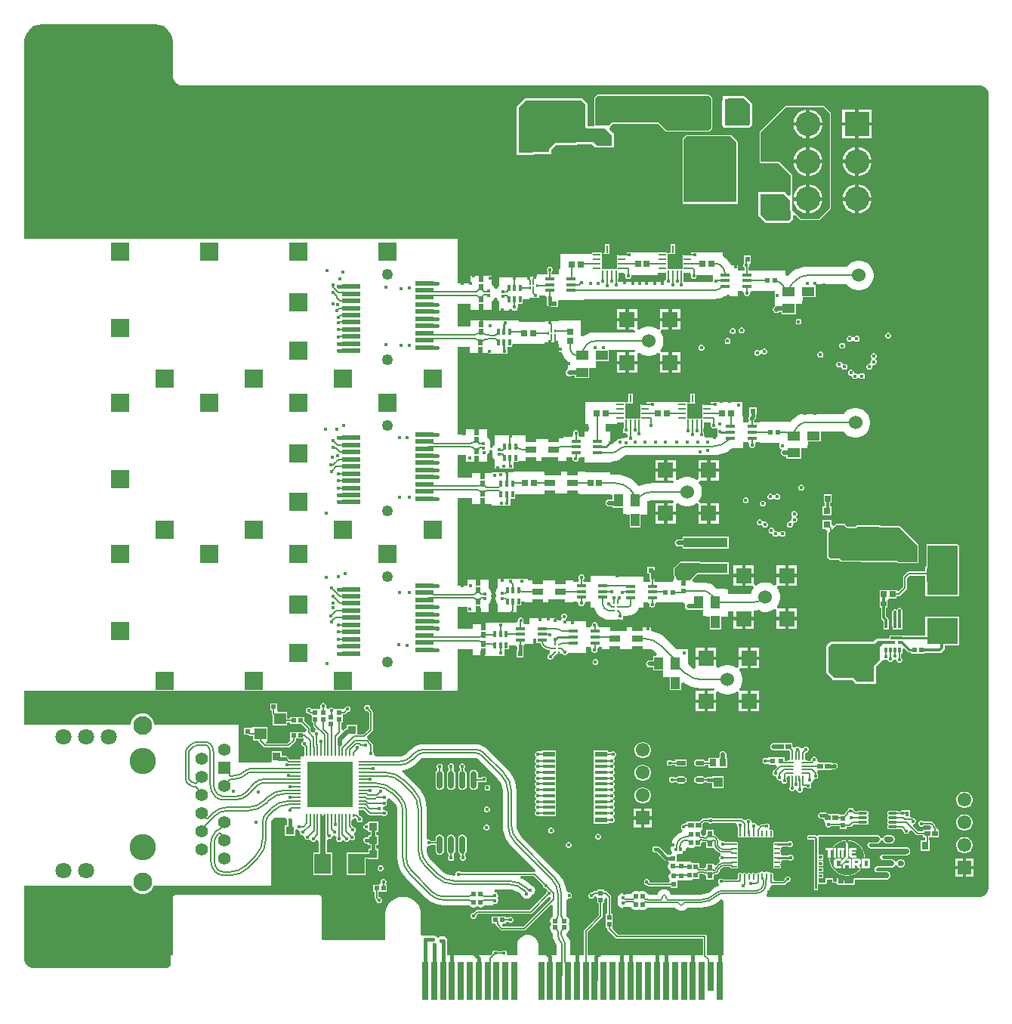
<source format=gbr>
G04*
G04 #@! TF.GenerationSoftware,Altium Limited,Altium Designer,24.9.1 (31)*
G04*
G04 Layer_Physical_Order=1*
G04 Layer_Color=255*
%FSLAX25Y25*%
%MOIN*%
G70*
G04*
G04 #@! TF.SameCoordinates,8C3FED30-37FA-4A54-8C90-A1F039295453*
G04*
G04*
G04 #@! TF.FilePolarity,Positive*
G04*
G01*
G75*
%ADD10C,0.00600*%
%ADD14C,0.01000*%
%ADD17R,0.07700X0.02800*%
%ADD18R,0.04600X0.02700*%
%ADD19R,0.01400X0.02800*%
%ADD20O,0.01968X0.00787*%
%ADD21R,0.20472X0.20472*%
%ADD22O,0.00787X0.01968*%
%ADD23R,0.07874X0.01968*%
%ADD24R,0.05315X0.02362*%
%ADD25R,0.05315X0.01575*%
%ADD27R,0.02362X0.02559*%
%ADD28R,0.02559X0.02362*%
%ADD29R,0.07505X0.05924*%
%ADD30R,0.06717X0.04349*%
%ADD31R,0.02648X0.02816*%
%ADD32R,0.02288X0.02016*%
%ADD33R,0.02756X0.02756*%
%ADD34R,0.06717X0.04546*%
%ADD35R,0.01378X0.02362*%
%ADD36R,0.05512X0.01378*%
%ADD37R,0.02362X0.01378*%
%ADD38R,0.05906X0.07284*%
%ADD39R,0.02756X0.02559*%
%ADD40R,0.05315X0.04331*%
%ADD41R,0.02648X0.02911*%
%ADD42R,0.03150X0.03150*%
%ADD43R,0.02648X0.02631*%
%ADD44R,0.13780X0.11811*%
%ADD45R,0.07000X0.07000*%
%ADD46C,0.06000*%
%ADD47R,0.02423X0.02254*%
%ADD48R,0.05512X0.03937*%
%ADD49R,0.05512X0.05512*%
%ADD50R,0.04134X0.01772*%
%ADD51R,0.02992X0.02835*%
%ADD52R,0.01000X0.03200*%
%ADD53R,0.03200X0.01000*%
%ADD54R,0.03937X0.05512*%
%ADD55R,0.05512X0.05512*%
%ADD56R,0.02016X0.02288*%
%ADD57R,0.02835X0.02992*%
%ADD58R,0.19291X0.04331*%
%ADD59R,0.02254X0.02423*%
%ADD60R,0.01788X0.01428*%
G04:AMPARAMS|DCode=61|XSize=7.87mil|YSize=23.62mil|CornerRadius=1.97mil|HoleSize=0mil|Usage=FLASHONLY|Rotation=0.000|XOffset=0mil|YOffset=0mil|HoleType=Round|Shape=RoundedRectangle|*
%AMROUNDEDRECTD61*
21,1,0.00787,0.01968,0,0,0.0*
21,1,0.00394,0.02362,0,0,0.0*
1,1,0.00394,0.00197,-0.00984*
1,1,0.00394,-0.00197,-0.00984*
1,1,0.00394,-0.00197,0.00984*
1,1,0.00394,0.00197,0.00984*
%
%ADD61ROUNDEDRECTD61*%
G04:AMPARAMS|DCode=62|XSize=7.87mil|YSize=23.62mil|CornerRadius=1.97mil|HoleSize=0mil|Usage=FLASHONLY|Rotation=90.000|XOffset=0mil|YOffset=0mil|HoleType=Round|Shape=RoundedRectangle|*
%AMROUNDEDRECTD62*
21,1,0.00787,0.01968,0,0,90.0*
21,1,0.00394,0.02362,0,0,90.0*
1,1,0.00394,0.00984,0.00197*
1,1,0.00394,0.00984,-0.00197*
1,1,0.00394,-0.00984,-0.00197*
1,1,0.00394,-0.00984,0.00197*
%
%ADD62ROUNDEDRECTD62*%
G04:AMPARAMS|DCode=63|XSize=7.87mil|YSize=27.56mil|CornerRadius=1.97mil|HoleSize=0mil|Usage=FLASHONLY|Rotation=90.000|XOffset=0mil|YOffset=0mil|HoleType=Round|Shape=RoundedRectangle|*
%AMROUNDEDRECTD63*
21,1,0.00787,0.02362,0,0,90.0*
21,1,0.00394,0.02756,0,0,90.0*
1,1,0.00394,0.01181,0.00197*
1,1,0.00394,0.01181,-0.00197*
1,1,0.00394,-0.01181,-0.00197*
1,1,0.00394,-0.01181,0.00197*
%
%ADD63ROUNDEDRECTD63*%
%ADD64R,0.02165X0.02165*%
%ADD65R,0.07835X0.09173*%
%ADD66R,0.02800X0.16500*%
%ADD67O,0.02756X0.07874*%
%ADD68R,0.03563X0.03568*%
%ADD69R,0.02165X0.01968*%
%ADD70R,0.01968X0.02165*%
%ADD71R,0.05512X0.04724*%
%ADD72R,0.02047X0.02047*%
%ADD73R,0.02047X0.02047*%
%ADD74R,0.03568X0.03563*%
%ADD75R,0.07301X0.09000*%
G04:AMPARAMS|DCode=76|XSize=11.81mil|YSize=39.37mil|CornerRadius=1.95mil|HoleSize=0mil|Usage=FLASHONLY|Rotation=90.000|XOffset=0mil|YOffset=0mil|HoleType=Round|Shape=RoundedRectangle|*
%AMROUNDEDRECTD76*
21,1,0.01181,0.03547,0,0,90.0*
21,1,0.00791,0.03937,0,0,90.0*
1,1,0.00390,0.01774,0.00396*
1,1,0.00390,0.01774,-0.00396*
1,1,0.00390,-0.01774,-0.00396*
1,1,0.00390,-0.01774,0.00396*
%
%ADD76ROUNDEDRECTD76*%
%ADD77R,0.02953X0.03543*%
%ADD78R,0.01575X0.01968*%
%ADD79R,0.09800X0.03700*%
%ADD80R,0.23300X0.21700*%
%ADD81R,0.02165X0.02165*%
%ADD82R,0.04088X0.02095*%
G04:AMPARAMS|DCode=83|XSize=40.88mil|YSize=20.95mil|CornerRadius=10.48mil|HoleSize=0mil|Usage=FLASHONLY|Rotation=0.000|XOffset=0mil|YOffset=0mil|HoleType=Round|Shape=RoundedRectangle|*
%AMROUNDEDRECTD83*
21,1,0.04088,0.00000,0,0,0.0*
21,1,0.01993,0.02095,0,0,0.0*
1,1,0.02095,0.00996,0.00000*
1,1,0.02095,-0.00996,0.00000*
1,1,0.02095,-0.00996,0.00000*
1,1,0.02095,0.00996,0.00000*
%
%ADD83ROUNDEDRECTD83*%
G04:AMPARAMS|DCode=84|XSize=9.45mil|YSize=23.62mil|CornerRadius=1.98mil|HoleSize=0mil|Usage=FLASHONLY|Rotation=0.000|XOffset=0mil|YOffset=0mil|HoleType=Round|Shape=RoundedRectangle|*
%AMROUNDEDRECTD84*
21,1,0.00945,0.01965,0,0,0.0*
21,1,0.00548,0.02362,0,0,0.0*
1,1,0.00397,0.00274,-0.00983*
1,1,0.00397,-0.00274,-0.00983*
1,1,0.00397,-0.00274,0.00983*
1,1,0.00397,0.00274,0.00983*
%
%ADD84ROUNDEDRECTD84*%
G04:AMPARAMS|DCode=85|XSize=23.62mil|YSize=9.45mil|CornerRadius=1.98mil|HoleSize=0mil|Usage=FLASHONLY|Rotation=0.000|XOffset=0mil|YOffset=0mil|HoleType=Round|Shape=RoundedRectangle|*
%AMROUNDEDRECTD85*
21,1,0.02362,0.00548,0,0,0.0*
21,1,0.01965,0.00945,0,0,0.0*
1,1,0.00397,0.00983,-0.00274*
1,1,0.00397,-0.00983,-0.00274*
1,1,0.00397,-0.00983,0.00274*
1,1,0.00397,0.00983,0.00274*
%
%ADD85ROUNDEDRECTD85*%
%ADD86R,0.06299X0.04921*%
%ADD87R,0.12992X0.09449*%
%ADD88R,0.05709X0.07480*%
%ADD89R,0.03937X0.02835*%
%ADD90R,0.04331X0.04134*%
%ADD91R,0.02953X0.03347*%
%ADD92R,0.04134X0.04331*%
%ADD93R,0.02800X0.12600*%
%ADD100R,0.00984X0.00984*%
%ADD101R,0.00900X0.01200*%
G04:AMPARAMS|DCode=124|XSize=122.05mil|YSize=122.05mil|CornerRadius=1.83mil|HoleSize=0mil|Usage=FLASHONLY|Rotation=0.000|XOffset=0mil|YOffset=0mil|HoleType=Round|Shape=RoundedRectangle|*
%AMROUNDEDRECTD124*
21,1,0.12205,0.11839,0,0,0.0*
21,1,0.11839,0.12205,0,0,0.0*
1,1,0.00366,0.05919,-0.05919*
1,1,0.00366,-0.05919,-0.05919*
1,1,0.00366,-0.05919,0.05919*
1,1,0.00366,0.05919,0.05919*
%
%ADD124ROUNDEDRECTD124*%
%ADD141R,0.10827X0.10827*%
%ADD142C,0.10827*%
%ADD144C,0.00500*%
%ADD145C,0.00500*%
%ADD146C,0.00538*%
%ADD147C,0.00538*%
%ADD148C,0.01500*%
%ADD149C,0.02000*%
%ADD150C,0.00727*%
%ADD151C,0.00550*%
%ADD152C,0.01800*%
%ADD153C,0.00800*%
%ADD154C,0.01200*%
%ADD155C,0.01400*%
%ADD156R,0.06102X0.06102*%
%ADD157C,0.06102*%
%ADD158C,0.04921*%
%ADD159R,0.07874X0.07874*%
%ADD160C,0.11614*%
%ADD161C,0.07087*%
%ADD162C,0.08268*%
%ADD163C,0.05512*%
%ADD164C,0.25000*%
%ADD165C,0.01600*%
G36*
X256435Y-91715D02*
X256435Y-91715D01*
X256363Y-91858D01*
X256276Y-91945D01*
X256078Y-92423D01*
X256078Y-92423D01*
X255104Y-93003D01*
X235204D01*
Y-91754D01*
X235413D01*
Y-89138D01*
X237939D01*
X238110Y-89301D01*
X238525Y-90138D01*
X238459Y-90295D01*
Y-90813D01*
X238657Y-91290D01*
X239023Y-91656D01*
X239501Y-91854D01*
X240018D01*
X240496Y-91656D01*
X240862Y-91290D01*
X241059Y-90813D01*
Y-90295D01*
X241256Y-90001D01*
X252896D01*
Y-89099D01*
X256435D01*
Y-91715D01*
D02*
G37*
G36*
X267038Y-89261D02*
X267452Y-90099D01*
X267387Y-90256D01*
Y-90773D01*
X267585Y-91251D01*
X267951Y-91617D01*
X268428Y-91815D01*
X268946D01*
X269424Y-91617D01*
X269789Y-91251D01*
X269987Y-90773D01*
Y-90256D01*
X270172Y-89980D01*
X277040D01*
Y-93003D01*
X264131D01*
Y-91715D01*
X264341D01*
Y-89099D01*
X266866D01*
X267038Y-89261D01*
D02*
G37*
G36*
X30458Y20669D02*
X30471Y20671D01*
X30483Y20669D01*
X31293Y20685D01*
X32894Y20367D01*
X34413Y19738D01*
X35781Y18824D01*
X36944Y17661D01*
X37857Y16294D01*
X38487Y14774D01*
X38807Y13161D01*
Y12341D01*
X38788Y-1632D01*
X38772Y-1931D01*
X38785Y-2021D01*
X38776Y-2111D01*
X38837Y-2772D01*
X38871Y-2887D01*
X38883Y-3007D01*
X39072Y-3643D01*
X39128Y-3749D01*
X39162Y-3865D01*
X39472Y-4451D01*
X39548Y-4545D01*
X39604Y-4651D01*
X40022Y-5166D01*
X40115Y-5243D01*
X40191Y-5337D01*
X40701Y-5760D01*
X40807Y-5818D01*
X40900Y-5894D01*
X41483Y-6210D01*
X41598Y-6246D01*
X41704Y-6303D01*
X42338Y-6499D01*
X42428Y-6508D01*
X42513Y-6539D01*
X42841Y-6590D01*
X42935Y-6586D01*
X43027Y-6604D01*
X395332Y-6604D01*
X395343Y-6602D01*
X395354Y-6604D01*
X395685Y-6598D01*
X396337Y-6715D01*
X396953Y-6957D01*
X397510Y-7315D01*
X397987Y-7774D01*
X398365Y-8318D01*
X398629Y-8925D01*
X398771Y-9572D01*
X398777Y-9891D01*
X398777Y-360509D01*
X398777Y-360881D01*
X398631Y-361611D01*
X398347Y-362298D01*
X397933Y-362917D01*
X397407Y-363443D01*
X396789Y-363856D01*
X396102Y-364141D01*
X395372Y-364286D01*
X395000Y-364286D01*
X301175D01*
X300818Y-363286D01*
X300974Y-363157D01*
X301751Y-362212D01*
X302327Y-361133D01*
X302683Y-359962D01*
X303351Y-359143D01*
X308474D01*
X308811Y-359076D01*
X309096Y-358885D01*
X310092Y-357889D01*
X310405D01*
X310883Y-357691D01*
X311249Y-357326D01*
X311447Y-356848D01*
Y-356331D01*
X311249Y-355853D01*
X310883Y-355487D01*
X310405Y-355289D01*
X309888D01*
X309411Y-355487D01*
X309045Y-355853D01*
X308847Y-356331D01*
Y-356644D01*
X308109Y-357382D01*
X304607D01*
X304440Y-357233D01*
X303923Y-356449D01*
Y-354484D01*
X303869Y-354211D01*
X303715Y-353980D01*
X303484Y-353826D01*
X303211Y-353772D01*
X302663D01*
X302550Y-353794D01*
X301854Y-353329D01*
X300969Y-353153D01*
X300083Y-353329D01*
X299984Y-353395D01*
X299886Y-353329D01*
X299000Y-353153D01*
X298115Y-353329D01*
X297419Y-353794D01*
X297306Y-353772D01*
X296758D01*
X296485Y-353826D01*
X296254Y-353980D01*
X295841D01*
X295610Y-353826D01*
X295337Y-353772D01*
X294789D01*
X294517Y-353826D01*
X294286Y-353980D01*
X293872D01*
X293641Y-353826D01*
X293369Y-353772D01*
X292821D01*
X292548Y-353826D01*
X292317Y-353980D01*
X291904D01*
X291673Y-353826D01*
X291400Y-353772D01*
X290852D01*
X290580Y-353826D01*
X290349Y-353980D01*
X289935D01*
X289704Y-353826D01*
X289432Y-353772D01*
X288884D01*
X288611Y-353826D01*
X288380Y-353980D01*
X288226Y-354211D01*
X288172Y-354484D01*
Y-356449D01*
X287207Y-356724D01*
X281651D01*
X281429Y-356502D01*
X280951Y-356304D01*
X280434D01*
X279956Y-356502D01*
X279591Y-356868D01*
X279393Y-357346D01*
Y-357863D01*
X279591Y-358341D01*
X279809Y-358559D01*
X279770Y-359257D01*
X279636Y-359656D01*
X278860Y-359892D01*
X277619Y-360555D01*
X276598Y-361392D01*
X276520Y-361444D01*
X275784Y-362082D01*
X275538Y-362284D01*
X274397Y-362895D01*
X273158Y-363270D01*
X271958Y-363388D01*
X271870Y-363371D01*
X258630D01*
X258622Y-363309D01*
X258316Y-362570D01*
X257829Y-361935D01*
X257194Y-361449D01*
X256455Y-361142D01*
X255933Y-361074D01*
X255662Y-361020D01*
X255391Y-361074D01*
X254869Y-361142D01*
X254130Y-361449D01*
X253495Y-361935D01*
X253009Y-362570D01*
X252702Y-363309D01*
X252694Y-363371D01*
X248972D01*
X248908Y-363328D01*
X248828Y-363312D01*
X248713Y-363265D01*
X248686Y-363261D01*
X248648Y-363245D01*
X248492Y-363011D01*
X247980Y-362499D01*
X247702Y-362313D01*
X247422Y-362098D01*
X247312Y-362053D01*
X247229Y-361997D01*
X247131Y-361978D01*
X246790Y-361837D01*
X246112Y-361747D01*
Y-361725D01*
X245227Y-361901D01*
X245187Y-361928D01*
X244673Y-362271D01*
X244159Y-361928D01*
X244119Y-361901D01*
X243234Y-361725D01*
Y-361747D01*
X242556Y-361837D01*
X242215Y-361978D01*
X242117Y-361997D01*
X242034Y-362053D01*
X241925Y-362098D01*
X241645Y-362313D01*
X241367Y-362499D01*
X240855Y-363010D01*
X240760Y-363152D01*
X239126D01*
X238981Y-363040D01*
X238260Y-362742D01*
X237487Y-362640D01*
Y-362621D01*
X236601Y-362797D01*
X236562Y-362823D01*
X235851Y-363299D01*
X235349Y-364049D01*
X235173Y-364934D01*
X235349Y-365820D01*
X235459Y-365984D01*
X235349Y-366149D01*
X235173Y-367034D01*
X235349Y-367920D01*
X235851Y-368670D01*
X236562Y-369146D01*
X236601Y-369172D01*
X237487Y-369348D01*
Y-369329D01*
X238260Y-369227D01*
X238981Y-368929D01*
X239126Y-368817D01*
X240760D01*
X240855Y-368958D01*
X241367Y-369470D01*
X241645Y-369656D01*
X241925Y-369870D01*
X242034Y-369916D01*
X242117Y-369971D01*
X242215Y-369991D01*
X242556Y-370132D01*
X243234Y-370221D01*
Y-370243D01*
X244119Y-370067D01*
X244159Y-370041D01*
X244673Y-369697D01*
X245187Y-370041D01*
X245227Y-370067D01*
X246112Y-370243D01*
Y-370221D01*
X246790Y-370132D01*
X247131Y-369991D01*
X247229Y-369971D01*
X247312Y-369916D01*
X247422Y-369870D01*
X247702Y-369656D01*
X247980Y-369470D01*
X248414Y-369036D01*
X260669D01*
X261147Y-369658D01*
X261781Y-370145D01*
X262520Y-370451D01*
X263042Y-370519D01*
X263313Y-370573D01*
X263585Y-370519D01*
X264106Y-370451D01*
X264845Y-370145D01*
X265480Y-369658D01*
X265957Y-369036D01*
X271884D01*
X271941Y-369024D01*
X273793Y-368879D01*
X275654Y-368432D01*
X277423Y-367699D01*
X279055Y-366699D01*
X279778Y-366081D01*
X280505Y-365467D01*
X280515Y-365460D01*
X281111Y-365426D01*
X281938Y-366206D01*
Y-389990D01*
X274553D01*
Y-381890D01*
X274486Y-381553D01*
X274295Y-381267D01*
X274009Y-381076D01*
X273672Y-381009D01*
X235145D01*
X233068Y-378932D01*
X232942Y-377984D01*
X232942D01*
Y-375031D01*
Y-371866D01*
X232339D01*
Y-364438D01*
X232272Y-364101D01*
X232081Y-363815D01*
X232081Y-363815D01*
X230375Y-362109D01*
X230089Y-361918D01*
X229752Y-361851D01*
X229111D01*
Y-361149D01*
X226143D01*
Y-361851D01*
X224966D01*
X224629Y-361918D01*
X224344Y-362109D01*
X223866Y-362587D01*
X223843Y-362578D01*
X223325D01*
X222848Y-362775D01*
X222482Y-363141D01*
X222284Y-363619D01*
Y-364136D01*
X222482Y-364614D01*
X222848Y-364980D01*
X223325Y-365177D01*
X223843D01*
X224320Y-364980D01*
X224686Y-364614D01*
X224884Y-364136D01*
X225143Y-364097D01*
X226143Y-364896D01*
Y-367267D01*
X226709D01*
Y-372552D01*
X220398Y-378863D01*
X220199Y-379160D01*
X220129Y-379512D01*
Y-389990D01*
X214249D01*
Y-385132D01*
X214237Y-385073D01*
X214085Y-383919D01*
X213617Y-382788D01*
X212908Y-381864D01*
X212874Y-381814D01*
X212870Y-381810D01*
X212845Y-381793D01*
X212660Y-381516D01*
X212594Y-381189D01*
X212600Y-381158D01*
Y-380470D01*
X213197Y-379717D01*
X213197Y-379717D01*
X213747Y-378895D01*
X213940Y-377924D01*
X213935D01*
X213760Y-377046D01*
X213361Y-376448D01*
X213760Y-375849D01*
X213935Y-374971D01*
X213760Y-374093D01*
X213301Y-373405D01*
X213263Y-373349D01*
X212602Y-372677D01*
X212600Y-372676D01*
Y-365782D01*
X213459Y-365055D01*
X213977D01*
X214455Y-364857D01*
X214820Y-364491D01*
X215018Y-364014D01*
Y-363496D01*
X214820Y-363019D01*
X214455Y-362653D01*
X213977Y-362455D01*
X213459D01*
X212469Y-361860D01*
X212429Y-361363D01*
X211926Y-359264D01*
X211100Y-357271D01*
X209972Y-355431D01*
X208580Y-353800D01*
X208572Y-353788D01*
X192743Y-337959D01*
X192653Y-337899D01*
X191758Y-336809D01*
X191043Y-335471D01*
X190603Y-334020D01*
X190465Y-332616D01*
X190486Y-332510D01*
Y-317691D01*
X190483Y-317677D01*
X190315Y-315539D01*
X189811Y-313441D01*
X188985Y-311447D01*
X187857Y-309607D01*
X186465Y-307976D01*
X186457Y-307964D01*
X177828Y-299336D01*
X177773Y-299299D01*
X176643Y-298372D01*
X175296Y-297652D01*
X173835Y-297208D01*
X172380Y-297065D01*
X172315Y-297052D01*
X149409D01*
X149359Y-297062D01*
X147830Y-297213D01*
X146311Y-297673D01*
X144912Y-298422D01*
X143724Y-299396D01*
X143681Y-299425D01*
X142062Y-301044D01*
X142003Y-301133D01*
X141101Y-301825D01*
X139952Y-302301D01*
X138825Y-302449D01*
X138720Y-302428D01*
X128107D01*
X128083Y-302411D01*
X127521Y-301428D01*
X127532Y-301402D01*
Y-300885D01*
X127334Y-300408D01*
X127112Y-300186D01*
Y-297329D01*
X127045Y-296992D01*
X126854Y-296707D01*
X125002Y-294855D01*
X124782Y-294708D01*
X124703Y-294615D01*
X124444Y-293695D01*
X124450Y-293626D01*
X126808Y-291267D01*
X126985Y-291003D01*
X127047Y-290690D01*
X127047Y-290690D01*
Y-282618D01*
X126985Y-282306D01*
X126808Y-282041D01*
X126808Y-282041D01*
X125911Y-281144D01*
Y-280738D01*
X125713Y-280261D01*
X125347Y-279895D01*
X124869Y-279697D01*
X124352D01*
X123874Y-279895D01*
X123509Y-280261D01*
X123311Y-280738D01*
Y-281256D01*
X123509Y-281733D01*
X123874Y-282099D01*
X124352Y-282297D01*
X124757D01*
X125416Y-282956D01*
Y-290353D01*
X122991Y-292778D01*
X120137D01*
Y-288535D01*
X115569D01*
Y-290099D01*
X115136Y-290185D01*
X114639Y-290516D01*
X114205Y-290951D01*
X113205Y-290537D01*
Y-287582D01*
X113809D01*
Y-283927D01*
X114478D01*
X114815Y-283860D01*
X115101Y-283669D01*
X115889Y-282881D01*
X116202D01*
X116680Y-282683D01*
X117046Y-282318D01*
X117244Y-281840D01*
Y-281323D01*
X117046Y-280845D01*
X116680Y-280479D01*
X116202Y-280281D01*
X115685D01*
X115207Y-280479D01*
X114841Y-280845D01*
X114718Y-281142D01*
X113809Y-281464D01*
X113809Y-281464D01*
X113809Y-281464D01*
X110840D01*
X110840Y-281464D01*
X109877Y-281376D01*
X109522Y-281021D01*
X109044Y-280823D01*
X108527D01*
X108049Y-281021D01*
X107683Y-281387D01*
X107675Y-281408D01*
X106698Y-281464D01*
X106465Y-280473D01*
Y-279956D01*
X106267Y-279478D01*
X105902Y-279113D01*
X105424Y-278915D01*
X104907D01*
X104429Y-279113D01*
X104063Y-279478D01*
X103866Y-279956D01*
Y-280473D01*
X103729Y-281464D01*
X103100Y-281464D01*
Y-281464D01*
X100132D01*
Y-281464D01*
X99524Y-281133D01*
X99046Y-280935D01*
X98529D01*
X98051Y-281133D01*
X97685Y-281498D01*
X97487Y-281976D01*
Y-282493D01*
X97685Y-282971D01*
X98051Y-283337D01*
X98529Y-283535D01*
X98842D01*
X98977Y-283669D01*
X99263Y-283860D01*
X99600Y-283927D01*
X100132Y-284683D01*
Y-287582D01*
X100735D01*
Y-288659D01*
X100803Y-288996D01*
X100993Y-289282D01*
X101899Y-290187D01*
X101899Y-290192D01*
X101606Y-291308D01*
X101600Y-291310D01*
X101234Y-291676D01*
X100306Y-291689D01*
X99668Y-291164D01*
Y-290105D01*
X99601Y-289768D01*
X99410Y-289482D01*
X99410Y-289482D01*
X96709Y-286781D01*
Y-285057D01*
X90591D01*
Y-285661D01*
X89279D01*
Y-282892D01*
X85171D01*
X84835Y-282031D01*
X84835D01*
Y-278984D01*
X81788D01*
Y-282031D01*
X82431D01*
Y-283436D01*
X82498Y-283773D01*
X82689Y-284058D01*
X82767Y-284137D01*
Y-288616D01*
X89279D01*
Y-287422D01*
X90591D01*
Y-288026D01*
X95464D01*
X97907Y-290469D01*
Y-290797D01*
X96977Y-291663D01*
X96709Y-291634D01*
X96709Y-291634D01*
X90591D01*
Y-294603D01*
X90591D01*
X90620Y-295603D01*
X89571Y-296652D01*
X80250D01*
X79993Y-296309D01*
X80493Y-295309D01*
X80618D01*
Y-289585D01*
X74162D01*
X74106Y-289585D01*
X74106Y-289585D01*
X73236Y-289763D01*
Y-289764D01*
X70189D01*
Y-292811D01*
X71991D01*
X72250Y-293070D01*
X72536Y-293260D01*
X72872Y-293327D01*
X74106D01*
Y-295309D01*
X76481D01*
Y-295478D01*
X76548Y-295814D01*
X76739Y-296100D01*
X78794Y-298155D01*
X78794Y-298155D01*
X79080Y-298346D01*
X79417Y-298413D01*
X79417Y-298413D01*
X89936D01*
X90273Y-298346D01*
X90558Y-298155D01*
X92796Y-295917D01*
X92987Y-295632D01*
X93054Y-295295D01*
Y-294603D01*
X96516D01*
X96682Y-295534D01*
X96205Y-295732D01*
X95839Y-296097D01*
X95641Y-296575D01*
Y-297092D01*
X95839Y-297570D01*
X96205Y-297936D01*
X96682Y-298134D01*
X96760D01*
X97002Y-298376D01*
Y-300691D01*
X96971Y-300846D01*
Y-302027D01*
X96110Y-302533D01*
X95158Y-302564D01*
X94964Y-302564D01*
X95126Y-302565D01*
Y-303773D01*
X94043D01*
X93888Y-303804D01*
X90315D01*
X89827Y-303316D01*
Y-303176D01*
X89629Y-302698D01*
X89263Y-302332D01*
X88785Y-302134D01*
X88268D01*
X88253Y-302141D01*
X86934D01*
Y-300224D01*
X82371D01*
Y-304791D01*
X81492Y-305084D01*
X67794D01*
Y-288392D01*
X30529D01*
Y-288005D01*
X30179Y-286700D01*
X29503Y-285529D01*
X28547Y-284573D01*
X27376Y-283897D01*
X26071Y-283547D01*
X24719D01*
X23413Y-283897D01*
X22243Y-284573D01*
X21287Y-285529D01*
X20611Y-286700D01*
X20261Y-288005D01*
Y-288392D01*
X-26820D01*
Y-273409D01*
X164377D01*
Y-255194D01*
X171096D01*
Y-257635D01*
X176673D01*
Y-258211D01*
X185073D01*
Y-255211D01*
X187191D01*
Y-253311D01*
X189908D01*
X190341Y-253483D01*
X190832Y-254046D01*
Y-254195D01*
X190858Y-254257D01*
Y-255354D01*
X190624D01*
Y-258642D01*
X193640D01*
Y-255354D01*
X193407D01*
Y-254257D01*
X193432Y-254195D01*
Y-253678D01*
X194196Y-252910D01*
X197874D01*
Y-250351D01*
X199189D01*
Y-252469D01*
X201059D01*
X201077Y-252603D01*
X201357Y-253279D01*
X201802Y-253859D01*
X201785Y-253875D01*
X202940Y-254762D01*
X204285Y-255319D01*
X205107Y-255427D01*
Y-257129D01*
X204671Y-257335D01*
X204305Y-257701D01*
X204107Y-258178D01*
Y-258696D01*
X204305Y-259173D01*
X204671Y-259539D01*
X205148Y-259737D01*
X205665D01*
X206143Y-259539D01*
X206509Y-259173D01*
X206707Y-258696D01*
Y-258291D01*
X207719Y-257278D01*
X208516D01*
Y-257129D01*
X210734D01*
X211061Y-257457D01*
X211539Y-257655D01*
X212056D01*
X212534Y-257457D01*
X212862Y-257129D01*
X213091D01*
Y-256689D01*
X221158D01*
Y-254130D01*
X223045D01*
X223654Y-255108D01*
Y-255625D01*
X223852Y-256103D01*
X224217Y-256469D01*
X224695Y-256666D01*
X225212D01*
X225690Y-256469D01*
X226056Y-256103D01*
X226254Y-255625D01*
Y-255108D01*
X226863Y-254130D01*
X228202D01*
Y-255270D01*
X249802D01*
X249802Y-255270D01*
Y-255270D01*
X249802Y-255270D01*
X250715Y-255480D01*
X251326Y-255981D01*
X251359Y-256024D01*
X252467Y-257132D01*
X252084Y-258056D01*
X250730D01*
Y-260030D01*
X249211D01*
X248626Y-260146D01*
X248130Y-260478D01*
X247798Y-260974D01*
X247682Y-261559D01*
X247798Y-262144D01*
X248130Y-262641D01*
X248626Y-262972D01*
X249211Y-263089D01*
X250730D01*
Y-264568D01*
X255210D01*
Y-267568D01*
X258210D01*
Y-273229D01*
X263147D01*
Y-270176D01*
X264147Y-269825D01*
X265789Y-270831D01*
X267789Y-271659D01*
X269893Y-272165D01*
X272051Y-272334D01*
Y-272324D01*
X277549D01*
X277795Y-272542D01*
X277713Y-272970D01*
X277218Y-273542D01*
X274921D01*
Y-277292D01*
X278671D01*
X278671Y-274290D01*
Y-274246D01*
Y-274246D01*
X278671Y-274148D01*
X279154Y-273834D01*
X279671Y-273687D01*
X280592Y-274302D01*
X281775Y-274792D01*
X283031Y-275042D01*
X284312D01*
X285567Y-274792D01*
X286750Y-274302D01*
X287671Y-273687D01*
X288189Y-273834D01*
X288671Y-274148D01*
X288671Y-274246D01*
X288671Y-274246D01*
X288671Y-274290D01*
Y-277292D01*
X292421D01*
Y-273542D01*
X289420Y-273542D01*
X289376D01*
X289376D01*
X289278Y-273542D01*
X288964Y-273059D01*
X288816Y-272542D01*
X289432Y-271621D01*
X289922Y-270438D01*
X290171Y-269182D01*
Y-267902D01*
X289922Y-266646D01*
X289432Y-265463D01*
X288816Y-264542D01*
X288964Y-264024D01*
X289278Y-263542D01*
X289376Y-263542D01*
X289376Y-263542D01*
X289420Y-263542D01*
X292421D01*
Y-259792D01*
X288671D01*
X288671Y-262793D01*
Y-262838D01*
Y-262838D01*
X288671Y-262935D01*
X288189Y-263249D01*
X287671Y-263397D01*
X286750Y-262782D01*
X285567Y-262292D01*
X284312Y-262042D01*
X283031D01*
X281775Y-262292D01*
X280592Y-262782D01*
X279671Y-263397D01*
X279154Y-263249D01*
X278671Y-262935D01*
Y-259792D01*
X269671D01*
Y-263166D01*
X268790Y-263829D01*
X268589Y-263722D01*
X267687Y-262981D01*
X267654Y-262938D01*
X266147Y-261432D01*
Y-255056D01*
X261089D01*
X256708Y-250675D01*
X256715Y-250668D01*
X255069Y-249262D01*
X253224Y-248131D01*
X251224Y-247303D01*
X249802Y-246961D01*
Y-245570D01*
X230607D01*
Y-245359D01*
X227145D01*
X226305Y-244775D01*
Y-244258D01*
X226107Y-243780D01*
X225741Y-243415D01*
X225263Y-243217D01*
X224746D01*
X224268Y-243415D01*
X223903Y-243780D01*
X223705Y-244258D01*
Y-244775D01*
X222864Y-245359D01*
X221158D01*
Y-242800D01*
X212256D01*
X212057Y-241800D01*
X212266Y-241713D01*
X212632Y-241347D01*
X212830Y-240869D01*
Y-240352D01*
X212632Y-239874D01*
X212266Y-239509D01*
X211788Y-239311D01*
X211271D01*
X210793Y-239509D01*
X210428Y-239874D01*
X210230Y-240352D01*
Y-240869D01*
X210428Y-241347D01*
X210052Y-242386D01*
X209845Y-242497D01*
X209239Y-242313D01*
X208066Y-242197D01*
X207322Y-241579D01*
X207322Y-241579D01*
X207322Y-241579D01*
X196189D01*
Y-244138D01*
X193950D01*
X193475Y-243199D01*
X193673Y-242721D01*
Y-242204D01*
X193475Y-241726D01*
X193110Y-241360D01*
X192632Y-241162D01*
X192114D01*
X191637Y-241360D01*
X191271Y-241726D01*
X191073Y-242204D01*
Y-242721D01*
X190314Y-243501D01*
X190191Y-243511D01*
Y-243511D01*
X176673D01*
Y-244044D01*
X171160D01*
Y-246129D01*
X164377D01*
Y-236296D01*
X168876D01*
Y-238912D01*
X178238D01*
Y-235202D01*
X178308Y-235148D01*
X178909Y-234365D01*
X179287Y-233453D01*
X179416Y-232474D01*
X179311Y-231679D01*
X179416Y-230884D01*
X179287Y-229905D01*
X178909Y-228993D01*
X178308Y-228210D01*
X178238Y-228157D01*
Y-224446D01*
X168876D01*
Y-227231D01*
X164377D01*
Y-188477D01*
X170779D01*
Y-191059D01*
X179401D01*
Y-191818D01*
X187801D01*
Y-188818D01*
X189919D01*
Y-186918D01*
X192919D01*
Y-186660D01*
X203042D01*
Y-186592D01*
X218120D01*
Y-186790D01*
X231971D01*
Y-186790D01*
X232889Y-186986D01*
Y-189151D01*
X231300D01*
X230715Y-189267D01*
X230219Y-189599D01*
X229887Y-190095D01*
X229771Y-190680D01*
X229887Y-191266D01*
X230219Y-191762D01*
X230715Y-192093D01*
X231300Y-192210D01*
X232889D01*
Y-192693D01*
X237370D01*
Y-195693D01*
X240370D01*
Y-201354D01*
X245307D01*
Y-195693D01*
X248307D01*
Y-189916D01*
X248425Y-189853D01*
X249593Y-189498D01*
X250755Y-189384D01*
X250809Y-189391D01*
X259677D01*
X259923Y-189609D01*
X259841Y-190037D01*
X259346Y-190609D01*
X257050D01*
Y-194359D01*
X260800D01*
X260800Y-191357D01*
Y-191313D01*
Y-191313D01*
X260800Y-191215D01*
X261282Y-190901D01*
X261800Y-190753D01*
X262721Y-191369D01*
X263904Y-191859D01*
X265160Y-192109D01*
X266440D01*
X267696Y-191859D01*
X268879Y-191369D01*
X269800Y-190753D01*
X270317Y-190901D01*
X270800Y-191215D01*
X270800Y-191313D01*
X270800Y-191313D01*
X270800Y-191357D01*
Y-194359D01*
X274550D01*
Y-190609D01*
X271548Y-190609D01*
X271504D01*
X271504D01*
X271406Y-190609D01*
X271092Y-190126D01*
X270944Y-189609D01*
X271560Y-188688D01*
X272050Y-187505D01*
X272300Y-186249D01*
Y-184968D01*
X272050Y-183713D01*
X271560Y-182530D01*
X270944Y-181609D01*
X271092Y-181091D01*
X271406Y-180609D01*
X271504Y-180609D01*
X271504Y-180609D01*
X271548Y-180609D01*
X274550D01*
Y-176859D01*
X270800D01*
X270800Y-179860D01*
Y-179904D01*
Y-179904D01*
X270800Y-180002D01*
X270317Y-180316D01*
X269800Y-180464D01*
X268879Y-179848D01*
X267696Y-179358D01*
X266440Y-179109D01*
X265160D01*
X263904Y-179358D01*
X262721Y-179848D01*
X261800Y-180464D01*
X261282Y-180316D01*
X260800Y-180002D01*
X260800Y-179904D01*
X260800Y-179904D01*
X260800Y-179860D01*
Y-176859D01*
X257050D01*
Y-180609D01*
X259346D01*
X259841Y-181180D01*
X259923Y-181609D01*
X259677Y-181826D01*
X250809D01*
Y-181816D01*
X248651Y-181986D01*
X246547Y-182491D01*
X244881Y-183181D01*
X244406D01*
X243907Y-182574D01*
X243679Y-182295D01*
D01*
X243229Y-181858D01*
X243226Y-181856D01*
X242956Y-181625D01*
X241689Y-180543D01*
X239966Y-179487D01*
X238098Y-178713D01*
X236133Y-178241D01*
X234118Y-178083D01*
Y-178090D01*
X231971D01*
Y-176955D01*
X220849D01*
Y-176892D01*
X203042D01*
Y-176825D01*
X189192D01*
Y-177118D01*
X179401D01*
Y-177385D01*
X170698D01*
Y-179412D01*
X164377D01*
Y-169580D01*
X168169D01*
Y-172580D01*
X177532D01*
Y-169019D01*
X177825Y-168794D01*
X178426Y-168010D01*
X178747Y-167237D01*
X178804Y-167098D01*
X179767Y-167278D01*
X179750Y-167410D01*
X179854Y-168204D01*
X179750Y-168999D01*
X179879Y-169978D01*
X180256Y-170890D01*
X180858Y-171674D01*
X180922Y-171723D01*
Y-175554D01*
X189322D01*
Y-172554D01*
X191440D01*
Y-172037D01*
X212487D01*
Y-170312D01*
X214475D01*
X215350Y-170814D01*
Y-171331D01*
X215547Y-171809D01*
X215913Y-172175D01*
X216391Y-172373D01*
X216908D01*
X217386Y-172175D01*
X217752Y-171809D01*
X217950Y-171331D01*
Y-170814D01*
X218824Y-170312D01*
X220571D01*
Y-172871D01*
X231705D01*
Y-172871D01*
X232472Y-172309D01*
X233924Y-172166D01*
X235476Y-171696D01*
X236906Y-170931D01*
X238160Y-169902D01*
X238160D01*
X239005Y-169529D01*
X239025Y-169525D01*
X239047Y-169528D01*
X277104D01*
Y-169538D01*
X279269Y-169367D01*
X281381Y-168860D01*
X283388Y-168029D01*
X285240Y-166894D01*
X285806Y-166411D01*
X290483D01*
Y-163852D01*
X292637D01*
X292700Y-163901D01*
X293222Y-164852D01*
X293196Y-164915D01*
Y-165433D01*
X293394Y-165910D01*
X293760Y-166276D01*
X294238Y-166474D01*
X294755D01*
X295233Y-166276D01*
X295598Y-165910D01*
X295796Y-165433D01*
Y-164915D01*
X295770Y-164852D01*
X296292Y-163901D01*
X296356Y-163852D01*
X297929D01*
Y-164093D01*
X306585D01*
Y-166458D01*
X306972D01*
X307159Y-166710D01*
X307415Y-167458D01*
X307225Y-167742D01*
X307109Y-168327D01*
X307225Y-168913D01*
X307557Y-169409D01*
X307699Y-169552D01*
X308195Y-169883D01*
X308781Y-170000D01*
X309585D01*
Y-170939D01*
X316097D01*
Y-166458D01*
X319097D01*
Y-163458D01*
X324758D01*
Y-159066D01*
X334843D01*
X335051Y-159377D01*
X335956Y-160282D01*
X337020Y-160993D01*
X338203Y-161483D01*
X339459Y-161733D01*
X340739D01*
X341995Y-161483D01*
X343178Y-160993D01*
X344243Y-160282D01*
X345148Y-159377D01*
X345860Y-158312D01*
X346350Y-157129D01*
X346599Y-155873D01*
Y-154593D01*
X346350Y-153337D01*
X345860Y-152154D01*
X345148Y-151090D01*
X344243Y-150184D01*
X343178Y-149473D01*
X341995Y-148983D01*
X340739Y-148733D01*
X339459D01*
X338203Y-148983D01*
X337020Y-149473D01*
X335956Y-150184D01*
X335051Y-151090D01*
X334843Y-151400D01*
X317313D01*
X317271Y-151406D01*
X316040Y-151527D01*
X314817Y-151898D01*
X313689Y-152501D01*
X312733Y-153286D01*
X312700Y-153311D01*
X311827Y-154183D01*
X311827Y-154183D01*
X311818Y-154174D01*
X311148Y-154990D01*
X310726Y-154839D01*
Y-154839D01*
X297929D01*
Y-155080D01*
X295595D01*
X295352Y-154080D01*
X295397Y-154035D01*
X295442Y-153928D01*
X295894Y-153475D01*
X296170Y-153062D01*
X296267Y-152574D01*
Y-151522D01*
X296636D01*
Y-148505D01*
X293349D01*
Y-151522D01*
X293349Y-151522D01*
X293267Y-152488D01*
X293193Y-152563D01*
X292995Y-153040D01*
Y-153558D01*
X293193Y-154035D01*
X293238Y-154080D01*
X292824Y-155080D01*
X290483D01*
Y-152521D01*
X290044D01*
Y-146197D01*
X276194D01*
Y-147074D01*
X269999D01*
X269422Y-146810D01*
X269159Y-146233D01*
Y-142490D01*
X267159D01*
X267159Y-145967D01*
X266159Y-146562D01*
X265743Y-146335D01*
Y-146137D01*
X261543D01*
Y-146197D01*
X247962D01*
Y-146998D01*
X242568D01*
X241991Y-146734D01*
X241727Y-146157D01*
Y-142413D01*
X239727D01*
X239727Y-145891D01*
X238727Y-146485D01*
X238311Y-146259D01*
Y-146061D01*
X234111D01*
Y-146080D01*
X220874D01*
Y-155915D01*
X222306D01*
Y-158982D01*
X220571D01*
Y-161541D01*
X218028D01*
X217722Y-160541D01*
X217789Y-160474D01*
X217987Y-159996D01*
Y-159479D01*
X217789Y-159001D01*
X217423Y-158635D01*
X216945Y-158437D01*
X216428D01*
X215950Y-158635D01*
X215585Y-159001D01*
X215387Y-159479D01*
Y-159996D01*
X215585Y-160474D01*
X215651Y-160541D01*
X215337Y-161541D01*
X211123D01*
Y-162094D01*
X209731D01*
Y-162087D01*
X208142Y-162244D01*
X207834Y-162337D01*
X194440D01*
Y-160854D01*
X180922D01*
Y-164686D01*
X180858Y-164735D01*
X180256Y-165518D01*
X179936Y-166292D01*
X179879Y-166430D01*
X178916Y-166251D01*
X178933Y-166119D01*
X178828Y-165325D01*
X178933Y-164530D01*
X178804Y-163551D01*
X178426Y-162639D01*
X177825Y-161855D01*
X177532Y-161630D01*
Y-158069D01*
X168169D01*
Y-160515D01*
X164377D01*
Y-121761D01*
X169902D01*
Y-124571D01*
X178159D01*
Y-124819D01*
X186559D01*
Y-121819D01*
X188677D01*
Y-121424D01*
X188918Y-120524D01*
X202768D01*
Y-119785D01*
X208442D01*
X209162Y-120461D01*
Y-123993D01*
X210585D01*
X210883Y-124974D01*
X211665Y-126437D01*
X212717Y-127720D01*
X212713Y-127724D01*
X213165Y-128071D01*
Y-130964D01*
X213165Y-130964D01*
X212961Y-131880D01*
X212938Y-131895D01*
X212683Y-132150D01*
X212352Y-132646D01*
X212235Y-133231D01*
X212352Y-133817D01*
X212683Y-134313D01*
X213179Y-134644D01*
X213765Y-134761D01*
X214350Y-134644D01*
X214558Y-134506D01*
X216165D01*
Y-135445D01*
X222676D01*
Y-130964D01*
X225676D01*
Y-127964D01*
X231338D01*
Y-123066D01*
X242701D01*
X242908Y-123233D01*
X242887Y-123502D01*
X242324Y-124233D01*
X240088D01*
Y-127983D01*
X243838D01*
X243838Y-124981D01*
Y-124937D01*
Y-124937D01*
X243838Y-124839D01*
X244321Y-124525D01*
X244838Y-124378D01*
X245759Y-124993D01*
X246942Y-125483D01*
X248198Y-125733D01*
X249478D01*
X250734Y-125483D01*
X251917Y-124993D01*
X252838Y-124378D01*
X253356Y-124525D01*
X253838Y-124839D01*
X253838Y-124937D01*
X253838Y-124937D01*
X253838Y-124981D01*
Y-127983D01*
X257588D01*
Y-124233D01*
X254587Y-124233D01*
X254542D01*
X254542D01*
X254445Y-124233D01*
X254131Y-123750D01*
X253983Y-123233D01*
X254598Y-122312D01*
X255088Y-121129D01*
X255338Y-119873D01*
Y-118593D01*
X255088Y-117337D01*
X254598Y-116154D01*
X253983Y-115233D01*
X254131Y-114715D01*
X254445Y-114233D01*
X254542Y-114233D01*
X254542Y-114233D01*
X254587Y-114233D01*
X257588D01*
Y-110483D01*
X253838D01*
X253838Y-113484D01*
Y-113529D01*
Y-113529D01*
X253838Y-113626D01*
X253356Y-113940D01*
X252838Y-114088D01*
X251917Y-113473D01*
X250734Y-112983D01*
X249478Y-112733D01*
X248198D01*
X246942Y-112983D01*
X245759Y-113473D01*
X244838Y-114088D01*
X244321Y-113940D01*
X243838Y-113626D01*
X243838Y-113529D01*
X243838Y-113529D01*
X243838Y-113484D01*
Y-110483D01*
X240088D01*
Y-114233D01*
X242324D01*
X242887Y-114964D01*
X242908Y-115233D01*
X242701Y-115400D01*
X224912D01*
Y-115394D01*
X223324Y-115550D01*
X221797Y-116013D01*
X220390Y-116765D01*
X219997Y-117088D01*
X218997Y-116615D01*
Y-114000D01*
Y-110142D01*
X209162D01*
Y-110601D01*
X203731D01*
X203573Y-110601D01*
Y-110601D01*
X202768Y-110689D01*
Y-110689D01*
X191677D01*
Y-110119D01*
X178159D01*
Y-110215D01*
X170041D01*
Y-112696D01*
X164377D01*
Y-102863D01*
X170041D01*
Y-105571D01*
X179403D01*
Y-101970D01*
X179951Y-101549D01*
X180552Y-100766D01*
X180793Y-100184D01*
X181401Y-100136D01*
X181850Y-100246D01*
X182169Y-101016D01*
X182771Y-101800D01*
X182823Y-101840D01*
Y-105681D01*
X191223D01*
Y-102681D01*
X193341D01*
Y-100781D01*
X196341D01*
Y-99961D01*
X200369D01*
Y-98977D01*
X203050D01*
X203747Y-99660D01*
X203820Y-99803D01*
Y-100249D01*
X203845Y-100310D01*
Y-102623D01*
X203942Y-103111D01*
X204219Y-103524D01*
X204632Y-103801D01*
X205120Y-103898D01*
X205406D01*
Y-104131D01*
X208694D01*
Y-102075D01*
X209048Y-101222D01*
X209649Y-101222D01*
X220182D01*
Y-100669D01*
X277601D01*
Y-100681D01*
X279417Y-100502D01*
X281164Y-99972D01*
X281956Y-99549D01*
X288174D01*
Y-96990D01*
X290107D01*
X290795Y-97888D01*
Y-98405D01*
X290993Y-98883D01*
X291359Y-99248D01*
X291837Y-99446D01*
X292354D01*
X292832Y-99248D01*
X293198Y-98883D01*
X293395Y-98405D01*
Y-97888D01*
X294084Y-96990D01*
X296358D01*
Y-97231D01*
X304422D01*
Y-102909D01*
X304422D01*
X304470Y-103909D01*
X304125Y-104254D01*
X303794Y-104750D01*
X303677Y-105335D01*
X303794Y-105921D01*
X304125Y-106417D01*
X304622Y-106748D01*
X305207Y-106865D01*
X305792Y-106748D01*
X306238Y-106451D01*
X307422D01*
Y-107390D01*
X313934D01*
Y-102909D01*
X316934D01*
Y-99910D01*
X322595D01*
Y-94972D01*
X322595D01*
X322818Y-94065D01*
X336325D01*
X336532Y-94375D01*
X337438Y-95281D01*
X338503Y-95992D01*
X339685Y-96482D01*
X340941Y-96732D01*
X342221D01*
X343477Y-96482D01*
X344660Y-95992D01*
X345725Y-95281D01*
X346630Y-94375D01*
X347342Y-93311D01*
X347832Y-92128D01*
X348081Y-90872D01*
Y-89592D01*
X347832Y-88336D01*
X347342Y-87153D01*
X346630Y-86088D01*
X345725Y-85183D01*
X344660Y-84472D01*
X343477Y-83982D01*
X342221Y-83732D01*
X340941D01*
X339685Y-83982D01*
X338503Y-84472D01*
X337438Y-85183D01*
X336532Y-86088D01*
X336325Y-86399D01*
X318808D01*
Y-86398D01*
X317075Y-86534D01*
X315385Y-86940D01*
X313779Y-87605D01*
X312297Y-88513D01*
X310976Y-89642D01*
X310975Y-89642D01*
X310264Y-90338D01*
X310116Y-90448D01*
X309155Y-90050D01*
Y-87977D01*
X296358D01*
Y-88218D01*
X292871D01*
Y-86651D01*
X292970Y-86552D01*
X293168Y-86074D01*
Y-85557D01*
X293914Y-84745D01*
X294019D01*
Y-81457D01*
X291003D01*
Y-84745D01*
X290766Y-85079D01*
X290766Y-85079D01*
X290568Y-85557D01*
Y-86074D01*
X290766Y-86552D01*
X291131Y-86918D01*
X291240Y-86962D01*
Y-88218D01*
X288174D01*
Y-85659D01*
X285327D01*
X284852Y-84770D01*
X283926Y-83641D01*
X283672Y-83332D01*
X283262Y-82916D01*
D01*
X282944Y-82673D01*
X282057Y-81992D01*
X281464Y-81746D01*
Y-80145D01*
X267614D01*
Y-81099D01*
X261245D01*
X260668Y-80835D01*
X260404Y-80258D01*
Y-76515D01*
X258404D01*
X258404Y-79992D01*
X257404Y-80586D01*
X256988Y-80360D01*
Y-80162D01*
X252788D01*
Y-80166D01*
X239046D01*
Y-81138D01*
X232317D01*
X231740Y-80875D01*
X231476Y-80297D01*
Y-76554D01*
X229476D01*
X229476Y-80032D01*
X228476Y-80626D01*
X228061Y-80400D01*
Y-80201D01*
X223861D01*
X223714Y-80654D01*
X209864D01*
Y-87332D01*
X209048D01*
Y-89891D01*
X205982D01*
Y-88705D01*
X206276Y-88411D01*
X206474Y-87934D01*
Y-87416D01*
X206276Y-86939D01*
X205910Y-86573D01*
X205432Y-86375D01*
X204915D01*
X204437Y-86573D01*
X204072Y-86939D01*
X203874Y-87416D01*
Y-87934D01*
X204072Y-88411D01*
X204351Y-88691D01*
Y-89891D01*
X199600D01*
Y-90777D01*
X195501D01*
Y-90981D01*
X182823D01*
Y-94821D01*
X182771Y-94861D01*
X182169Y-95645D01*
X181937Y-96205D01*
X181206Y-96214D01*
X180890Y-96120D01*
X180552Y-95305D01*
X179951Y-94521D01*
X179403Y-94101D01*
Y-90500D01*
X170041D01*
Y-93798D01*
X164377D01*
Y-74016D01*
X-26820D01*
X-26820Y12339D01*
X-26822Y12351D01*
X-26820Y12364D01*
X-26837Y13173D01*
X-26518Y14774D01*
X-25889Y16294D01*
X-24975Y17661D01*
X-23812Y18824D01*
X-22445Y19738D01*
X-20925Y20367D01*
X-19312Y20688D01*
X-18490D01*
X30458Y20669D01*
D02*
G37*
G36*
X276194Y-156032D02*
X276188Y-156120D01*
X276142Y-156231D01*
Y-156748D01*
X276142Y-156748D01*
X276340Y-157226D01*
X276705Y-157592D01*
X277183Y-157790D01*
X277700D01*
X278178Y-157592D01*
X278349Y-157421D01*
X279260Y-157672D01*
X279349Y-157727D01*
Y-161441D01*
X278309Y-161756D01*
X277158Y-161870D01*
X277104Y-161862D01*
X273777D01*
X273543Y-161572D01*
X273236Y-160862D01*
X273345Y-160600D01*
Y-160083D01*
X273147Y-159605D01*
X272886Y-159344D01*
Y-157689D01*
X273096D01*
Y-155074D01*
X276093D01*
X276194Y-156032D01*
D02*
G37*
G36*
X237758Y-157613D02*
X237758Y-157613D01*
X237686Y-157757D01*
X237599Y-157844D01*
X237401Y-158322D01*
X237401Y-158322D01*
X237401Y-158465D01*
Y-158839D01*
X237599Y-159317D01*
X237965Y-159682D01*
X238443Y-159880D01*
X238929D01*
X239631Y-160602D01*
X239611Y-161398D01*
X239047Y-161852D01*
X237303Y-162024D01*
X235627Y-162532D01*
X234081Y-163358D01*
X232727Y-164470D01*
X232633Y-164488D01*
X231705Y-164015D01*
Y-158982D01*
X229971D01*
Y-155915D01*
X234725D01*
Y-154998D01*
X237758D01*
Y-157613D01*
D02*
G37*
G36*
X134564Y-320903D02*
X136775Y-323113D01*
X136852Y-323165D01*
X137467Y-323966D01*
X137888Y-324984D01*
X138020Y-325985D01*
X138002Y-326076D01*
Y-347054D01*
X138013Y-347110D01*
X138157Y-348948D01*
X138601Y-350794D01*
X139328Y-352549D01*
X140320Y-354168D01*
X141517Y-355570D01*
X141549Y-355617D01*
X150951Y-365020D01*
X150951Y-365020D01*
X150948Y-365023D01*
X152486Y-366285D01*
X154240Y-367223D01*
X156144Y-367800D01*
X158123Y-367995D01*
Y-367991D01*
X158123Y-367991D01*
X168920D01*
X169823Y-368225D01*
X169823Y-368225D01*
X170646Y-368775D01*
X171616Y-368968D01*
Y-368964D01*
X172494Y-368789D01*
X173093Y-368389D01*
X173691Y-368789D01*
X174569Y-368964D01*
Y-368968D01*
X175540Y-368775D01*
X176363Y-368225D01*
X177265Y-367991D01*
X178659Y-367991D01*
X179132Y-367997D01*
X179885Y-368100D01*
X180063Y-368174D01*
Y-368124D01*
X180171Y-368035D01*
X181049Y-367861D01*
X181793Y-367364D01*
X182290Y-366619D01*
X182465Y-365741D01*
X182307Y-364947D01*
X182465Y-364152D01*
X182290Y-363274D01*
X181793Y-362530D01*
X181692Y-361262D01*
X181814Y-361095D01*
X187058D01*
X187163Y-361074D01*
X188567Y-361212D01*
X190019Y-361653D01*
X191357Y-362368D01*
X192447Y-363263D01*
X192507Y-363352D01*
X192763Y-363867D01*
X193321Y-364591D01*
X194065Y-365088D01*
X194943Y-365262D01*
X195821Y-365088D01*
X196565Y-364591D01*
X197063Y-363846D01*
X197103Y-363643D01*
X197306Y-363603D01*
X198050Y-363106D01*
X198547Y-362361D01*
X198722Y-361483D01*
X198547Y-360606D01*
X198077Y-359901D01*
X198050Y-359861D01*
X198040Y-359854D01*
X197327Y-359303D01*
X196634Y-358868D01*
X196267Y-358576D01*
X196255Y-358566D01*
X195870Y-358243D01*
X195158Y-357635D01*
X193318Y-356508D01*
X192264Y-356071D01*
X192463Y-355071D01*
X198284D01*
X202347Y-359135D01*
Y-359612D01*
X202545Y-360090D01*
X202911Y-360455D01*
X203389Y-360653D01*
X203866D01*
X203958Y-360746D01*
X204126Y-361759D01*
X203760Y-362124D01*
X203562Y-362602D01*
Y-362916D01*
X196391Y-370086D01*
X173173D01*
X172837Y-370153D01*
X172551Y-370344D01*
X171503Y-371392D01*
X171190D01*
X170712Y-371590D01*
X170346Y-371956D01*
X170148Y-372433D01*
Y-372951D01*
X170346Y-373428D01*
X170712Y-373794D01*
X171190Y-373992D01*
X171707D01*
X172185Y-373794D01*
X172550Y-373428D01*
X172748Y-372951D01*
Y-372637D01*
X173538Y-371847D01*
X196756D01*
X197093Y-371780D01*
X197379Y-371589D01*
X204589Y-364380D01*
X205402Y-364587D01*
X205662Y-364980D01*
X205743Y-365504D01*
X193652Y-377595D01*
X184553D01*
X184097Y-377014D01*
X184522Y-376057D01*
X185797D01*
Y-375411D01*
X187013D01*
X187118Y-375516D01*
X187596Y-375714D01*
X188113D01*
X188591Y-375516D01*
X188957Y-375150D01*
X189155Y-374673D01*
Y-374155D01*
X188957Y-373678D01*
X188591Y-373312D01*
X188113Y-373114D01*
X187596D01*
X187118Y-373312D01*
X186855Y-373576D01*
X185797D01*
Y-373088D01*
X179679D01*
Y-376057D01*
X181330D01*
Y-376448D01*
X181388Y-376740D01*
X181554Y-376988D01*
X183466Y-378901D01*
X183466Y-378901D01*
X183714Y-379066D01*
X184007Y-379125D01*
X184007Y-379125D01*
X193969D01*
X194262Y-379066D01*
X194510Y-378901D01*
X205588Y-367822D01*
X206512Y-368205D01*
Y-372194D01*
X206523Y-372248D01*
X206426Y-372734D01*
X206151Y-373146D01*
X206106Y-373176D01*
X205933Y-373349D01*
X205435Y-374093D01*
X205261Y-374971D01*
X205435Y-375849D01*
X205835Y-376448D01*
X205435Y-377046D01*
X205261Y-377924D01*
X205256D01*
X205449Y-378895D01*
X205999Y-379717D01*
X205999Y-379717D01*
X206512Y-380505D01*
Y-381166D01*
X206533Y-381271D01*
X206657Y-382528D01*
X207054Y-383838D01*
X207699Y-385045D01*
X208160Y-385607D01*
Y-389990D01*
X200222D01*
X200222Y-385874D01*
X200214Y-385834D01*
X200219Y-385794D01*
X200189Y-385332D01*
X200158Y-385215D01*
X200150Y-385095D01*
X199911Y-384202D01*
X199840Y-384059D01*
X199788Y-383907D01*
X199326Y-383107D01*
X199221Y-382987D01*
X199132Y-382854D01*
X198478Y-382200D01*
X198345Y-382111D01*
X198225Y-382006D01*
X197425Y-381544D01*
X197273Y-381492D01*
X197130Y-381421D01*
X196237Y-381182D01*
X196077Y-381172D01*
X195920Y-381140D01*
X194996D01*
X194839Y-381172D01*
X194679Y-381182D01*
X193787Y-381421D01*
X193643Y-381492D01*
X193492Y-381544D01*
X192692Y-382006D01*
X192571Y-382111D01*
X192438Y-382200D01*
X191785Y-382854D01*
X191696Y-382987D01*
X191590Y-383107D01*
X191128Y-383907D01*
X191077Y-384059D01*
X191006Y-384202D01*
X190767Y-385095D01*
X190759Y-385215D01*
X190728Y-385332D01*
X190697Y-385794D01*
X190703Y-385834D01*
X190695Y-385874D01*
Y-389990D01*
X186620D01*
X186301Y-389513D01*
Y-388995D01*
X186103Y-388518D01*
X185738Y-388152D01*
X185260Y-387954D01*
X184743D01*
X184265Y-388152D01*
X184043Y-388374D01*
X182063D01*
X181841Y-388152D01*
X181363Y-387954D01*
X180846D01*
X180368Y-388152D01*
X180003Y-388518D01*
X179805Y-388995D01*
Y-389309D01*
X179124Y-389990D01*
X159992D01*
Y-383724D01*
X159845Y-382983D01*
X159425Y-382355D01*
X158796Y-381935D01*
X158055Y-381787D01*
X157247D01*
X156506Y-381935D01*
X156268Y-382093D01*
X155797Y-382310D01*
X155003Y-381863D01*
X154999Y-381856D01*
X154370Y-381436D01*
X153629Y-381288D01*
X150181D01*
X149440Y-381436D01*
X149345Y-381499D01*
X148345Y-380964D01*
Y-372198D01*
X148341Y-372176D01*
X148345Y-372155D01*
X148322Y-371496D01*
X148299Y-371399D01*
Y-371300D01*
X148043Y-370014D01*
X147997Y-369902D01*
X147973Y-369784D01*
X147472Y-368573D01*
X147405Y-368473D01*
X147359Y-368361D01*
X146630Y-367271D01*
X146545Y-367186D01*
X146478Y-367085D01*
X145551Y-366158D01*
X145450Y-366091D01*
X145365Y-366006D01*
X144275Y-365277D01*
X144163Y-365231D01*
X144063Y-365164D01*
X142852Y-364663D01*
X142733Y-364639D01*
X142622Y-364593D01*
X141336Y-364337D01*
X141215D01*
X141097Y-364314D01*
X139786D01*
X139668Y-364337D01*
X139547D01*
X138261Y-364593D01*
X138150Y-364639D01*
X138031Y-364663D01*
X136820Y-365164D01*
X136720Y-365231D01*
X136608Y-365277D01*
X135518Y-366006D01*
X135433Y-366091D01*
X135333Y-366158D01*
X134405Y-367085D01*
X134338Y-367186D01*
X134253Y-367271D01*
X133525Y-368361D01*
X133478Y-368473D01*
X133412Y-368573D01*
X132910Y-369784D01*
X132886Y-369902D01*
X132840Y-370014D01*
X132584Y-371300D01*
Y-371391D01*
X132562Y-371479D01*
X132530Y-372134D01*
X132534Y-372165D01*
X132528Y-372194D01*
Y-383366D01*
X105178D01*
X104471Y-382659D01*
X104480Y-365010D01*
X104468Y-364950D01*
X104474Y-364889D01*
X104464Y-364792D01*
X104412Y-364620D01*
X104377Y-364444D01*
X104302Y-364264D01*
X104302Y-364263D01*
X104179Y-364080D01*
X104037Y-363866D01*
X104037Y-363866D01*
X103899Y-363729D01*
X103899Y-363729D01*
X103899Y-363728D01*
X103502Y-363463D01*
X103502Y-363463D01*
X103502Y-363463D01*
X103322Y-363389D01*
X103145Y-363354D01*
X102973Y-363301D01*
X102876Y-363292D01*
X102815Y-363298D01*
X102756Y-363286D01*
X40512Y-363286D01*
X40452Y-363298D01*
X40392Y-363292D01*
X40294Y-363301D01*
X40122Y-363354D01*
X39946Y-363389D01*
X39766Y-363463D01*
X39766Y-363463D01*
X39369Y-363729D01*
X39231Y-363866D01*
X39231Y-363866D01*
X39099Y-364065D01*
X38966Y-364264D01*
X38966Y-364264D01*
X38891Y-364444D01*
X38856Y-364620D01*
X38804Y-364792D01*
X38794Y-364890D01*
X38800Y-364950D01*
X38788Y-365009D01*
X38788Y-389990D01*
X37795D01*
Y-394547D01*
X37419Y-394923D01*
X36801Y-395336D01*
X36113Y-395621D01*
X35384Y-395766D01*
X-22988D01*
X-23354Y-395733D01*
X-24166Y-395493D01*
X-24916Y-395099D01*
X-25575Y-394567D01*
X-26117Y-393917D01*
X-26522Y-393173D01*
X-26774Y-392364D01*
X-26820Y-391931D01*
Y-383858D01*
X-26820Y-383858D01*
Y-359364D01*
X20477D01*
X20611Y-359863D01*
X21287Y-361033D01*
X22243Y-361989D01*
X23413Y-362665D01*
X24719Y-363015D01*
X26071D01*
X27376Y-362665D01*
X28547Y-361989D01*
X29503Y-361033D01*
X30179Y-359863D01*
X30312Y-359364D01*
X82061D01*
Y-340142D01*
X82157Y-338912D01*
X82160Y-338898D01*
Y-331602D01*
X82142Y-331508D01*
X82294Y-330742D01*
X82728Y-330092D01*
X82808Y-330039D01*
X83442Y-329405D01*
X88598D01*
X88629Y-329424D01*
X89026Y-329956D01*
X89219Y-330405D01*
X89152Y-330743D01*
Y-332894D01*
X88145D01*
Y-337461D01*
X92708D01*
Y-334800D01*
X93708Y-334390D01*
X93784Y-334467D01*
X94262Y-334664D01*
X94278D01*
X94913Y-335609D01*
X94909Y-335620D01*
Y-336137D01*
X95107Y-336615D01*
X95472Y-336980D01*
X95950Y-337178D01*
X95995D01*
X96632Y-337565D01*
X96860Y-338098D01*
Y-338220D01*
X97058Y-338698D01*
X97424Y-339064D01*
X97902Y-339262D01*
X98419D01*
X98650Y-339166D01*
X98939Y-339080D01*
X99738Y-339378D01*
X100103Y-339744D01*
X100581Y-339942D01*
X101098D01*
X101576Y-339744D01*
X101942Y-339378D01*
X102246Y-339226D01*
X103246Y-339845D01*
Y-344860D01*
X100733D01*
Y-354860D01*
X109034D01*
Y-344860D01*
X106691D01*
Y-339653D01*
X107466Y-338891D01*
X107983D01*
X108461Y-338693D01*
X108827Y-338328D01*
X109025Y-337850D01*
Y-337806D01*
X109702Y-337173D01*
X110683Y-337336D01*
X111101Y-338171D01*
X110903Y-338649D01*
Y-339166D01*
X111101Y-339644D01*
X111467Y-340009D01*
X111945Y-340207D01*
X112462D01*
X112940Y-340009D01*
X113305Y-339644D01*
X113362Y-339507D01*
X114119Y-339412D01*
X114427Y-339415D01*
X114757Y-339744D01*
X115235Y-339942D01*
X115752D01*
X116230Y-339744D01*
X116595Y-339378D01*
X117224Y-339130D01*
X117702Y-339328D01*
X118219D01*
X118697Y-339130D01*
X119063Y-338765D01*
X119261Y-338287D01*
Y-337770D01*
X119063Y-337292D01*
X118887Y-337117D01*
X118924Y-336236D01*
X119003Y-335995D01*
X119369Y-335629D01*
X119567Y-335151D01*
Y-334634D01*
X119369Y-334156D01*
X119003Y-333790D01*
X118526Y-333593D01*
X118425D01*
X117660Y-332828D01*
Y-330718D01*
X118354Y-329907D01*
X118703Y-329837D01*
X118987Y-329648D01*
X119148Y-329678D01*
X119902Y-329872D01*
X119998Y-329971D01*
Y-330488D01*
X120196Y-330966D01*
X120562Y-331332D01*
X121039Y-331530D01*
X121556D01*
X122034Y-331332D01*
X122400Y-330966D01*
X122598Y-330488D01*
Y-329971D01*
X122400Y-329493D01*
X122034Y-329128D01*
X121556Y-328930D01*
X121538D01*
X121396Y-328718D01*
X120860Y-328181D01*
X121012Y-327814D01*
X121012D01*
Y-326068D01*
X122193D01*
X122348Y-326037D01*
X123108D01*
X125114Y-328043D01*
X125114Y-328043D01*
X125400Y-328234D01*
X125737Y-328301D01*
X125737Y-328301D01*
X131298D01*
X131519Y-328523D01*
X131997Y-328721D01*
X132514D01*
X132992Y-328523D01*
X133358Y-328157D01*
X133556Y-327679D01*
Y-327162D01*
X133358Y-326684D01*
X132992Y-326319D01*
X132514Y-326121D01*
X131997D01*
X131384Y-325343D01*
X131369Y-325276D01*
X131458Y-324708D01*
X131788Y-324426D01*
X132305D01*
X132783Y-324228D01*
X133149Y-323862D01*
X133347Y-323384D01*
Y-322867D01*
X133149Y-322390D01*
X133063Y-321678D01*
X133368Y-321302D01*
X133421Y-321249D01*
X133443Y-321196D01*
X134499Y-320894D01*
X134564Y-320903D01*
D02*
G37*
G36*
X149417Y-303140D02*
X172303D01*
X172373Y-303126D01*
X172979Y-303247D01*
X173492Y-303590D01*
X173532Y-303649D01*
X182140Y-312258D01*
X182230Y-312318D01*
X183125Y-313408D01*
X183840Y-314746D01*
X184280Y-316197D01*
X184418Y-317601D01*
X184397Y-317707D01*
Y-332516D01*
X184400Y-332529D01*
X184569Y-334671D01*
X185073Y-336774D01*
X185901Y-338771D01*
X187031Y-340615D01*
X188426Y-342249D01*
X188434Y-342260D01*
X198744Y-352571D01*
X198714Y-352775D01*
X198301Y-353542D01*
X166040D01*
X165703Y-353204D01*
X165225Y-353006D01*
X164708D01*
X164230Y-353204D01*
X163864Y-353570D01*
X163666Y-354048D01*
Y-354479D01*
X163162Y-354821D01*
X162772Y-355018D01*
X161463Y-354890D01*
X160012Y-354449D01*
X158674Y-353734D01*
X157583Y-352839D01*
X157524Y-352750D01*
X153529Y-348755D01*
X152835Y-348061D01*
X152197Y-347326D01*
X151963Y-347041D01*
X151329Y-345855D01*
X150938Y-344567D01*
X150815Y-343320D01*
X150834Y-343229D01*
Y-342650D01*
X151456Y-341825D01*
X151973D01*
X152451Y-341627D01*
X152673Y-341406D01*
X154700D01*
Y-343863D01*
X154846Y-344596D01*
X155261Y-345217D01*
X155882Y-345632D01*
X156615Y-345778D01*
X157348Y-345632D01*
X157969Y-345217D01*
X158384Y-344596D01*
X158530Y-343863D01*
Y-338745D01*
X158384Y-338012D01*
X157969Y-337391D01*
X157348Y-336976D01*
X156615Y-336830D01*
X155882Y-336976D01*
X155261Y-337391D01*
X154846Y-338012D01*
X154700Y-338745D01*
Y-339645D01*
X152673D01*
X152451Y-339423D01*
X151973Y-339225D01*
X151456D01*
X150834Y-338400D01*
Y-325361D01*
X150831Y-325347D01*
X150663Y-323210D01*
X150159Y-321111D01*
X149333Y-319117D01*
X148205Y-317277D01*
X146813Y-315647D01*
X146805Y-315635D01*
X142351Y-311181D01*
X142339Y-311173D01*
X140709Y-309781D01*
X140089Y-309401D01*
X140335Y-308379D01*
X140414Y-308372D01*
X142060Y-307977D01*
X143624Y-307329D01*
X145068Y-306444D01*
X146287Y-305403D01*
X146363Y-305352D01*
X147981Y-303735D01*
X148029Y-303663D01*
X148627Y-303263D01*
X149332Y-303123D01*
X149417Y-303140D01*
D02*
G37*
G36*
X106150Y-347314D02*
X103788D01*
Y-328405D01*
X106150D01*
Y-347314D01*
D02*
G37*
G36*
X230578Y-365176D02*
Y-371866D01*
X229974D01*
Y-375031D01*
Y-377984D01*
X230578D01*
Y-378567D01*
X230645Y-378904D01*
X230836Y-379190D01*
X234158Y-382512D01*
X234444Y-382703D01*
X234781Y-382770D01*
X272792D01*
Y-389990D01*
X221965D01*
Y-379892D01*
X228276Y-373581D01*
X228475Y-373283D01*
X228544Y-372932D01*
Y-367267D01*
X229111D01*
Y-365314D01*
X230111Y-364820D01*
X230578Y-365176D01*
D02*
G37*
%LPC*%
G36*
X290930Y-11206D02*
X284116D01*
X284066Y-11216D01*
X284014Y-11211D01*
X283967Y-11226D01*
X281361D01*
Y-13070D01*
X281341Y-13168D01*
Y-23734D01*
X281419Y-24124D01*
X281640Y-24455D01*
X282132Y-24947D01*
X282463Y-25168D01*
X282853Y-25245D01*
X292775D01*
X293165Y-25168D01*
X293496Y-24947D01*
X294240Y-24203D01*
X294461Y-23872D01*
X294539Y-23482D01*
Y-14815D01*
X294461Y-14425D01*
X294240Y-14094D01*
X291651Y-11505D01*
X291320Y-11284D01*
X290930Y-11206D01*
D02*
G37*
G36*
X325907Y-15425D02*
X325907Y-15425D01*
X309448D01*
X309448Y-15425D01*
X309065Y-15583D01*
X297870Y-26778D01*
X297711Y-27161D01*
X297711Y-27161D01*
Y-40115D01*
X297753Y-40215D01*
Y-40615D01*
X298153D01*
X298253Y-40656D01*
X306269D01*
X311607Y-45994D01*
Y-54727D01*
X310683Y-55110D01*
X309267Y-53694D01*
X309053Y-53551D01*
Y-53415D01*
X308645D01*
X308546Y-53395D01*
X298253D01*
X298154Y-53415D01*
X297253D01*
Y-54317D01*
X297233Y-54415D01*
Y-63410D01*
X297311Y-63800D01*
X297532Y-64131D01*
X300264Y-66863D01*
X300594Y-67084D01*
X300985Y-67161D01*
X310528D01*
X310919Y-67084D01*
X311249Y-66863D01*
X312282Y-65830D01*
X312503Y-65499D01*
X312581Y-65109D01*
Y-63850D01*
X313505Y-63467D01*
X315774Y-65737D01*
X316157Y-65895D01*
X316157Y-65895D01*
X323779D01*
X323779Y-65896D01*
X324162Y-65737D01*
X324162Y-65737D01*
X329141Y-60757D01*
X329300Y-60374D01*
X329300Y-60374D01*
Y-18817D01*
X329141Y-18435D01*
X326290Y-15583D01*
X325907Y-15425D01*
D02*
G37*
G36*
X347167Y-17063D02*
X341504D01*
Y-22726D01*
X347167D01*
Y-17063D01*
D02*
G37*
G36*
X340003D02*
X334340D01*
Y-22726D01*
X340003D01*
Y-17063D01*
D02*
G37*
G36*
X275253Y-10482D02*
X275253Y-10482D01*
X226378D01*
X225995Y-10641D01*
X225995Y-10641D01*
X224922Y-11715D01*
X224763Y-12097D01*
X224763Y-12097D01*
Y-24247D01*
X224710Y-24327D01*
X221796D01*
Y-14778D01*
X221719Y-14388D01*
X221498Y-14057D01*
X219888Y-12447D01*
X219557Y-12226D01*
X219167Y-12149D01*
X194562D01*
X194172Y-12226D01*
X193841Y-12447D01*
X190736Y-15552D01*
X190515Y-15882D01*
X190438Y-16273D01*
Y-36086D01*
X190457Y-36184D01*
Y-37086D01*
X191359D01*
X191457Y-37105D01*
X197571D01*
X197961Y-37027D01*
X198292Y-36806D01*
X198448Y-36650D01*
X204743D01*
X204841Y-36630D01*
X205743D01*
Y-35729D01*
X205763Y-35631D01*
Y-34890D01*
X207833Y-32820D01*
X216369D01*
X216760Y-32742D01*
X217090Y-32521D01*
X217284Y-32328D01*
X223846D01*
X224850Y-33331D01*
Y-33889D01*
X225751D01*
X225850Y-33908D01*
X232567D01*
X232665Y-33889D01*
X233567D01*
Y-32987D01*
X233587Y-32889D01*
Y-28343D01*
X233567Y-28244D01*
Y-27343D01*
X233009D01*
X231413Y-25747D01*
X231710Y-24747D01*
D01*
X232251Y-23971D01*
X232841Y-23381D01*
X253110D01*
X256428Y-26699D01*
X256811Y-26858D01*
X256811Y-26858D01*
X274889D01*
X275372Y-26858D01*
X275372Y-26858D01*
X275872Y-26816D01*
Y-26582D01*
X276838Y-25616D01*
X276996Y-25234D01*
X276996Y-25234D01*
Y-12226D01*
X276955Y-12126D01*
Y-11726D01*
X276720D01*
X275636Y-10641D01*
X275253Y-10482D01*
D02*
G37*
G36*
X347167Y-24226D02*
X341504D01*
Y-29889D01*
X347167D01*
Y-24226D01*
D02*
G37*
G36*
X340003D02*
X334340D01*
Y-29889D01*
X340003D01*
Y-24226D01*
D02*
G37*
G36*
X341504Y-33621D02*
Y-39261D01*
X347143D01*
X346920Y-38141D01*
X346437Y-36973D01*
X345735Y-35923D01*
X344842Y-35030D01*
X343791Y-34328D01*
X342624Y-33844D01*
X341504Y-33621D01*
D02*
G37*
G36*
X340003D02*
X338883Y-33844D01*
X337716Y-34328D01*
X336665Y-35030D01*
X335772Y-35923D01*
X335070Y-36973D01*
X334587Y-38141D01*
X334364Y-39261D01*
X340003D01*
Y-33621D01*
D02*
G37*
G36*
X347143Y-40761D02*
X341504D01*
Y-46401D01*
X342624Y-46178D01*
X343791Y-45695D01*
X344842Y-44993D01*
X345735Y-44100D01*
X346437Y-43049D01*
X346920Y-41882D01*
X347143Y-40761D01*
D02*
G37*
G36*
X340003D02*
X334364D01*
X334587Y-41882D01*
X335070Y-43049D01*
X335772Y-44100D01*
X336665Y-44993D01*
X337716Y-45695D01*
X338883Y-46178D01*
X340003Y-46401D01*
Y-40761D01*
D02*
G37*
G36*
X341504Y-50157D02*
Y-55797D01*
X347143D01*
X346920Y-54676D01*
X346437Y-53509D01*
X345735Y-52458D01*
X344842Y-51565D01*
X343791Y-50863D01*
X342624Y-50380D01*
X341504Y-50157D01*
D02*
G37*
G36*
X340003D02*
X338883Y-50380D01*
X337716Y-50863D01*
X336665Y-51565D01*
X335772Y-52458D01*
X335070Y-53509D01*
X334587Y-54676D01*
X334364Y-55797D01*
X340003D01*
Y-50157D01*
D02*
G37*
G36*
X285005Y-28374D02*
X285005Y-28374D01*
X265587D01*
X265204Y-28532D01*
X263870Y-29866D01*
X263712Y-30249D01*
X263712Y-30249D01*
Y-38885D01*
X263716Y-38896D01*
X263712Y-38906D01*
X263753Y-38995D01*
Y-58615D01*
X288053D01*
Y-37526D01*
X288094Y-37427D01*
Y-31462D01*
X287935Y-31079D01*
X287935Y-31079D01*
X285388Y-28532D01*
X285005Y-28374D01*
D02*
G37*
G36*
X347143Y-57297D02*
X341504D01*
Y-62937D01*
X342624Y-62714D01*
X343791Y-62230D01*
X344842Y-61528D01*
X345735Y-60635D01*
X346437Y-59585D01*
X346920Y-58417D01*
X347143Y-57297D01*
D02*
G37*
G36*
X340003D02*
X334364D01*
X334587Y-58417D01*
X335070Y-59585D01*
X335772Y-60635D01*
X336665Y-61528D01*
X337716Y-62230D01*
X338883Y-62714D01*
X340003Y-62937D01*
Y-57297D01*
D02*
G37*
G36*
X262838Y-105233D02*
X259088D01*
Y-108983D01*
X262838D01*
Y-105233D01*
D02*
G37*
G36*
X257588D02*
X253838D01*
Y-108983D01*
X257588D01*
Y-105233D01*
D02*
G37*
G36*
X243838D02*
X240088D01*
Y-108983D01*
X243838D01*
Y-105233D01*
D02*
G37*
G36*
X238588D02*
X234838D01*
Y-108983D01*
X238588D01*
Y-105233D01*
D02*
G37*
G36*
X315267Y-109330D02*
X314750D01*
X314272Y-109528D01*
X313906Y-109894D01*
X313708Y-110371D01*
Y-110889D01*
X313906Y-111366D01*
X314272Y-111732D01*
X314750Y-111930D01*
X315267D01*
X315745Y-111732D01*
X316110Y-111366D01*
X316308Y-110889D01*
Y-110371D01*
X316110Y-109894D01*
X315745Y-109528D01*
X315267Y-109330D01*
D02*
G37*
G36*
X262838Y-110483D02*
X259088D01*
Y-114233D01*
X262838D01*
Y-110483D01*
D02*
G37*
G36*
X238588D02*
X234838D01*
Y-114233D01*
X238588D01*
Y-110483D01*
D02*
G37*
G36*
X290163Y-113262D02*
X289646D01*
X289168Y-113460D01*
X288803Y-113825D01*
X288605Y-114303D01*
Y-114820D01*
X288803Y-115298D01*
X289168Y-115664D01*
X289646Y-115862D01*
X290163D01*
X290641Y-115664D01*
X291007Y-115298D01*
X291205Y-114820D01*
Y-114303D01*
X291007Y-113825D01*
X290641Y-113460D01*
X290163Y-113262D01*
D02*
G37*
G36*
X286215Y-113414D02*
X285698D01*
X285220Y-113612D01*
X284854Y-113978D01*
X284656Y-114456D01*
Y-114973D01*
X284854Y-115451D01*
X285220Y-115816D01*
X285698Y-116014D01*
X286215D01*
X286693Y-115816D01*
X287058Y-115451D01*
X287256Y-114973D01*
Y-114456D01*
X287058Y-113978D01*
X286693Y-113612D01*
X286215Y-113414D01*
D02*
G37*
G36*
X340914Y-116922D02*
X340397D01*
X339919Y-117120D01*
X339667Y-117372D01*
X339102Y-117437D01*
X338517Y-117374D01*
X338268Y-117125D01*
X337791Y-116927D01*
X337274D01*
X336796Y-117125D01*
X336430Y-117491D01*
X336232Y-117968D01*
Y-118486D01*
X336430Y-118963D01*
X336796Y-119329D01*
X337274Y-119527D01*
X337791D01*
X338268Y-119329D01*
X338520Y-119077D01*
X339086Y-119012D01*
X339670Y-119075D01*
X339919Y-119324D01*
X340397Y-119522D01*
X340914D01*
X341392Y-119324D01*
X341758Y-118958D01*
X341955Y-118480D01*
Y-117963D01*
X341758Y-117485D01*
X341392Y-117120D01*
X340914Y-116922D01*
D02*
G37*
G36*
X354724Y-115549D02*
X354207D01*
X353729Y-115747D01*
X353363Y-116113D01*
X353165Y-116591D01*
Y-117108D01*
X353363Y-117586D01*
X353729Y-117952D01*
X354207Y-118149D01*
X354724D01*
X355202Y-117952D01*
X355567Y-117586D01*
X355765Y-117108D01*
Y-116591D01*
X355567Y-116113D01*
X355202Y-115747D01*
X354724Y-115549D01*
D02*
G37*
G36*
X283920Y-117933D02*
X283403D01*
X282925Y-118131D01*
X282559Y-118496D01*
X282361Y-118974D01*
Y-119491D01*
X282559Y-119969D01*
X282925Y-120335D01*
X283403Y-120533D01*
X283920D01*
X284398Y-120335D01*
X284764Y-119969D01*
X284961Y-119491D01*
Y-118974D01*
X284764Y-118496D01*
X284398Y-118131D01*
X283920Y-117933D01*
D02*
G37*
G36*
X334541Y-119999D02*
X334023D01*
X333546Y-120197D01*
X333180Y-120562D01*
X332982Y-121040D01*
Y-121557D01*
X333180Y-122035D01*
X333546Y-122401D01*
X334023Y-122599D01*
X334541D01*
X335018Y-122401D01*
X335384Y-122035D01*
X335582Y-121557D01*
Y-121040D01*
X335384Y-120562D01*
X335018Y-120197D01*
X334541Y-119999D01*
D02*
G37*
G36*
X300116Y-122508D02*
X299599D01*
X299121Y-122705D01*
X298756Y-123071D01*
X298705Y-123195D01*
X298576Y-123263D01*
X297685Y-123422D01*
X297615Y-123412D01*
X297486Y-123283D01*
X297008Y-123085D01*
X296491D01*
X296013Y-123283D01*
X295648Y-123649D01*
X295450Y-124127D01*
Y-124644D01*
X295648Y-125122D01*
X296013Y-125487D01*
X296491Y-125685D01*
X297008D01*
X297486Y-125487D01*
X297852Y-125122D01*
X297903Y-124998D01*
X298031Y-124930D01*
X298923Y-124771D01*
X298993Y-124781D01*
X299121Y-124910D01*
X299599Y-125108D01*
X300116D01*
X300594Y-124910D01*
X300960Y-124544D01*
X301158Y-124066D01*
Y-123549D01*
X300960Y-123071D01*
X300594Y-122705D01*
X300116Y-122508D01*
D02*
G37*
G36*
X272327Y-120902D02*
X271810D01*
X271332Y-121100D01*
X270967Y-121466D01*
X270769Y-121943D01*
Y-122460D01*
X270967Y-122938D01*
X271332Y-123304D01*
X271810Y-123502D01*
X272327D01*
X272805Y-123304D01*
X273171Y-122938D01*
X273369Y-122460D01*
Y-121943D01*
X273171Y-121466D01*
X272805Y-121100D01*
X272327Y-120902D01*
D02*
G37*
G36*
X324880Y-123934D02*
X324363D01*
X323885Y-124132D01*
X323519Y-124498D01*
X323321Y-124975D01*
Y-125493D01*
X323519Y-125970D01*
X323885Y-126336D01*
X324363Y-126534D01*
X324880D01*
X325358Y-126336D01*
X325723Y-125970D01*
X325921Y-125493D01*
Y-124975D01*
X325723Y-124498D01*
X325358Y-124132D01*
X324880Y-123934D01*
D02*
G37*
G36*
X259088Y-124233D02*
Y-127983D01*
X262838D01*
Y-124233D01*
X259088D01*
D02*
G37*
G36*
X238588D02*
X234838D01*
Y-127983D01*
X238588D01*
Y-124233D01*
D02*
G37*
G36*
X348399Y-124562D02*
X347882D01*
X347404Y-124760D01*
X347039Y-125126D01*
X346841Y-125603D01*
Y-126121D01*
X347039Y-126599D01*
X347320Y-127105D01*
X347026Y-127599D01*
X346828Y-128077D01*
Y-128378D01*
X346673Y-128730D01*
X346036Y-129294D01*
X345908D01*
X345430Y-129492D01*
X345065Y-129858D01*
X344867Y-130336D01*
Y-130853D01*
X345065Y-131331D01*
X345430Y-131696D01*
X345908Y-131894D01*
X346426D01*
X346903Y-131696D01*
X347269Y-131331D01*
X347467Y-130853D01*
Y-130551D01*
X347622Y-130199D01*
X348259Y-129635D01*
X348387D01*
X348864Y-129437D01*
X349230Y-129071D01*
X349428Y-128594D01*
Y-128077D01*
X349230Y-127599D01*
X348948Y-127092D01*
X349243Y-126599D01*
X349441Y-126121D01*
Y-125603D01*
X349243Y-125126D01*
X348877Y-124760D01*
X348399Y-124562D01*
D02*
G37*
G36*
X333231Y-128303D02*
X332714D01*
X332236Y-128500D01*
X331871Y-128866D01*
X331673Y-129344D01*
Y-129861D01*
X331871Y-130339D01*
X332236Y-130705D01*
X332714Y-130903D01*
X333231D01*
X333822Y-130862D01*
X334157Y-131331D01*
X334522Y-131696D01*
X335000Y-131894D01*
X335517D01*
X335995Y-131696D01*
X336361Y-131331D01*
X336559Y-130853D01*
Y-130336D01*
X336361Y-129858D01*
X335995Y-129492D01*
X335517Y-129294D01*
X335000D01*
X334410Y-129335D01*
X334075Y-128866D01*
X333709Y-128500D01*
X333231Y-128303D01*
D02*
G37*
G36*
X262838Y-129483D02*
X259088D01*
Y-133233D01*
X262838D01*
Y-129483D01*
D02*
G37*
G36*
X257588D02*
X253838D01*
Y-133233D01*
X257588D01*
Y-129483D01*
D02*
G37*
G36*
X243838D02*
X240088D01*
Y-133233D01*
X243838D01*
Y-129483D01*
D02*
G37*
G36*
X238588D02*
X234838D01*
Y-133233D01*
X238588D01*
Y-129483D01*
D02*
G37*
G36*
X338334Y-131808D02*
X337817D01*
X337339Y-132006D01*
X336974Y-132372D01*
X336776Y-132850D01*
Y-133367D01*
X336974Y-133845D01*
X337339Y-134210D01*
X337623Y-134328D01*
X337817Y-134408D01*
X337817Y-134408D01*
X338334Y-134408D01*
X338547Y-134892D01*
X338745Y-135370D01*
X339111Y-135736D01*
X339589Y-135934D01*
X340106D01*
X340584Y-135736D01*
X340853Y-135467D01*
X341422Y-135414D01*
X341992Y-135467D01*
X342261Y-135736D01*
X342738Y-135934D01*
X343256D01*
X343733Y-135736D01*
X344099Y-135370D01*
X344297Y-134892D01*
Y-134375D01*
X344099Y-133897D01*
X343733Y-133531D01*
X343256Y-133334D01*
X342738D01*
X342261Y-133531D01*
X341992Y-133800D01*
X341422Y-133853D01*
X340853Y-133800D01*
X340584Y-133531D01*
X340300Y-133414D01*
X340106Y-133334D01*
X340106Y-133334D01*
X339589Y-133334D01*
X339376Y-132850D01*
X339178Y-132372D01*
X338812Y-132006D01*
X338334Y-131808D01*
D02*
G37*
G36*
X279800Y-171609D02*
X276050D01*
Y-175359D01*
X279800D01*
Y-171609D01*
D02*
G37*
G36*
X274550D02*
X270800D01*
Y-175359D01*
X274550D01*
Y-171609D01*
D02*
G37*
G36*
X260800D02*
X257050D01*
Y-175359D01*
X260800D01*
Y-171609D01*
D02*
G37*
G36*
X255550D02*
X251800D01*
Y-175359D01*
X255550D01*
Y-171609D01*
D02*
G37*
G36*
X279800Y-176859D02*
X276050D01*
Y-180609D01*
X279800D01*
Y-176859D01*
D02*
G37*
G36*
X255550D02*
X251800D01*
Y-180609D01*
X255550D01*
Y-176859D01*
D02*
G37*
G36*
X316499Y-182597D02*
X315982D01*
X315504Y-182795D01*
X315138Y-183161D01*
X314940Y-183638D01*
Y-184156D01*
X315138Y-184633D01*
X315504Y-184999D01*
X315982Y-185197D01*
X316499D01*
X316976Y-184999D01*
X317342Y-184633D01*
X317540Y-184156D01*
Y-183638D01*
X317342Y-183161D01*
X316976Y-182795D01*
X316499Y-182597D01*
D02*
G37*
G36*
X305851Y-186550D02*
X305334D01*
X304856Y-186748D01*
X304604Y-187000D01*
X304039Y-187065D01*
X303454Y-187002D01*
X303206Y-186753D01*
X302728Y-186556D01*
X302211D01*
X301733Y-186753D01*
X301367Y-187119D01*
X301169Y-187597D01*
Y-188114D01*
X301367Y-188592D01*
X301733Y-188958D01*
X302211Y-189156D01*
X302728D01*
X303206Y-188958D01*
X303457Y-188706D01*
X304023Y-188641D01*
X304607Y-188704D01*
X304856Y-188953D01*
X305334Y-189151D01*
X305851D01*
X306329Y-188953D01*
X306695Y-188587D01*
X306893Y-188109D01*
Y-187592D01*
X306695Y-187114D01*
X306329Y-186748D01*
X305851Y-186550D01*
D02*
G37*
G36*
X291935Y-188199D02*
X291418D01*
X290940Y-188397D01*
X290574Y-188763D01*
X290376Y-189241D01*
Y-189758D01*
X290574Y-190236D01*
X290940Y-190601D01*
X291418Y-190799D01*
X291935D01*
X292413Y-190601D01*
X292778Y-190236D01*
X292976Y-189758D01*
Y-189241D01*
X292778Y-188763D01*
X292413Y-188397D01*
X291935Y-188199D01*
D02*
G37*
G36*
X299478Y-189627D02*
X298961D01*
X298483Y-189825D01*
X298117Y-190191D01*
X297919Y-190669D01*
Y-191186D01*
X298117Y-191664D01*
X298483Y-192029D01*
X298961Y-192227D01*
X299478D01*
X299956Y-192029D01*
X300321Y-191664D01*
X300519Y-191186D01*
Y-190669D01*
X300321Y-190191D01*
X299956Y-189825D01*
X299478Y-189627D01*
D02*
G37*
G36*
X276050Y-190609D02*
Y-194359D01*
X279800D01*
Y-190609D01*
X276050D01*
D02*
G37*
G36*
X255550D02*
X251800D01*
Y-194359D01*
X255550D01*
Y-190609D01*
D02*
G37*
G36*
X329672Y-186843D02*
X326025D01*
Y-190473D01*
X326579D01*
Y-192066D01*
X325478D01*
Y-196216D01*
X329628D01*
Y-192066D01*
X328822D01*
Y-190473D01*
X329672D01*
Y-186843D01*
D02*
G37*
G36*
X279800Y-195859D02*
X276050D01*
Y-199609D01*
X279800D01*
Y-195859D01*
D02*
G37*
G36*
X274550D02*
X270800D01*
Y-199609D01*
X274550D01*
Y-195859D01*
D02*
G37*
G36*
X260800D02*
X257050D01*
Y-199609D01*
X260800D01*
Y-195859D01*
D02*
G37*
G36*
X255550D02*
X251800D01*
Y-199609D01*
X255550D01*
Y-195859D01*
D02*
G37*
G36*
X313336Y-194191D02*
X312819D01*
X312341Y-194389D01*
X311976Y-194754D01*
X311778Y-195232D01*
Y-195749D01*
X311976Y-196227D01*
X312257Y-196734D01*
X311963Y-197227D01*
X311765Y-197705D01*
Y-198007D01*
X311610Y-198359D01*
X310973Y-198923D01*
X310845D01*
X310368Y-199121D01*
X310002Y-199486D01*
X309804Y-199964D01*
Y-200481D01*
X310002Y-200959D01*
X310368Y-201325D01*
X310845Y-201523D01*
X311363D01*
X311840Y-201325D01*
X312206Y-200959D01*
X312404Y-200481D01*
Y-200180D01*
X312559Y-199828D01*
X313196Y-199264D01*
X313324D01*
X313801Y-199066D01*
X314167Y-198700D01*
X314365Y-198222D01*
Y-197705D01*
X314167Y-197227D01*
X313885Y-196721D01*
X314180Y-196227D01*
X314378Y-195749D01*
Y-195232D01*
X314180Y-194754D01*
X313814Y-194389D01*
X313336Y-194191D01*
D02*
G37*
G36*
X298168Y-197931D02*
X297651D01*
X297174Y-198129D01*
X296808Y-198495D01*
X296610Y-198973D01*
Y-199490D01*
X296808Y-199968D01*
X297174Y-200333D01*
X297651Y-200531D01*
X298168D01*
X298759Y-200491D01*
X299094Y-200959D01*
X299460Y-201325D01*
X299937Y-201523D01*
X300454D01*
X300932Y-201325D01*
X301298Y-200959D01*
X301496Y-200481D01*
Y-199964D01*
X301298Y-199486D01*
X300932Y-199121D01*
X300454Y-198923D01*
X299937D01*
X299347Y-198963D01*
X299012Y-198495D01*
X298646Y-198129D01*
X298168Y-197931D01*
D02*
G37*
G36*
X303271Y-201437D02*
X302754D01*
X302276Y-201635D01*
X301911Y-202001D01*
X301713Y-202478D01*
Y-202996D01*
X301911Y-203473D01*
X302276Y-203839D01*
X302560Y-203957D01*
X302754Y-204037D01*
X302754Y-204037D01*
X303271Y-204037D01*
X303484Y-204521D01*
X303682Y-204999D01*
X304048Y-205364D01*
X304526Y-205562D01*
X305043D01*
X305521Y-205364D01*
X305790Y-205095D01*
X306359Y-205043D01*
X306929Y-205095D01*
X307198Y-205364D01*
X307676Y-205562D01*
X308193D01*
X308670Y-205364D01*
X309036Y-204999D01*
X309234Y-204521D01*
Y-204004D01*
X309036Y-203526D01*
X308670Y-203160D01*
X308193Y-202962D01*
X307676D01*
X307198Y-203160D01*
X306929Y-203429D01*
X306359Y-203482D01*
X305790Y-203429D01*
X305521Y-203160D01*
X305237Y-203043D01*
X305043Y-202962D01*
X305043Y-202962D01*
X304526Y-202962D01*
X304313Y-202478D01*
X304115Y-202001D01*
X303749Y-201635D01*
X303271Y-201437D01*
D02*
G37*
G36*
X284161Y-205602D02*
X263870D01*
Y-206738D01*
X261838D01*
X261253Y-206855D01*
X260757Y-207186D01*
X260425Y-207682D01*
X260309Y-208268D01*
X260425Y-208853D01*
X260757Y-209349D01*
X261253Y-209681D01*
X261838Y-209797D01*
X263870D01*
Y-210933D01*
X284161D01*
Y-205602D01*
D02*
G37*
G36*
X329628Y-197972D02*
X325478D01*
Y-202121D01*
X326902D01*
X327694Y-203121D01*
X327644Y-203384D01*
X327602Y-203884D01*
X327602Y-203884D01*
X327602Y-204367D01*
Y-214284D01*
X327602Y-214284D01*
X327761Y-214666D01*
X328602Y-215508D01*
X328603Y-215742D01*
X329102Y-215784D01*
X329102Y-215784D01*
X329585Y-215784D01*
X332844D01*
X333626Y-216545D01*
X334126Y-216586D01*
X334126Y-216586D01*
X334609Y-216586D01*
X342613D01*
Y-216661D01*
X343782D01*
X343881Y-216702D01*
X343881Y-216702D01*
X358422D01*
X358773Y-217052D01*
X359155Y-217211D01*
X359155Y-217211D01*
X367474D01*
X367573Y-217170D01*
X367974D01*
Y-216769D01*
X368015Y-216670D01*
Y-209386D01*
X367974Y-209287D01*
Y-208886D01*
X367739D01*
X359894Y-201042D01*
X359512Y-200883D01*
X359512Y-200883D01*
X351694D01*
X350762Y-200487D01*
X350261Y-200446D01*
X350261Y-200446D01*
X349779Y-200446D01*
X341044D01*
X341044Y-200446D01*
X340661Y-200604D01*
X340064Y-201201D01*
X336633D01*
X335531Y-200099D01*
X335531Y-199864D01*
X335031Y-199823D01*
X335031Y-199823D01*
X334548Y-199823D01*
X331663D01*
X331663Y-199823D01*
X331280Y-199982D01*
Y-199982D01*
X330578Y-200614D01*
X329628Y-200220D01*
Y-197972D01*
D02*
G37*
G36*
X314298Y-218107D02*
X310548D01*
Y-221856D01*
X314298D01*
Y-218107D01*
D02*
G37*
G36*
X309048D02*
X305298D01*
Y-221856D01*
X309048D01*
Y-218107D01*
D02*
G37*
G36*
X295298D02*
X291548D01*
Y-221856D01*
X295298D01*
Y-218107D01*
D02*
G37*
G36*
X290048D02*
X286298D01*
Y-221856D01*
X290048D01*
Y-218107D01*
D02*
G37*
G36*
X271578Y-216585D02*
X262746D01*
X262364Y-216743D01*
X262364Y-216743D01*
X260032Y-219075D01*
X259798Y-219075D01*
X259756Y-219575D01*
X259756Y-219575D01*
X259756Y-220058D01*
Y-222586D01*
X259756Y-222586D01*
X259915Y-222969D01*
X260216Y-223857D01*
X259693Y-224834D01*
X259601D01*
Y-225340D01*
X251516D01*
X251297Y-224375D01*
X251477Y-224196D01*
X251675Y-223718D01*
Y-223201D01*
X251630Y-223093D01*
Y-220885D01*
X251533Y-220398D01*
X251403Y-220203D01*
Y-218781D01*
X248115D01*
Y-221797D01*
X249081D01*
Y-223185D01*
X249075Y-223201D01*
Y-223718D01*
X249273Y-224196D01*
X249571Y-224494D01*
Y-225519D01*
X246505D01*
Y-222960D01*
X235371D01*
Y-223328D01*
X234181D01*
Y-222725D01*
X223047D01*
Y-225284D01*
X220076D01*
X220020Y-224284D01*
X220211Y-224093D01*
X220409Y-223615D01*
Y-223098D01*
X220211Y-222620D01*
X219845Y-222255D01*
X219367Y-222057D01*
X218850D01*
X218372Y-222255D01*
X218006Y-222620D01*
X217809Y-223098D01*
Y-223615D01*
X218006Y-224093D01*
X218197Y-224284D01*
X217982Y-225284D01*
X215662D01*
Y-224819D01*
X195686D01*
Y-224237D01*
X182168D01*
Y-227913D01*
X181798Y-228395D01*
X181420Y-229308D01*
X181291Y-230287D01*
X181420Y-231266D01*
X181553Y-231587D01*
X181420Y-231908D01*
X181291Y-232887D01*
X181420Y-233866D01*
X181798Y-234778D01*
X182168Y-235261D01*
Y-238937D01*
X190568D01*
Y-235937D01*
X192686D01*
Y-234037D01*
X194061D01*
Y-234519D01*
X215662D01*
Y-234055D01*
X216973D01*
X217809Y-234651D01*
Y-235168D01*
X218007Y-235646D01*
X218372Y-236011D01*
X218850Y-236209D01*
X219367D01*
X219845Y-236011D01*
X220211Y-235646D01*
X220409Y-235168D01*
Y-234651D01*
X221245Y-234055D01*
X223047D01*
Y-236614D01*
X224938D01*
X224952Y-236761D01*
X225302Y-237915D01*
X225871Y-238978D01*
X226583Y-239847D01*
X226634Y-239913D01*
X226648Y-239923D01*
X227634Y-240733D01*
X228775Y-241342D01*
X229691Y-241620D01*
Y-242055D01*
X237675D01*
Y-240480D01*
X238762D01*
X239250Y-240480D01*
Y-240480D01*
X240144Y-240224D01*
X241099Y-240098D01*
X242420Y-239551D01*
X243554Y-238681D01*
X243546Y-238672D01*
X244184Y-237840D01*
X244586Y-236871D01*
X244588Y-236850D01*
X246505D01*
Y-234291D01*
X248336D01*
X249075Y-235121D01*
Y-235638D01*
X249273Y-236116D01*
X249639Y-236481D01*
X250116Y-236679D01*
X250634D01*
X251111Y-236481D01*
X251477Y-236116D01*
X251675Y-235638D01*
Y-235121D01*
X252539Y-234594D01*
X264179D01*
Y-234594D01*
X264498Y-234646D01*
X264965Y-235575D01*
X264977Y-235729D01*
X264879Y-236221D01*
X264996Y-236806D01*
X265327Y-237302D01*
X265823Y-237633D01*
X266408Y-237750D01*
X268395D01*
Y-237803D01*
X272875D01*
Y-240803D01*
X275875D01*
Y-246464D01*
X280812D01*
Y-240803D01*
X283812D01*
Y-238329D01*
X286298D01*
Y-240857D01*
X295298D01*
Y-238264D01*
X296302Y-238185D01*
X297370Y-237929D01*
X298402Y-238357D01*
X299658Y-238607D01*
X300938D01*
X302194Y-238357D01*
X303377Y-237867D01*
X304298Y-237251D01*
X304816Y-237399D01*
X305298Y-237713D01*
X305298Y-237811D01*
X305298Y-237811D01*
X305298Y-237855D01*
Y-240857D01*
X309048D01*
Y-237106D01*
X306047Y-237106D01*
X306002D01*
X306002D01*
X305905Y-237106D01*
X305591Y-236624D01*
X305443Y-236106D01*
X306058Y-235185D01*
X306548Y-234002D01*
X306798Y-232747D01*
Y-231466D01*
X306548Y-230210D01*
X306058Y-229028D01*
X305443Y-228106D01*
X305591Y-227589D01*
X305905Y-227106D01*
X306002Y-227106D01*
X306002Y-227106D01*
X306047Y-227106D01*
X309048D01*
Y-223357D01*
X305298D01*
X305298Y-226358D01*
Y-226402D01*
Y-226402D01*
X305298Y-226500D01*
X304816Y-226814D01*
X304298Y-226962D01*
X303377Y-226346D01*
X302194Y-225856D01*
X300938Y-225606D01*
X299658D01*
X298402Y-225856D01*
X297219Y-226346D01*
X296298Y-226962D01*
X295781Y-226814D01*
X295298Y-226500D01*
X295298Y-226402D01*
X295298Y-226402D01*
X295298Y-226358D01*
Y-223357D01*
X291548D01*
Y-227106D01*
X294549Y-227106D01*
X294594D01*
X294594D01*
X294691Y-227106D01*
X295006Y-227589D01*
X295153Y-228106D01*
X294538Y-229028D01*
X294048Y-230210D01*
X293938Y-230765D01*
X283812D01*
Y-228291D01*
X278823D01*
X277974Y-227443D01*
X277986Y-227431D01*
X276795Y-226516D01*
X275408Y-225942D01*
X273919Y-225746D01*
Y-225763D01*
X268855D01*
Y-224834D01*
X268764D01*
X268381Y-223910D01*
X270334Y-221957D01*
X284161D01*
Y-216626D01*
X271678D01*
X271578Y-216585D01*
D02*
G37*
G36*
X314298Y-223357D02*
X310548D01*
Y-227106D01*
X314298D01*
Y-223357D01*
D02*
G37*
G36*
X290048D02*
X286298D01*
Y-227106D01*
X290048D01*
Y-223357D01*
D02*
G37*
G36*
X385289Y-208845D02*
X372001D01*
X371902Y-208886D01*
X371501D01*
Y-209287D01*
X371460Y-209386D01*
Y-218113D01*
X371009Y-219024D01*
X370968Y-219524D01*
X370968Y-219524D01*
X370968Y-219933D01*
X370789Y-220933D01*
X363475D01*
X363124Y-221003D01*
X362826Y-221201D01*
X361335Y-222693D01*
X361136Y-222990D01*
X361066Y-223342D01*
Y-227642D01*
X359242Y-229467D01*
X358242Y-229077D01*
Y-229077D01*
X350746D01*
Y-232636D01*
X350746D01*
X350739Y-233358D01*
X350739D01*
X350739Y-233634D01*
Y-236720D01*
X351397D01*
Y-241175D01*
X351397Y-241175D01*
X351483Y-241604D01*
D01*
X351644Y-241845D01*
D01*
X351726Y-241968D01*
X352107Y-242350D01*
X352423Y-243219D01*
X352423Y-243219D01*
X352423D01*
X352423Y-243219D01*
Y-246581D01*
X354801D01*
Y-243219D01*
X354734D01*
Y-242268D01*
X354734Y-242268D01*
X354648Y-241839D01*
X354405Y-241475D01*
X354405Y-241475D01*
X353640Y-240710D01*
Y-236720D01*
X354298D01*
Y-233358D01*
X354969Y-232636D01*
X358242D01*
Y-231774D01*
X359150D01*
X359501Y-231705D01*
X359798Y-231506D01*
X362633Y-228671D01*
X362831Y-228374D01*
X362901Y-228023D01*
Y-223722D01*
X363855Y-222768D01*
X370968D01*
Y-225429D01*
X371009Y-225529D01*
Y-231835D01*
X385789D01*
Y-225529D01*
X385830Y-225429D01*
Y-209386D01*
X385671Y-209003D01*
X385289Y-208845D01*
D02*
G37*
G36*
X359776Y-236807D02*
X359259D01*
X358781Y-237004D01*
X358416Y-237370D01*
X358248Y-237773D01*
X357776Y-237578D01*
X357259D01*
X356781Y-237776D01*
X356416Y-238141D01*
X356218Y-238619D01*
Y-239136D01*
X356314Y-239370D01*
Y-244889D01*
X356360Y-245118D01*
Y-246581D01*
X360707D01*
Y-245074D01*
X360741Y-244900D01*
Y-238550D01*
X360818Y-238365D01*
Y-237848D01*
X360620Y-237370D01*
X360254Y-237004D01*
X359776Y-236807D01*
D02*
G37*
G36*
X310548Y-237106D02*
Y-240857D01*
X314298D01*
Y-237106D01*
X310548D01*
D02*
G37*
G36*
X314298Y-242356D02*
X310548D01*
Y-246107D01*
X314298D01*
Y-242356D01*
D02*
G37*
G36*
X309048D02*
X305298D01*
Y-246107D01*
X309048D01*
Y-242356D01*
D02*
G37*
G36*
X295298D02*
X291548D01*
Y-246107D01*
X295298D01*
Y-242356D01*
D02*
G37*
G36*
X290048D02*
X286298D01*
Y-246107D01*
X290048D01*
Y-242356D01*
D02*
G37*
G36*
X385789Y-240677D02*
X371009D01*
Y-249195D01*
X361592D01*
Y-249026D01*
X355081D01*
Y-249652D01*
X354580Y-250475D01*
X349763D01*
X349373Y-250553D01*
X349042Y-250774D01*
X347914Y-251902D01*
X329367D01*
X328976Y-251979D01*
X328646Y-252200D01*
X327594Y-253252D01*
X327373Y-253583D01*
X327295Y-253973D01*
Y-265303D01*
X327373Y-265693D01*
X327594Y-266024D01*
X329811Y-268241D01*
Y-268799D01*
X330713D01*
X330811Y-268819D01*
X338625D01*
X339690Y-269884D01*
Y-270442D01*
X340591D01*
X340690Y-270462D01*
X348195D01*
X348293Y-270442D01*
X349195D01*
Y-269540D01*
X349214Y-269442D01*
Y-262914D01*
X351640Y-260488D01*
X351846Y-260180D01*
X351863Y-260156D01*
X352160Y-259987D01*
X352786Y-259745D01*
X352939Y-259741D01*
X353217Y-259856D01*
X353734D01*
X354211Y-259658D01*
X354478Y-260106D01*
X354844Y-260471D01*
X355322Y-260669D01*
X355839D01*
X356317Y-260471D01*
X356683Y-260106D01*
X356880Y-259628D01*
X357123Y-259573D01*
X358063Y-259790D01*
X358186Y-260008D01*
Y-260008D01*
X358219Y-260088D01*
X358383Y-260486D01*
X358749Y-260852D01*
X359227Y-261050D01*
X359744D01*
X360222Y-260852D01*
X360588Y-260486D01*
X360786Y-260008D01*
Y-259491D01*
X360588Y-259013D01*
X360333Y-258759D01*
Y-257211D01*
X360707D01*
Y-255235D01*
X361631Y-254853D01*
X363046Y-256269D01*
X363377Y-256490D01*
X363767Y-256567D01*
X364686D01*
Y-257056D01*
X370852D01*
Y-256771D01*
X377281D01*
X377749Y-256678D01*
X378146Y-256413D01*
X379154Y-255405D01*
X379420Y-255008D01*
X379513Y-254539D01*
Y-253488D01*
X385789D01*
Y-240677D01*
D02*
G37*
G36*
X297671Y-254542D02*
X293921D01*
Y-258292D01*
X297671D01*
Y-254542D01*
D02*
G37*
G36*
X292421D02*
X288671D01*
Y-258292D01*
X292421D01*
Y-254542D01*
D02*
G37*
G36*
X278671D02*
X274921D01*
Y-258292D01*
X278671D01*
Y-254542D01*
D02*
G37*
G36*
X273421D02*
X269671D01*
Y-258292D01*
X273421D01*
Y-254542D01*
D02*
G37*
G36*
X225585Y-259440D02*
X225067D01*
X224590Y-259638D01*
X224224Y-260004D01*
X224026Y-260482D01*
Y-260999D01*
X224224Y-261476D01*
X224590Y-261842D01*
X225067Y-262040D01*
X225585D01*
X226062Y-261842D01*
X226428Y-261476D01*
X226626Y-260999D01*
Y-260482D01*
X226428Y-260004D01*
X226062Y-259638D01*
X225585Y-259440D01*
D02*
G37*
G36*
X297671Y-259792D02*
X293921D01*
Y-263542D01*
X297671D01*
Y-259792D01*
D02*
G37*
G36*
X293921Y-273542D02*
Y-277292D01*
X297671D01*
Y-273542D01*
X293921D01*
D02*
G37*
G36*
X273421D02*
X269671D01*
Y-277292D01*
X273421D01*
Y-273542D01*
D02*
G37*
G36*
X297671Y-278792D02*
X293921D01*
Y-282542D01*
X297671D01*
Y-278792D01*
D02*
G37*
G36*
X292421D02*
X288671D01*
Y-282542D01*
X292421D01*
Y-278792D01*
D02*
G37*
G36*
X278671D02*
X274921D01*
Y-282542D01*
X278671D01*
Y-278792D01*
D02*
G37*
G36*
X273421D02*
X269671D01*
Y-282542D01*
X273421D01*
Y-278792D01*
D02*
G37*
G36*
X207875Y-299731D02*
X201560D01*
Y-299758D01*
X201135Y-300031D01*
X200560Y-300253D01*
X200221Y-300113D01*
X199703D01*
X199226Y-300310D01*
X198860Y-300676D01*
X198662Y-301154D01*
Y-301671D01*
X198860Y-302149D01*
X198990Y-302279D01*
X199136Y-302889D01*
X198990Y-303499D01*
X198860Y-303629D01*
X198662Y-304107D01*
Y-304624D01*
X198860Y-305102D01*
X199136Y-305645D01*
X198860Y-306188D01*
X198662Y-306666D01*
Y-307183D01*
X198860Y-307661D01*
X199136Y-308204D01*
X198860Y-308747D01*
X198662Y-309225D01*
Y-309742D01*
X198860Y-310220D01*
X199136Y-310763D01*
X198860Y-311306D01*
X198662Y-311784D01*
Y-312301D01*
X198860Y-312779D01*
X199136Y-313322D01*
X198860Y-313865D01*
X198662Y-314343D01*
Y-314860D01*
X198860Y-315338D01*
X199136Y-315881D01*
X198860Y-316424D01*
X198662Y-316902D01*
Y-317419D01*
X198860Y-317897D01*
X199136Y-318440D01*
X198860Y-318983D01*
X198662Y-319461D01*
Y-319978D01*
X198860Y-320456D01*
X199136Y-320999D01*
X198860Y-321543D01*
X198662Y-322020D01*
Y-322538D01*
X198860Y-323015D01*
X199136Y-323558D01*
X198860Y-324102D01*
X198662Y-324579D01*
Y-325097D01*
X198860Y-325574D01*
X199136Y-326117D01*
X198860Y-326661D01*
X198662Y-327138D01*
Y-327656D01*
X198860Y-328133D01*
X199226Y-328499D01*
X199703Y-328697D01*
X200221D01*
X200560Y-328556D01*
X201560Y-328684D01*
Y-328684D01*
X207875D01*
Y-326125D01*
Y-323566D01*
Y-321007D01*
Y-318448D01*
Y-315889D01*
Y-313330D01*
Y-310771D01*
Y-308212D01*
Y-305653D01*
Y-303094D01*
Y-299731D01*
D02*
G37*
G36*
X246661Y-296035D02*
X245726D01*
X244823Y-296277D01*
X244013Y-296745D01*
X243352Y-297406D01*
X242884Y-298216D01*
X242642Y-299119D01*
Y-300054D01*
X242884Y-300957D01*
X243352Y-301767D01*
X244013Y-302428D01*
X244823Y-302896D01*
X245726Y-303138D01*
X246661D01*
X247564Y-302896D01*
X248374Y-302428D01*
X249035Y-301767D01*
X249502Y-300957D01*
X249744Y-300054D01*
Y-299119D01*
X249502Y-298216D01*
X249035Y-297406D01*
X248374Y-296745D01*
X247564Y-296277D01*
X246661Y-296035D01*
D02*
G37*
G36*
X312156Y-296439D02*
X305251D01*
Y-296591D01*
X303896D01*
X303311Y-296707D01*
X302815Y-297039D01*
X302483Y-297535D01*
X302367Y-298120D01*
X302483Y-298706D01*
X302815Y-299202D01*
X303311Y-299533D01*
X303896Y-299650D01*
X305251D01*
Y-299801D01*
X311003D01*
X311331Y-300130D01*
Y-301433D01*
X311294Y-301490D01*
X311240Y-301762D01*
Y-303730D01*
X310375Y-304201D01*
X310104Y-304255D01*
X310047Y-304292D01*
X308694D01*
Y-302859D01*
X306151D01*
X305529Y-302859D01*
X304529Y-302859D01*
X301986D01*
X301986Y-302859D01*
X300986Y-303209D01*
X300590Y-303045D01*
X300073D01*
X299595Y-303243D01*
X299230Y-303609D01*
X299032Y-304087D01*
Y-304604D01*
X299230Y-305082D01*
X299595Y-305447D01*
X300073Y-305645D01*
X300590D01*
X300986Y-305482D01*
X301477Y-305656D01*
X301986Y-305916D01*
Y-306024D01*
X304762Y-306024D01*
X305467Y-306835D01*
X305455Y-306994D01*
X304172Y-308277D01*
X303995Y-308541D01*
X303975Y-308642D01*
X303646Y-308970D01*
X303449Y-309448D01*
Y-309965D01*
X303646Y-310443D01*
X304012Y-310809D01*
X304490Y-311007D01*
X305106Y-311292D01*
X305319Y-311907D01*
X305517Y-312385D01*
X305883Y-312751D01*
X306361Y-312949D01*
X306878D01*
X307404Y-313438D01*
X307601Y-313915D01*
X307967Y-314281D01*
X308445Y-314479D01*
X308962D01*
X309440Y-314281D01*
X309806Y-313915D01*
X310004Y-313438D01*
Y-312920D01*
X309806Y-312443D01*
X309624Y-312261D01*
X309714Y-311391D01*
X310576Y-310849D01*
X311240Y-311210D01*
Y-313179D01*
X311294Y-313451D01*
X311331Y-313507D01*
Y-315351D01*
X311045Y-315637D01*
X310847Y-316115D01*
Y-316632D01*
X311045Y-317110D01*
X311411Y-317476D01*
X311889Y-317673D01*
X312406D01*
X312883Y-317476D01*
X313193Y-317165D01*
X313490Y-317189D01*
X314055Y-317374D01*
X314198Y-317431D01*
X314391Y-317897D01*
X314757Y-318263D01*
X315235Y-318461D01*
X315752D01*
X316230Y-318263D01*
X316596Y-317897D01*
X316793Y-317419D01*
Y-316902D01*
X316982Y-316546D01*
X317271Y-316237D01*
X317331Y-316223D01*
X318396Y-316213D01*
X318564Y-316382D01*
X319042Y-316580D01*
X319559D01*
X320037Y-316382D01*
X320402Y-316016D01*
X320600Y-315538D01*
Y-315021D01*
X320580Y-314971D01*
X320416Y-314517D01*
X320745Y-313903D01*
X321110Y-313537D01*
X321308Y-313059D01*
Y-313005D01*
X322061Y-312311D01*
X322232Y-312258D01*
X322635D01*
X323113Y-312060D01*
X323479Y-311695D01*
X323676Y-311217D01*
Y-310700D01*
X323479Y-310222D01*
X323192Y-309935D01*
Y-309652D01*
X323192Y-309651D01*
X323135Y-309364D01*
X323130Y-309338D01*
X323471Y-308551D01*
X323657Y-308364D01*
X329661D01*
Y-307958D01*
X330830D01*
X331164Y-307891D01*
X331180D01*
X331195Y-307885D01*
X331317Y-307860D01*
X331421Y-307791D01*
X331658Y-307693D01*
X332024Y-307327D01*
X332222Y-306850D01*
Y-306332D01*
X332024Y-305855D01*
X331658Y-305489D01*
X331180Y-305291D01*
X330663D01*
X330661Y-305292D01*
X329661Y-305002D01*
Y-305002D01*
X323888D01*
X323176Y-304128D01*
Y-303611D01*
X322978Y-303133D01*
X322612Y-302767D01*
X322134Y-302569D01*
X321617D01*
X321139Y-302767D01*
X320773Y-303133D01*
X320575Y-303611D01*
Y-304074D01*
X320356Y-304292D01*
X318971D01*
X318915Y-304255D01*
X318643Y-304201D01*
X317779Y-303730D01*
Y-301762D01*
X317725Y-301490D01*
X317721Y-301485D01*
X318121Y-300612D01*
X318435D01*
X318913Y-300415D01*
X319279Y-300049D01*
X319476Y-299571D01*
Y-299054D01*
X319279Y-298576D01*
X318913Y-298210D01*
X318435Y-298012D01*
X317918D01*
X317440Y-298210D01*
X317074Y-298576D01*
X317042Y-298654D01*
X316543Y-298866D01*
X315587Y-298576D01*
X315222Y-298210D01*
X314744Y-298012D01*
X314227D01*
X313749Y-298210D01*
X313437Y-298523D01*
X313349Y-298582D01*
X313156Y-298612D01*
X312156Y-297757D01*
Y-296439D01*
D02*
G37*
G36*
X281574Y-299959D02*
X280989Y-300075D01*
X280492Y-300407D01*
X280161Y-300903D01*
X280044Y-301488D01*
X280067Y-301600D01*
Y-302353D01*
X279360Y-303060D01*
X278620Y-303060D01*
X275092D01*
Y-304505D01*
X273774D01*
X273573Y-304205D01*
X273061Y-303863D01*
X272457Y-303743D01*
X270465D01*
X269861Y-303863D01*
X269349Y-304205D01*
X269007Y-304717D01*
X268887Y-305321D01*
X269007Y-305925D01*
X269349Y-306436D01*
X269861Y-306778D01*
X270465Y-306898D01*
X272457D01*
X273061Y-306778D01*
X273573Y-306436D01*
X273774Y-306136D01*
X275092D01*
Y-307407D01*
X278620D01*
X279332Y-307407D01*
X280045Y-307407D01*
X283572D01*
Y-303060D01*
X283125D01*
Y-301511D01*
X283009Y-300925D01*
X282678Y-300429D01*
X282655Y-300407D01*
X282159Y-300075D01*
X281574Y-299959D01*
D02*
G37*
G36*
X265610Y-303773D02*
X260522D01*
Y-304505D01*
X259132D01*
X258807Y-304180D01*
X258330Y-303982D01*
X257812D01*
X257335Y-304180D01*
X256969Y-304546D01*
X256771Y-305024D01*
Y-305541D01*
X256969Y-306019D01*
X257335Y-306384D01*
X257812Y-306582D01*
X258330D01*
X258807Y-306384D01*
X259055Y-306136D01*
X260522D01*
Y-306868D01*
X265610D01*
Y-303773D01*
D02*
G37*
G36*
X281972Y-311183D02*
X276838D01*
Y-311514D01*
X275455D01*
X275347Y-311470D01*
X274830D01*
X274353Y-311667D01*
X273573Y-311685D01*
X273061Y-311343D01*
X272457Y-311223D01*
X270465D01*
X269861Y-311343D01*
X269349Y-311685D01*
X269007Y-312197D01*
X268887Y-312801D01*
X269007Y-313405D01*
X269349Y-313917D01*
X269861Y-314259D01*
X270465Y-314379D01*
X272457D01*
X273061Y-314259D01*
X273573Y-313917D01*
X274353Y-313872D01*
X274830Y-314070D01*
X275347D01*
X275363Y-314063D01*
X276838D01*
Y-316514D01*
X281972D01*
Y-311183D01*
D02*
G37*
G36*
X264062Y-311223D02*
X262069D01*
X261466Y-311343D01*
X261153Y-311552D01*
X260840Y-311674D01*
X259891Y-311585D01*
X259856Y-311550D01*
X259378Y-311352D01*
X258861D01*
X258383Y-311550D01*
X258017Y-311916D01*
X257819Y-312394D01*
Y-312911D01*
X258017Y-313389D01*
X258383Y-313755D01*
X258861Y-313952D01*
X259378D01*
X259856Y-313755D01*
X260902Y-313839D01*
X260954Y-313917D01*
X261466Y-314259D01*
X262069Y-314379D01*
X264062D01*
X264666Y-314259D01*
X265178Y-313917D01*
X265520Y-313405D01*
X265640Y-312801D01*
X265520Y-312197D01*
X265178Y-311685D01*
X264666Y-311343D01*
X264062Y-311223D01*
D02*
G37*
G36*
X246661Y-306035D02*
X245726D01*
X244823Y-306277D01*
X244013Y-306745D01*
X243352Y-307406D01*
X242884Y-308216D01*
X242642Y-309119D01*
Y-310054D01*
X242884Y-310957D01*
X243352Y-311767D01*
X244013Y-312428D01*
X244823Y-312896D01*
X245726Y-313138D01*
X246661D01*
X247564Y-312896D01*
X248374Y-312428D01*
X249035Y-311767D01*
X249502Y-310957D01*
X249744Y-310054D01*
Y-309119D01*
X249502Y-308216D01*
X249035Y-307406D01*
X248374Y-306745D01*
X247564Y-306277D01*
X246661Y-306035D01*
D02*
G37*
G36*
Y-316035D02*
X245726D01*
X244823Y-316277D01*
X244013Y-316745D01*
X243352Y-317406D01*
X242884Y-318216D01*
X242642Y-319119D01*
Y-320054D01*
X242884Y-320957D01*
X243352Y-321767D01*
X244013Y-322428D01*
X244823Y-322896D01*
X245726Y-323138D01*
X246661D01*
X247564Y-322896D01*
X248374Y-322428D01*
X249035Y-321767D01*
X249502Y-320957D01*
X249744Y-320054D01*
Y-319119D01*
X249502Y-318216D01*
X249035Y-317406D01*
X248374Y-316745D01*
X247564Y-316277D01*
X246661Y-316035D01*
D02*
G37*
G36*
X388656Y-317945D02*
X387721D01*
X386818Y-318187D01*
X386009Y-318654D01*
X385347Y-319316D01*
X384880Y-320125D01*
X384638Y-321028D01*
Y-321964D01*
X384880Y-322867D01*
X385347Y-323676D01*
X386009Y-324338D01*
X386818Y-324805D01*
X387721Y-325047D01*
X388656D01*
X389560Y-324805D01*
X390370Y-324338D01*
X391031Y-323676D01*
X391498Y-322867D01*
X391740Y-321964D01*
Y-321028D01*
X391498Y-320125D01*
X391031Y-319316D01*
X390370Y-318654D01*
X389560Y-318187D01*
X388656Y-317945D01*
D02*
G37*
G36*
X361543Y-326185D02*
X361303Y-326345D01*
X361088Y-326256D01*
X360571D01*
X360093Y-326454D01*
X359926Y-326621D01*
X358954Y-326660D01*
X358724Y-326506D01*
X358453Y-326452D01*
X354906D01*
X354635Y-326506D01*
X354405Y-326660D01*
X354251Y-326889D01*
X354198Y-327161D01*
Y-327952D01*
X354251Y-328223D01*
X354372Y-328540D01*
X354251Y-328858D01*
X354198Y-329129D01*
Y-329920D01*
X354251Y-330191D01*
X354372Y-330509D01*
X354251Y-330826D01*
X354198Y-331098D01*
Y-331889D01*
X354251Y-332160D01*
X354372Y-332477D01*
X354251Y-332795D01*
X354198Y-333066D01*
Y-333857D01*
X354251Y-334128D01*
X354405Y-334358D01*
X354635Y-334512D01*
X354906Y-334566D01*
X358453D01*
X358724Y-334512D01*
X358954Y-334358D01*
X359008Y-334277D01*
X360372D01*
X361239Y-335144D01*
Y-335549D01*
X361437Y-336027D01*
X361803Y-336393D01*
X362281Y-336591D01*
X362798D01*
X363276Y-336393D01*
X363641Y-336027D01*
X363839Y-335549D01*
Y-335361D01*
X364779Y-334886D01*
X366783Y-336891D01*
X366783Y-336891D01*
X367048Y-337068D01*
X367360Y-337130D01*
X367360Y-337130D01*
X369955D01*
Y-337995D01*
X370919D01*
Y-339520D01*
X368890D01*
Y-344063D01*
X372843D01*
Y-339520D01*
X372550D01*
Y-337995D01*
X376860D01*
Y-334633D01*
X376741D01*
X375897Y-334233D01*
X375834Y-333921D01*
X375658Y-333656D01*
X375203Y-333201D01*
Y-332850D01*
X375203Y-332850D01*
X375141Y-332538D01*
X374964Y-332273D01*
X374964Y-332273D01*
X374120Y-331429D01*
X373855Y-331252D01*
X373543Y-331190D01*
X373543Y-331190D01*
X370183D01*
X369896Y-330904D01*
X369419Y-330706D01*
X368901D01*
X368424Y-330904D01*
X368058Y-331269D01*
X367860Y-331747D01*
Y-332264D01*
X368058Y-332742D01*
X368424Y-333108D01*
X368901Y-333306D01*
X369419D01*
X369896Y-333108D01*
X370183Y-332821D01*
X372940D01*
X373571Y-333539D01*
X373590Y-333633D01*
X373198Y-334351D01*
X372953Y-334633D01*
X369955D01*
Y-335498D01*
X367698D01*
X365493Y-333294D01*
X365608Y-332789D01*
X365852Y-332239D01*
X366198Y-332096D01*
X366564Y-331730D01*
X366761Y-331252D01*
Y-330735D01*
X366564Y-330257D01*
X366198Y-329891D01*
X365720Y-329694D01*
X365315D01*
X365304Y-329682D01*
X365039Y-329505D01*
X364977Y-329493D01*
X364663Y-329369D01*
X364117Y-328740D01*
Y-326185D01*
X361543D01*
Y-326185D01*
D02*
G37*
G36*
X338194Y-325011D02*
X337677D01*
X337199Y-325209D01*
X336834Y-325574D01*
X336748Y-325781D01*
X336066Y-326463D01*
X335889Y-326728D01*
X335827Y-327040D01*
X335827Y-327040D01*
Y-327372D01*
X334987Y-328212D01*
X333172D01*
X332984Y-327658D01*
X327979D01*
X327943Y-327622D01*
X327530Y-327345D01*
X327042Y-327248D01*
X325189D01*
X325128Y-327223D01*
X324611D01*
X324133Y-327421D01*
X323767Y-327786D01*
X323569Y-328264D01*
Y-328782D01*
X323767Y-329259D01*
X324133Y-329625D01*
X324611Y-329823D01*
X325128D01*
X326078Y-330215D01*
Y-331020D01*
X326417D01*
X326613Y-331212D01*
X327003Y-332020D01*
X326930Y-332196D01*
Y-332714D01*
X327128Y-333191D01*
X327494Y-333557D01*
X327971Y-333755D01*
X328488D01*
X328966Y-333557D01*
X329253Y-333271D01*
X333172D01*
Y-334330D01*
X336140D01*
Y-333563D01*
X337585D01*
X337585Y-333563D01*
X337897Y-333501D01*
X338162Y-333324D01*
X339177Y-332309D01*
X340965D01*
X341019Y-332390D01*
X341249Y-332543D01*
X341520Y-332597D01*
X345067D01*
X345339Y-332543D01*
X345568Y-332390D01*
X345722Y-332160D01*
X345776Y-331889D01*
Y-331098D01*
X345722Y-330826D01*
X345602Y-330509D01*
X345722Y-330191D01*
X345776Y-329920D01*
Y-329129D01*
X345722Y-328858D01*
X345602Y-328540D01*
X345722Y-328223D01*
X345776Y-327952D01*
Y-327161D01*
X345722Y-326889D01*
X345568Y-326660D01*
X345339Y-326506D01*
X345067Y-326452D01*
X341520D01*
X341249Y-326506D01*
X341019Y-326660D01*
X340033Y-326690D01*
X339123Y-325781D01*
X339038Y-325574D01*
X338672Y-325209D01*
X338194Y-325011D01*
D02*
G37*
G36*
X250244Y-325535D02*
X246943D01*
Y-328836D01*
X250244D01*
Y-325535D01*
D02*
G37*
G36*
X245443D02*
X242142D01*
Y-328836D01*
X245443D01*
Y-325535D01*
D02*
G37*
G36*
X230907Y-299731D02*
X224592D01*
Y-303094D01*
Y-305653D01*
Y-308212D01*
Y-310771D01*
Y-313330D01*
Y-315889D01*
Y-318448D01*
Y-321007D01*
Y-323566D01*
Y-326125D01*
Y-328684D01*
Y-332031D01*
X230907D01*
Y-332013D01*
X231312Y-331747D01*
X231907Y-331513D01*
X232237Y-331650D01*
X232754D01*
X233232Y-331452D01*
X233598Y-331086D01*
X233796Y-330608D01*
Y-330091D01*
X233598Y-329613D01*
X233458Y-329473D01*
X233315Y-328877D01*
X233453Y-328257D01*
X233587Y-328123D01*
X233785Y-327645D01*
Y-327128D01*
X233587Y-326650D01*
X233318Y-326096D01*
X233598Y-325553D01*
X233796Y-325075D01*
Y-324558D01*
X233598Y-324080D01*
X233315Y-323548D01*
X233587Y-323005D01*
X233785Y-322527D01*
Y-322010D01*
X233587Y-321532D01*
X233318Y-320978D01*
X233598Y-320435D01*
X233796Y-319957D01*
Y-319440D01*
X233598Y-318962D01*
X233316Y-318429D01*
X233587Y-317886D01*
X233785Y-317409D01*
Y-316891D01*
X233587Y-316414D01*
X233318Y-315860D01*
X233598Y-315316D01*
X233796Y-314839D01*
Y-314321D01*
X233598Y-313844D01*
X233315Y-313311D01*
X233587Y-312768D01*
X233785Y-312291D01*
Y-311773D01*
X233587Y-311296D01*
X233318Y-310742D01*
X233598Y-310198D01*
X233796Y-309721D01*
Y-309204D01*
X233598Y-308726D01*
X233316Y-308193D01*
X233587Y-307650D01*
X233785Y-307172D01*
Y-306655D01*
X233587Y-306177D01*
X233318Y-305623D01*
X233598Y-305080D01*
X233796Y-304602D01*
Y-304085D01*
X233639Y-303707D01*
X233604Y-303584D01*
X233865Y-302614D01*
X234230Y-302248D01*
X234428Y-301770D01*
Y-301253D01*
X234230Y-300775D01*
X233864Y-300410D01*
X233387Y-300212D01*
X232870D01*
X232392Y-300410D01*
X232204Y-300597D01*
X230907D01*
Y-299731D01*
D02*
G37*
G36*
X250244Y-330336D02*
X246943D01*
Y-333638D01*
X250244D01*
Y-330336D01*
D02*
G37*
G36*
X245443D02*
X242142D01*
Y-333638D01*
X245443D01*
Y-330336D01*
D02*
G37*
G36*
X388656Y-327945D02*
X387721D01*
X386818Y-328187D01*
X386009Y-328654D01*
X385347Y-329316D01*
X384880Y-330125D01*
X384638Y-331029D01*
Y-331964D01*
X384880Y-332867D01*
X385347Y-333677D01*
X386009Y-334338D01*
X386818Y-334805D01*
X387721Y-335047D01*
X388656D01*
X389560Y-334805D01*
X390370Y-334338D01*
X391031Y-333677D01*
X391498Y-332867D01*
X391740Y-331964D01*
Y-331029D01*
X391498Y-330125D01*
X391031Y-329316D01*
X390370Y-328654D01*
X389560Y-328187D01*
X388656Y-327945D01*
D02*
G37*
G36*
X206008Y-333787D02*
X205491D01*
X205013Y-333985D01*
X204648Y-334351D01*
X204450Y-334828D01*
Y-335346D01*
X204648Y-335823D01*
X205013Y-336189D01*
X205491Y-336387D01*
X206008D01*
X206486Y-336189D01*
X206852Y-335823D01*
X207050Y-335346D01*
Y-334828D01*
X206852Y-334351D01*
X206486Y-333985D01*
X206008Y-333787D01*
D02*
G37*
G36*
X276281Y-329401D02*
X275764D01*
X275286Y-329599D01*
X275064Y-329821D01*
X272851D01*
X272514Y-329888D01*
X272228Y-330079D01*
X271270Y-331037D01*
X265610D01*
Y-331837D01*
X265148D01*
X264811Y-331904D01*
X264526Y-332095D01*
X264381Y-332239D01*
X264068D01*
X263590Y-332437D01*
X263224Y-332803D01*
X263026Y-333281D01*
Y-333798D01*
X263224Y-334276D01*
X263590Y-334642D01*
X263785Y-334722D01*
X263650Y-335749D01*
X263515Y-335767D01*
X262291Y-336274D01*
X261247Y-337075D01*
X261239Y-337080D01*
X261239Y-337080D01*
X261238Y-337080D01*
X260255Y-338064D01*
X260227Y-338106D01*
X259501Y-339052D01*
X259026Y-340200D01*
X258870Y-341382D01*
X258860Y-341432D01*
Y-341467D01*
X258837Y-341817D01*
X258778Y-342148D01*
X258677Y-342391D01*
X258560Y-343297D01*
X258560Y-343297D01*
X258735Y-344175D01*
X259087Y-344703D01*
X258824Y-345463D01*
X258644Y-345703D01*
X258052D01*
Y-345744D01*
X257052Y-345900D01*
X253602Y-342450D01*
X253188Y-342174D01*
X252700Y-342077D01*
X252014D01*
X251953Y-342052D01*
X251435D01*
X250958Y-342249D01*
X250592Y-342615D01*
X250394Y-343093D01*
Y-343610D01*
X250592Y-344088D01*
X250958Y-344454D01*
X251435Y-344652D01*
X251953D01*
X252014Y-344626D01*
X252172D01*
X255733Y-348187D01*
X256147Y-348463D01*
X256634Y-348560D01*
X257317D01*
X257759Y-349523D01*
X257675Y-349712D01*
X257515Y-349951D01*
X257340Y-350829D01*
X257515Y-351707D01*
X258012Y-352451D01*
X258095Y-352533D01*
X258124Y-352571D01*
X258356Y-353636D01*
X257858Y-354380D01*
X257684Y-355258D01*
X257858Y-356136D01*
X258018Y-356375D01*
X258310Y-357026D01*
X257862Y-357985D01*
X249308D01*
Y-357591D01*
X249110Y-357113D01*
X248745Y-356747D01*
X248267Y-356550D01*
X247750D01*
X247272Y-356747D01*
X246906Y-357113D01*
X246708Y-357591D01*
Y-358108D01*
X246906Y-358586D01*
X247272Y-358952D01*
X247750Y-359150D01*
X248002D01*
X248230Y-359378D01*
X248230Y-359378D01*
X248495Y-359555D01*
X248807Y-359617D01*
X258395D01*
Y-360384D01*
X261561D01*
Y-357218D01*
X262557Y-357210D01*
X266723D01*
X267601Y-357036D01*
X268345Y-356538D01*
X268422Y-356424D01*
X271245D01*
Y-354230D01*
X272583D01*
X272723Y-354288D01*
X272918Y-354418D01*
X273401Y-354515D01*
X274128Y-355174D01*
Y-356696D01*
X277490D01*
Y-355347D01*
X277945Y-354536D01*
X278828Y-354360D01*
X278854Y-354355D01*
X278877Y-354340D01*
X278883Y-354336D01*
X279625Y-353840D01*
X279634Y-353831D01*
X280147Y-353063D01*
X280149Y-353061D01*
X280149Y-353060D01*
X280505Y-352191D01*
X281266Y-351430D01*
X281266Y-351430D01*
X282195Y-351257D01*
X284611D01*
X284611Y-351257D01*
X284913D01*
X284958Y-351485D01*
X285112Y-351716D01*
X285343Y-351871D01*
X285616Y-351925D01*
X287581D01*
X287854Y-351871D01*
X288085Y-351716D01*
X288239Y-351485D01*
X288293Y-351213D01*
Y-350665D01*
X288239Y-350392D01*
X288085Y-350161D01*
Y-349748D01*
X288239Y-349517D01*
X288293Y-349244D01*
Y-348696D01*
X288239Y-348424D01*
X288085Y-348193D01*
Y-347779D01*
X288239Y-347548D01*
X288293Y-347276D01*
Y-346728D01*
X288239Y-346455D01*
X288085Y-346224D01*
Y-345811D01*
X288239Y-345580D01*
X288293Y-345307D01*
Y-344759D01*
X288239Y-344487D01*
X288085Y-344256D01*
Y-343842D01*
X288239Y-343611D01*
X288293Y-343339D01*
Y-342791D01*
X288239Y-342518D01*
X288085Y-342287D01*
Y-341874D01*
X288239Y-341643D01*
X288293Y-341370D01*
Y-340822D01*
X288239Y-340550D01*
X288085Y-340319D01*
X287854Y-340164D01*
X287581Y-340110D01*
X285616D01*
X285343Y-340164D01*
X285266Y-340216D01*
X282521D01*
X282161Y-339856D01*
X281683Y-339658D01*
X281166D01*
X281094Y-339688D01*
X280680Y-339595D01*
X280087Y-339315D01*
X279944Y-339186D01*
X279794Y-338825D01*
X279379Y-338284D01*
X279374Y-338289D01*
X278602Y-337517D01*
X278618Y-337500D01*
X277965Y-337064D01*
X277802Y-337031D01*
X277466Y-336965D01*
Y-334928D01*
X274104D01*
Y-336917D01*
X273573Y-337261D01*
X273320Y-337361D01*
X273104Y-337393D01*
X272777Y-337328D01*
X272017Y-336749D01*
Y-335399D01*
X272017Y-335218D01*
X272453Y-334399D01*
X272516D01*
Y-332282D01*
X273216Y-331582D01*
X275064D01*
X275286Y-331803D01*
X275764Y-332001D01*
X276281D01*
X276759Y-331803D01*
X276947Y-331615D01*
X287174D01*
X287907Y-332459D01*
Y-332976D01*
X288105Y-333454D01*
X288302Y-333651D01*
Y-335199D01*
X288226Y-335314D01*
X288172Y-335586D01*
Y-337551D01*
X288226Y-337824D01*
X288380Y-338055D01*
X288611Y-338209D01*
X288884Y-338264D01*
X289432D01*
X289704Y-338209D01*
X289935Y-338055D01*
X290349D01*
X290580Y-338209D01*
X290852Y-338264D01*
X291400D01*
X291673Y-338209D01*
X291904Y-338055D01*
X292317D01*
X292548Y-338209D01*
X292821Y-338264D01*
X293369D01*
X293641Y-338209D01*
X293872Y-338055D01*
X294286D01*
X294517Y-338209D01*
X294789Y-338264D01*
X295337D01*
X295610Y-338209D01*
X295841Y-338055D01*
X296254D01*
X296485Y-338209D01*
X296758Y-338264D01*
X297306D01*
X297578Y-338209D01*
X297809Y-338055D01*
X298223D01*
X298454Y-338209D01*
X298726Y-338264D01*
X299274D01*
X299547Y-338209D01*
X299778Y-338055D01*
X300191D01*
X300422Y-338209D01*
X300695Y-338264D01*
X301243D01*
X301515Y-338209D01*
X301746Y-338055D01*
X302160D01*
X302391Y-338209D01*
X302663Y-338264D01*
X303211D01*
X303484Y-338209D01*
X303715Y-338055D01*
X303869Y-337824D01*
X303923Y-337551D01*
Y-335586D01*
X303869Y-335314D01*
X303715Y-335083D01*
X303484Y-334928D01*
X303211Y-334874D01*
X302663D01*
X302542Y-334898D01*
X302192Y-334540D01*
X301953Y-334073D01*
X301953Y-334073D01*
X302039Y-333987D01*
X302237Y-333509D01*
Y-332992D01*
X302039Y-332514D01*
X301673Y-332149D01*
X301195Y-331951D01*
X300678D01*
X300200Y-332149D01*
X299979Y-332370D01*
X298442D01*
X298105Y-332437D01*
X297820Y-332628D01*
X297437Y-333011D01*
X296869Y-332859D01*
X296394Y-332640D01*
X296239Y-332267D01*
X295873Y-331901D01*
X295395Y-331703D01*
X295044D01*
X294835Y-331664D01*
X294121Y-331012D01*
X293923Y-330535D01*
X293557Y-330169D01*
X293079Y-329971D01*
X292562D01*
X292084Y-330169D01*
X291719Y-330535D01*
X290706Y-330365D01*
X290454Y-330112D01*
X290168Y-329922D01*
X289831Y-329854D01*
X277014D01*
X276759Y-329599D01*
X276281Y-329401D01*
D02*
G37*
G36*
X355670Y-337134D02*
X353881D01*
X353851Y-337146D01*
X353767D01*
X353736Y-337159D01*
X353691D01*
X353660Y-337172D01*
X353653D01*
X353622Y-337184D01*
X353602D01*
X353571Y-337197D01*
X353564D01*
X353503Y-337222D01*
X353501D01*
X353439Y-337248D01*
X353437D01*
X353054Y-337406D01*
X353053Y-337409D01*
X353029Y-337419D01*
X353027Y-337424D01*
X352978Y-337444D01*
X352977Y-337447D01*
X352953Y-337457D01*
X352949Y-337466D01*
X352940Y-337470D01*
X352939Y-337472D01*
X352915Y-337482D01*
X352911Y-337491D01*
X352902Y-337495D01*
X352901Y-337498D01*
X352877Y-337508D01*
X352876Y-337510D01*
X352852Y-337520D01*
X352848Y-337529D01*
X352839Y-337533D01*
X352835Y-337542D01*
X352826Y-337546D01*
X352825Y-337548D01*
X352801Y-337558D01*
X352797Y-337567D01*
X352788Y-337571D01*
X352784Y-337580D01*
X352775Y-337584D01*
X352772Y-337593D01*
X352763Y-337597D01*
X352759Y-337606D01*
X352750Y-337609D01*
X352749Y-337612D01*
X352725Y-337622D01*
X352721Y-337631D01*
X352712Y-337635D01*
X352708Y-337644D01*
X352699Y-337647D01*
X352695Y-337656D01*
X352687Y-337660D01*
X352683Y-337669D01*
X352674Y-337673D01*
X352670Y-337682D01*
X352661Y-337685D01*
X352658Y-337694D01*
X352648Y-337698D01*
X352645Y-337707D01*
X352636Y-337711D01*
X352632Y-337720D01*
X352623Y-337723D01*
X352613Y-337748D01*
X352610Y-337749D01*
X352607Y-337758D01*
X352598Y-337761D01*
X352594Y-337770D01*
X352585Y-337774D01*
X352581Y-337783D01*
X352572Y-337787D01*
X352569Y-337796D01*
X352560Y-337800D01*
X352550Y-337824D01*
X352547Y-337825D01*
X352543Y-337834D01*
X352534Y-337838D01*
X352531Y-337846D01*
X352522Y-337850D01*
X352512Y-337875D01*
X352509Y-337876D01*
X352499Y-337900D01*
X352496Y-337901D01*
X352492Y-337910D01*
X352484Y-337914D01*
X352473Y-337938D01*
X352471Y-337939D01*
X352467Y-337948D01*
X352458Y-337952D01*
X352448Y-337976D01*
X352446Y-337977D01*
X352435Y-338001D01*
X352433Y-338002D01*
X352423Y-338027D01*
X352420Y-338028D01*
X352410Y-338052D01*
X352408Y-338053D01*
X352397Y-338077D01*
X352395Y-338078D01*
X352395Y-338079D01*
X352385Y-338103D01*
X352382Y-338104D01*
X352382Y-338104D01*
X352248Y-338427D01*
X352094Y-338487D01*
X351352D01*
X351300Y-338472D01*
X351219Y-338440D01*
X351080Y-338104D01*
X351077Y-338103D01*
X351067Y-338079D01*
X351064Y-338077D01*
X351054Y-338053D01*
X351052Y-338052D01*
X351042Y-338028D01*
X351039Y-338027D01*
X351029Y-338002D01*
X351026Y-338001D01*
X351016Y-337977D01*
X351014Y-337976D01*
X351004Y-337952D01*
X350995Y-337948D01*
X350991Y-337939D01*
X350988Y-337938D01*
X350978Y-337914D01*
X350976Y-337913D01*
X350965Y-337888D01*
X350957Y-337885D01*
X350953Y-337876D01*
X350950Y-337875D01*
X350940Y-337850D01*
X350931Y-337846D01*
X350927Y-337838D01*
X350919Y-337834D01*
X350915Y-337825D01*
X350906Y-337821D01*
X350902Y-337812D01*
X350900Y-337811D01*
X350889Y-337787D01*
X350881Y-337783D01*
X350877Y-337774D01*
X350868Y-337770D01*
X350864Y-337761D01*
X350855Y-337758D01*
X350851Y-337749D01*
X350842Y-337745D01*
X350839Y-337736D01*
X350830Y-337732D01*
X350826Y-337723D01*
X350823Y-337722D01*
X350813Y-337698D01*
X350804Y-337694D01*
X350801Y-337685D01*
X350783Y-337678D01*
X350775Y-337660D01*
X350751Y-337650D01*
X350750Y-337647D01*
X350741Y-337644D01*
X350737Y-337635D01*
X350728Y-337631D01*
X350725Y-337622D01*
X350715Y-337618D01*
X350712Y-337609D01*
X350703Y-337606D01*
X350699Y-337597D01*
X350690Y-337593D01*
X350687Y-337584D01*
X350662Y-337574D01*
X350661Y-337571D01*
X350652Y-337567D01*
X350648Y-337558D01*
X350639Y-337555D01*
X350636Y-337546D01*
X350611Y-337536D01*
X350610Y-337533D01*
X350601Y-337529D01*
X350598Y-337520D01*
X350573Y-337510D01*
X350572Y-337508D01*
X350563Y-337504D01*
X350560Y-337495D01*
X350535Y-337485D01*
X350534Y-337482D01*
X350510Y-337472D01*
X350509Y-337470D01*
X350500Y-337466D01*
X350496Y-337457D01*
X350472Y-337447D01*
X350471Y-337444D01*
X350447Y-337434D01*
X350445Y-337432D01*
X350421Y-337421D01*
X350420Y-337419D01*
X350396Y-337409D01*
X350395Y-337406D01*
X350012Y-337248D01*
X350010D01*
X349949Y-337222D01*
X349946D01*
X349885Y-337197D01*
X349878D01*
X349847Y-337184D01*
X349814D01*
X349784Y-337172D01*
X349776D01*
X349746Y-337159D01*
X349713D01*
X349682Y-337146D01*
X349599D01*
X349568Y-337134D01*
X323829D01*
X323820Y-337137D01*
X323706Y-337178D01*
X323117Y-337348D01*
X322778Y-337406D01*
X322396Y-337248D01*
X322393D01*
X322332Y-337222D01*
X322330D01*
X322269Y-337197D01*
X322261D01*
X322231Y-337184D01*
X322211D01*
X322180Y-337172D01*
X322172D01*
X322142Y-337159D01*
X322109D01*
X322078Y-337146D01*
X322008D01*
X321977Y-337134D01*
X319300D01*
X318918Y-337292D01*
X318759Y-337675D01*
Y-338436D01*
X318918Y-338819D01*
X319300Y-338977D01*
X321778D01*
Y-360851D01*
X321937Y-361234D01*
X322320Y-361392D01*
X323081D01*
X323463Y-361234D01*
X323622Y-360851D01*
Y-358753D01*
X323829Y-358614D01*
X326848D01*
X327231Y-358456D01*
X327389Y-358073D01*
Y-356724D01*
X329707D01*
Y-357528D01*
X329719Y-357558D01*
Y-357578D01*
X329878Y-357961D01*
X329887Y-357965D01*
X329891Y-357974D01*
X329893Y-357975D01*
X329903Y-357999D01*
X329912Y-358003D01*
X329916Y-358012D01*
X329925Y-358015D01*
X329929Y-358025D01*
X329953Y-358034D01*
X329954Y-358037D01*
X329963Y-358041D01*
X329967Y-358050D01*
X330349Y-358208D01*
X330357D01*
X330387Y-358221D01*
X331631D01*
X332174Y-358773D01*
X332174Y-358773D01*
X332174Y-358773D01*
X332187Y-358786D01*
X332187Y-358786D01*
X332199Y-358798D01*
X332221Y-358807D01*
X332237Y-358824D01*
X332620Y-358982D01*
X332640D01*
X332671Y-358995D01*
X334650D01*
X334680Y-358982D01*
X334688D01*
X334980Y-358861D01*
X335271Y-358982D01*
X335279D01*
X335310Y-358995D01*
X339179D01*
X339209Y-358982D01*
X339229D01*
X339612Y-358824D01*
X339616Y-358815D01*
X339625Y-358811D01*
X339626Y-358808D01*
X339650Y-358798D01*
X339654Y-358789D01*
X339663Y-358786D01*
X339666Y-358777D01*
X339675Y-358773D01*
X339686Y-358749D01*
X339688Y-358748D01*
X339698Y-358723D01*
X339701Y-358722D01*
X339859Y-358340D01*
Y-358332D01*
X339872Y-358301D01*
Y-356724D01*
X354046D01*
X354077Y-356712D01*
X354109D01*
X354140Y-356699D01*
X354148D01*
X354178Y-356686D01*
X354198D01*
X354581Y-356528D01*
X354582Y-356525D01*
X354606Y-356515D01*
X354607Y-356512D01*
X354632Y-356502D01*
X354633Y-356500D01*
X354657Y-356489D01*
X354658Y-356487D01*
X354682Y-356477D01*
X354683Y-356474D01*
X354708Y-356464D01*
X354709Y-356462D01*
X354733Y-356452D01*
X354737Y-356442D01*
X354746Y-356439D01*
X354747Y-356436D01*
X354771Y-356426D01*
X354772Y-356423D01*
X354797Y-356413D01*
X354800Y-356404D01*
X354809Y-356401D01*
X354810Y-356398D01*
X354835Y-356388D01*
X354838Y-356379D01*
X354847Y-356375D01*
X354851Y-356366D01*
X354860Y-356363D01*
X354864Y-356354D01*
X354873Y-356350D01*
X354874Y-356347D01*
X354898Y-356337D01*
X354902Y-356328D01*
X354911Y-356325D01*
X354914Y-356316D01*
X354923Y-356312D01*
X354927Y-356303D01*
X354936Y-356299D01*
X354940Y-356290D01*
X354949Y-356287D01*
X354953Y-356278D01*
X354961Y-356274D01*
X354965Y-356265D01*
X354974Y-356261D01*
X354978Y-356252D01*
X354987Y-356248D01*
X354991Y-356240D01*
X354999Y-356236D01*
X355003Y-356227D01*
X355012Y-356223D01*
X355016Y-356214D01*
X355025Y-356210D01*
X355029Y-356202D01*
X355038Y-356198D01*
X355041Y-356189D01*
X355050Y-356185D01*
X355054Y-356176D01*
X355063Y-356172D01*
X355067Y-356163D01*
X355076Y-356160D01*
X355079Y-356151D01*
X355088Y-356147D01*
X355092Y-356138D01*
X355101Y-356134D01*
X355111Y-356110D01*
X355114Y-356109D01*
X355117Y-356100D01*
X355126Y-356096D01*
X355130Y-356087D01*
X355139Y-356084D01*
X355149Y-356059D01*
X355152Y-356058D01*
X355155Y-356049D01*
X355165Y-356046D01*
X355168Y-356037D01*
X355177Y-356033D01*
X355187Y-356009D01*
X355190Y-356008D01*
X355194Y-355998D01*
X355203Y-355995D01*
X355213Y-355971D01*
X355215Y-355969D01*
X355225Y-355945D01*
X355228Y-355944D01*
X355238Y-355920D01*
X355241Y-355919D01*
X355251Y-355894D01*
X355253Y-355893D01*
X355257Y-355884D01*
X355266Y-355881D01*
X355276Y-355856D01*
X355279Y-355855D01*
X355299Y-355807D01*
X355304Y-355804D01*
X355463Y-355422D01*
Y-355414D01*
X355475Y-355384D01*
Y-355382D01*
X355501Y-355320D01*
Y-355306D01*
X355526Y-355244D01*
Y-355211D01*
X355539Y-355181D01*
Y-355148D01*
X355551Y-355117D01*
Y-355097D01*
X355564Y-355067D01*
Y-354920D01*
X355573Y-354897D01*
X355577Y-354889D01*
X355577Y-354889D01*
Y-354838D01*
X355564Y-354808D01*
Y-354673D01*
X355551Y-354643D01*
Y-354610D01*
X355539Y-354579D01*
Y-354546D01*
X355526Y-354516D01*
Y-354496D01*
X355501Y-354434D01*
Y-354420D01*
X355475Y-354358D01*
Y-354356D01*
X355317Y-353974D01*
X355317Y-353974D01*
X355314Y-353972D01*
X355304Y-353948D01*
X355301Y-353947D01*
X355291Y-353923D01*
X355289Y-353922D01*
X355279Y-353897D01*
X355276Y-353896D01*
X355266Y-353872D01*
X355263Y-353871D01*
X355253Y-353847D01*
X355251Y-353846D01*
X355241Y-353821D01*
X355232Y-353818D01*
X355228Y-353809D01*
X355225Y-353807D01*
X355215Y-353783D01*
X355213Y-353782D01*
X355203Y-353758D01*
X355194Y-353754D01*
X355190Y-353745D01*
X355187Y-353744D01*
X355177Y-353720D01*
X355168Y-353716D01*
X355165Y-353707D01*
X355155Y-353703D01*
X355152Y-353695D01*
X355149Y-353693D01*
X355139Y-353669D01*
X355130Y-353665D01*
X355126Y-353656D01*
X355117Y-353653D01*
X355114Y-353644D01*
X355105Y-353640D01*
X355101Y-353631D01*
X355092Y-353627D01*
X355088Y-353618D01*
X355086Y-353617D01*
X355076Y-353593D01*
X355067Y-353589D01*
X355063Y-353580D01*
X355054Y-353577D01*
X355050Y-353568D01*
X355041Y-353564D01*
X355038Y-353555D01*
X355029Y-353551D01*
X355025Y-353542D01*
X355016Y-353538D01*
X355012Y-353530D01*
X355003Y-353526D01*
X354999Y-353517D01*
X354975Y-353507D01*
X354974Y-353504D01*
X354965Y-353501D01*
X354961Y-353491D01*
X354953Y-353488D01*
X354949Y-353479D01*
X354940Y-353475D01*
X354936Y-353466D01*
X354927Y-353462D01*
X354923Y-353453D01*
X354899Y-353443D01*
X354898Y-353441D01*
X354889Y-353437D01*
X354885Y-353428D01*
X354876Y-353424D01*
X354873Y-353415D01*
X354848Y-353405D01*
X354847Y-353403D01*
X354838Y-353399D01*
X354835Y-353390D01*
X354810Y-353380D01*
X354809Y-353377D01*
X354800Y-353374D01*
X354797Y-353365D01*
X354772Y-353355D01*
X354771Y-353352D01*
X354762Y-353348D01*
X354759Y-353339D01*
X354734Y-353329D01*
X354733Y-353327D01*
X354709Y-353316D01*
X354708Y-353314D01*
X354683Y-353304D01*
X354682Y-353301D01*
X354658Y-353291D01*
X354657Y-353289D01*
X354633Y-353278D01*
X354632Y-353276D01*
X354607Y-353266D01*
X354606Y-353263D01*
X354582Y-353253D01*
X354581Y-353251D01*
X354198Y-353092D01*
X354191D01*
X354160Y-353079D01*
X354153D01*
X354122Y-353067D01*
X354115D01*
X354084Y-353054D01*
X354077D01*
X354046Y-353041D01*
X354026D01*
X353995Y-353028D01*
X353950D01*
X353919Y-353016D01*
X353886D01*
X353856Y-353003D01*
X349726D01*
X349695Y-352991D01*
X349637D01*
X349250Y-352380D01*
X349181Y-352213D01*
X349787Y-351447D01*
X355911D01*
X355941Y-351434D01*
X356025D01*
X356056Y-351422D01*
X356088D01*
X356119Y-351409D01*
X356152D01*
X356183Y-351396D01*
X356190D01*
X356221Y-351383D01*
X356228D01*
X356259Y-351371D01*
X356266D01*
X356297Y-351358D01*
X356304D01*
X356365Y-351333D01*
X356367D01*
X356750Y-351174D01*
X356751Y-351172D01*
X356775Y-351162D01*
X356777Y-351159D01*
X356801Y-351149D01*
X356802Y-351146D01*
X356826Y-351136D01*
X356827Y-351134D01*
X356852Y-351123D01*
X356853Y-351121D01*
X356877Y-351111D01*
X356881Y-351102D01*
X356890Y-351098D01*
X356891Y-351096D01*
X356915Y-351085D01*
X356916Y-351083D01*
X356940Y-351073D01*
X356944Y-351064D01*
X356953Y-351060D01*
X356954Y-351058D01*
X356979Y-351047D01*
X356982Y-351039D01*
X356991Y-351035D01*
X356995Y-351026D01*
X357004Y-351022D01*
X357005Y-351019D01*
X357029Y-351009D01*
X357033Y-351000D01*
X357042Y-350997D01*
X357046Y-350988D01*
X357055Y-350984D01*
X357056Y-350981D01*
X357080Y-350971D01*
X357084Y-350962D01*
X357093Y-350959D01*
X357096Y-350950D01*
X357105Y-350946D01*
X357109Y-350937D01*
X357118Y-350933D01*
X357122Y-350924D01*
X357131Y-350921D01*
X357135Y-350912D01*
X357143Y-350908D01*
X357147Y-350899D01*
X357156Y-350895D01*
X357160Y-350886D01*
X357169Y-350883D01*
X357172Y-350873D01*
X357182Y-350870D01*
X357185Y-350861D01*
X357194Y-350857D01*
X357198Y-350848D01*
X357207Y-350845D01*
X357211Y-350835D01*
X357220Y-350832D01*
X357223Y-350823D01*
X357232Y-350819D01*
X357242Y-350795D01*
X357245Y-350794D01*
X357249Y-350785D01*
X357258Y-350781D01*
X357261Y-350772D01*
X357270Y-350768D01*
X357280Y-350744D01*
X357283Y-350743D01*
X357287Y-350734D01*
X357296Y-350730D01*
X357299Y-350721D01*
X357308Y-350718D01*
X357318Y-350693D01*
X357321Y-350692D01*
X357325Y-350683D01*
X357334Y-350680D01*
X357344Y-350655D01*
X357346Y-350654D01*
X357350Y-350645D01*
X357359Y-350641D01*
X357369Y-350617D01*
X357372Y-350616D01*
X357382Y-350592D01*
X357384Y-350591D01*
X357389Y-350581D01*
X357524Y-350527D01*
X357769Y-350472D01*
X358228Y-350484D01*
X358481Y-350583D01*
X358484Y-350591D01*
X358487Y-350592D01*
X358496Y-350616D01*
X358506Y-350620D01*
X358509Y-350629D01*
X358512Y-350630D01*
X358522Y-350654D01*
X358524Y-350655D01*
X358535Y-350680D01*
X358543Y-350683D01*
X358547Y-350692D01*
X358556Y-350696D01*
X358560Y-350705D01*
X358563Y-350706D01*
X358573Y-350730D01*
X358582Y-350734D01*
X358585Y-350743D01*
X358588Y-350744D01*
X358598Y-350768D01*
X358607Y-350772D01*
X358611Y-350781D01*
X358620Y-350785D01*
X358623Y-350794D01*
X358632Y-350797D01*
X358636Y-350806D01*
X358645Y-350810D01*
X358649Y-350819D01*
X358651Y-350820D01*
X358661Y-350845D01*
X358670Y-350848D01*
X358674Y-350857D01*
X358683Y-350861D01*
X358687Y-350870D01*
X358696Y-350873D01*
X358699Y-350883D01*
X358709Y-350886D01*
X358712Y-350895D01*
X358721Y-350899D01*
X358725Y-350908D01*
X358734Y-350912D01*
X358737Y-350921D01*
X358747Y-350924D01*
X358750Y-350933D01*
X358759Y-350937D01*
X358763Y-350946D01*
X358787Y-350956D01*
X358788Y-350959D01*
X358797Y-350962D01*
X358801Y-350971D01*
X358810Y-350975D01*
X358814Y-350984D01*
X358823Y-350988D01*
X358826Y-350997D01*
X358835Y-351000D01*
X358839Y-351009D01*
X358863Y-351019D01*
X358864Y-351022D01*
X358873Y-351026D01*
X358877Y-351035D01*
X358901Y-351045D01*
X358902Y-351047D01*
X358911Y-351051D01*
X358915Y-351060D01*
X358924Y-351064D01*
X358928Y-351073D01*
X358952Y-351083D01*
X358953Y-351085D01*
X358978Y-351096D01*
X358979Y-351098D01*
X358987Y-351102D01*
X358991Y-351111D01*
X359040Y-351131D01*
X359042Y-351136D01*
X359066Y-351146D01*
X359067Y-351149D01*
X359116Y-351169D01*
X359118Y-351174D01*
X359501Y-351333D01*
X359503D01*
X359564Y-351358D01*
X359572D01*
X359602Y-351371D01*
X359610D01*
X359640Y-351383D01*
X359648D01*
X359678Y-351396D01*
X359699D01*
X359729Y-351409D01*
X359762D01*
X359793Y-351422D01*
X359813D01*
X359843Y-351434D01*
X359927D01*
X359958Y-351447D01*
X360173D01*
X360204Y-351434D01*
X360287D01*
X360318Y-351422D01*
X360325D01*
X360356Y-351409D01*
X360402D01*
X360432Y-351396D01*
X360439D01*
X360470Y-351383D01*
X360478D01*
X360508Y-351371D01*
X360528D01*
X360590Y-351345D01*
X360592D01*
X360974Y-351187D01*
X360975Y-351185D01*
X361063Y-351149D01*
X361067Y-351140D01*
X361076Y-351136D01*
X361077Y-351134D01*
X361101Y-351123D01*
X361102Y-351121D01*
X361127Y-351111D01*
X361130Y-351102D01*
X361139Y-351098D01*
X361140Y-351096D01*
X361165Y-351085D01*
X361166Y-351083D01*
X361190Y-351073D01*
X361194Y-351064D01*
X361203Y-351060D01*
X361204Y-351058D01*
X361228Y-351047D01*
X361232Y-351039D01*
X361241Y-351035D01*
X361242Y-351032D01*
X361266Y-351022D01*
X361270Y-351013D01*
X361279Y-351009D01*
X361283Y-351000D01*
X361292Y-350997D01*
X361295Y-350988D01*
X361304Y-350984D01*
X361305Y-350981D01*
X361330Y-350971D01*
X361333Y-350962D01*
X361342Y-350959D01*
X361346Y-350950D01*
X361355Y-350946D01*
X361359Y-350937D01*
X361368Y-350933D01*
X361371Y-350924D01*
X361380Y-350921D01*
X361384Y-350912D01*
X361393Y-350908D01*
X361397Y-350899D01*
X361406Y-350895D01*
X361409Y-350886D01*
X361418Y-350883D01*
X361422Y-350873D01*
X361431Y-350870D01*
X361435Y-350861D01*
X361444Y-350857D01*
X361448Y-350848D01*
X361456Y-350845D01*
X361460Y-350835D01*
X361469Y-350832D01*
X361473Y-350823D01*
X361482Y-350819D01*
X361486Y-350810D01*
X361494Y-350806D01*
X361505Y-350782D01*
X361507Y-350781D01*
X361511Y-350772D01*
X361520Y-350768D01*
X361524Y-350759D01*
X361533Y-350756D01*
X361543Y-350731D01*
X361545Y-350730D01*
X361549Y-350721D01*
X361558Y-350718D01*
X361562Y-350709D01*
X361571Y-350705D01*
X361581Y-350681D01*
X361583Y-350680D01*
X361587Y-350671D01*
X361596Y-350667D01*
X361606Y-350643D01*
X361609Y-350641D01*
X361619Y-350617D01*
X361621Y-350616D01*
X361625Y-350607D01*
X361634Y-350603D01*
X361644Y-350579D01*
X361647Y-350578D01*
X361657Y-350554D01*
X361660Y-350553D01*
X361669Y-350528D01*
X361672Y-350527D01*
X361682Y-350503D01*
X361685Y-350502D01*
X361695Y-350478D01*
X361698Y-350477D01*
X361856Y-350094D01*
Y-350086D01*
X361869Y-350056D01*
Y-350054D01*
X361894Y-349992D01*
Y-349972D01*
X361907Y-349942D01*
Y-349934D01*
X361919Y-349904D01*
Y-349871D01*
X361932Y-349840D01*
Y-349795D01*
X361945Y-349764D01*
Y-349719D01*
X361958Y-349688D01*
Y-349472D01*
X361945Y-349442D01*
Y-349396D01*
X361932Y-349365D01*
Y-349307D01*
X361919Y-349277D01*
Y-349257D01*
X361907Y-349226D01*
Y-349219D01*
X361894Y-349188D01*
Y-349168D01*
X361881Y-349137D01*
Y-349130D01*
X361856Y-349068D01*
Y-349066D01*
X361698Y-348684D01*
X361696Y-348683D01*
X361660Y-348595D01*
X361650Y-348591D01*
X361647Y-348582D01*
X361644Y-348581D01*
X361634Y-348557D01*
X361631Y-348556D01*
X361621Y-348531D01*
X361612Y-348528D01*
X361609Y-348519D01*
X361606Y-348518D01*
X361596Y-348493D01*
X361593Y-348492D01*
X361583Y-348468D01*
X361574Y-348464D01*
X361571Y-348455D01*
X361568Y-348454D01*
X361558Y-348430D01*
X361549Y-348426D01*
X361545Y-348417D01*
X361536Y-348414D01*
X361533Y-348405D01*
X361524Y-348401D01*
X361520Y-348392D01*
X361517Y-348391D01*
X361507Y-348366D01*
X361498Y-348363D01*
X361494Y-348354D01*
X361486Y-348350D01*
X361482Y-348341D01*
X361473Y-348337D01*
X361469Y-348328D01*
X361467Y-348327D01*
X361456Y-348303D01*
X361448Y-348299D01*
X361444Y-348290D01*
X361435Y-348287D01*
X361431Y-348278D01*
X361422Y-348274D01*
X361418Y-348265D01*
X361409Y-348261D01*
X361406Y-348252D01*
X361397Y-348249D01*
X361393Y-348240D01*
X361384Y-348236D01*
X361380Y-348227D01*
X361371Y-348223D01*
X361368Y-348214D01*
X361343Y-348204D01*
X361342Y-348202D01*
X361333Y-348198D01*
X361330Y-348189D01*
X361321Y-348185D01*
X361317Y-348176D01*
X361308Y-348172D01*
X361304Y-348164D01*
X361295Y-348160D01*
X361292Y-348151D01*
X361267Y-348141D01*
X361266Y-348138D01*
X361257Y-348134D01*
X361253Y-348126D01*
X361245Y-348122D01*
X361241Y-348113D01*
X361217Y-348103D01*
X361215Y-348100D01*
X361207Y-348096D01*
X361203Y-348087D01*
X361178Y-348077D01*
X361177Y-348075D01*
X361153Y-348065D01*
X361152Y-348062D01*
X361143Y-348058D01*
X361139Y-348049D01*
X361115Y-348039D01*
X361114Y-348037D01*
X361090Y-348027D01*
X361089Y-348024D01*
X361080Y-348020D01*
X361076Y-348011D01*
X360988Y-347975D01*
X360987Y-347973D01*
X360604Y-347815D01*
X360602D01*
X360541Y-347789D01*
X360534D01*
X360503Y-347777D01*
X360495D01*
X360465Y-347764D01*
X360457D01*
X360427Y-347751D01*
X360394D01*
X360363Y-347739D01*
X360343D01*
X360313Y-347726D01*
X360255D01*
X360224Y-347713D01*
X359907D01*
X359876Y-347726D01*
X359818D01*
X359787Y-347739D01*
X359754D01*
X359724Y-347751D01*
X359704D01*
X359673Y-347764D01*
X359666D01*
X359635Y-347777D01*
X359615D01*
X359584Y-347789D01*
X359577D01*
X359516Y-347815D01*
X359513D01*
X359131Y-347973D01*
X359130Y-347976D01*
X359105Y-347986D01*
X359104Y-347989D01*
X359080Y-347999D01*
X359079Y-348001D01*
X359055Y-348011D01*
X359054Y-348014D01*
X359029Y-348024D01*
X359027Y-348029D01*
X358979Y-348049D01*
X358975Y-348058D01*
X358966Y-348062D01*
X358965Y-348065D01*
X358941Y-348075D01*
X358937Y-348084D01*
X358928Y-348087D01*
X358927Y-348090D01*
X358902Y-348100D01*
X358899Y-348109D01*
X358890Y-348113D01*
X358886Y-348122D01*
X358877Y-348126D01*
X358876Y-348128D01*
X358852Y-348138D01*
X358848Y-348147D01*
X358839Y-348151D01*
X358835Y-348160D01*
X358826Y-348164D01*
X358825Y-348166D01*
X358801Y-348176D01*
X358797Y-348185D01*
X358788Y-348189D01*
X358785Y-348198D01*
X358776Y-348202D01*
X358772Y-348211D01*
X358763Y-348214D01*
X358759Y-348223D01*
X358750Y-348227D01*
X358747Y-348236D01*
X358737Y-348240D01*
X358734Y-348249D01*
X358725Y-348252D01*
X358721Y-348261D01*
X358712Y-348265D01*
X358708Y-348274D01*
X358699Y-348278D01*
X358696Y-348287D01*
X358687Y-348290D01*
X358683Y-348299D01*
X358674Y-348303D01*
X358670Y-348312D01*
X358661Y-348316D01*
X358658Y-348325D01*
X358649Y-348328D01*
X358645Y-348337D01*
X358636Y-348341D01*
X358632Y-348350D01*
X358623Y-348354D01*
X358613Y-348378D01*
X358611Y-348379D01*
X358607Y-348388D01*
X358598Y-348392D01*
X358594Y-348401D01*
X358585Y-348405D01*
X358582Y-348414D01*
X358573Y-348417D01*
X358563Y-348442D01*
X358560Y-348443D01*
X358550Y-348467D01*
X358547Y-348468D01*
X358544Y-348477D01*
X358535Y-348481D01*
X358524Y-348505D01*
X358522Y-348506D01*
X358518Y-348515D01*
X358509Y-348519D01*
X358499Y-348543D01*
X358496Y-348544D01*
X358487Y-348568D01*
X358484Y-348569D01*
X358482Y-348573D01*
X358400Y-348607D01*
X358251Y-348658D01*
X357617D01*
X357556Y-348637D01*
X357387Y-348569D01*
X357372Y-348531D01*
X357363Y-348528D01*
X357359Y-348519D01*
X357356Y-348518D01*
X357346Y-348493D01*
X357337Y-348490D01*
X357334Y-348481D01*
X357331Y-348480D01*
X357321Y-348455D01*
X357312Y-348452D01*
X357308Y-348443D01*
X357306Y-348442D01*
X357296Y-348417D01*
X357287Y-348414D01*
X357283Y-348405D01*
X357274Y-348401D01*
X357270Y-348392D01*
X357261Y-348388D01*
X357258Y-348379D01*
X357255Y-348378D01*
X357245Y-348354D01*
X357236Y-348350D01*
X357232Y-348341D01*
X357223Y-348337D01*
X357220Y-348328D01*
X357211Y-348325D01*
X357207Y-348316D01*
X357198Y-348312D01*
X357194Y-348303D01*
X357185Y-348299D01*
X357182Y-348290D01*
X357172Y-348287D01*
X357169Y-348278D01*
X357160Y-348274D01*
X357156Y-348265D01*
X357147Y-348261D01*
X357143Y-348252D01*
X357134Y-348249D01*
X357131Y-348240D01*
X357122Y-348236D01*
X357118Y-348227D01*
X357109Y-348223D01*
X357105Y-348214D01*
X357096Y-348211D01*
X357093Y-348202D01*
X357084Y-348198D01*
X357080Y-348189D01*
X357071Y-348185D01*
X357067Y-348176D01*
X357043Y-348166D01*
X357042Y-348164D01*
X357033Y-348160D01*
X357029Y-348151D01*
X357020Y-348147D01*
X357017Y-348138D01*
X356992Y-348128D01*
X356991Y-348126D01*
X356982Y-348122D01*
X356979Y-348113D01*
X356969Y-348109D01*
X356966Y-348100D01*
X356942Y-348090D01*
X356940Y-348087D01*
X356931Y-348084D01*
X356928Y-348075D01*
X356904Y-348065D01*
X356902Y-348062D01*
X356893Y-348058D01*
X356890Y-348049D01*
X356865Y-348039D01*
X356864Y-348037D01*
X356840Y-348027D01*
X356839Y-348024D01*
X356815Y-348014D01*
X356814Y-348011D01*
X356789Y-348001D01*
X356788Y-347999D01*
X356764Y-347989D01*
X356763Y-347986D01*
X356739Y-347976D01*
X356737Y-347973D01*
X356355Y-347815D01*
X356353D01*
X356291Y-347789D01*
X356271D01*
X356241Y-347777D01*
X356233D01*
X356203Y-347764D01*
X356195D01*
X356165Y-347751D01*
X356144D01*
X356114Y-347739D01*
X356081D01*
X356050Y-347726D01*
X355992D01*
X355961Y-347713D01*
X352268D01*
X352048Y-347408D01*
X351745Y-346910D01*
X351781Y-346854D01*
X352276Y-346157D01*
X362571D01*
X362601Y-346144D01*
X362647D01*
X362677Y-346132D01*
X362723D01*
X362754Y-346119D01*
X362786D01*
X362817Y-346106D01*
X362824D01*
X362855Y-346094D01*
X362875D01*
X362936Y-346068D01*
X362939D01*
X362969Y-346056D01*
X362977D01*
X363359Y-345897D01*
X363362Y-345892D01*
X363410Y-345872D01*
X363411Y-345869D01*
X363435Y-345859D01*
X363437Y-345856D01*
X363461Y-345846D01*
X363462Y-345844D01*
X363486Y-345834D01*
X363487Y-345831D01*
X363511Y-345821D01*
X363515Y-345812D01*
X363524Y-345808D01*
X363525Y-345806D01*
X363550Y-345796D01*
X363553Y-345787D01*
X363562Y-345783D01*
X363563Y-345780D01*
X363588Y-345770D01*
X363589Y-345768D01*
X363613Y-345758D01*
X363617Y-345749D01*
X363626Y-345745D01*
X363629Y-345736D01*
X363638Y-345732D01*
X363639Y-345730D01*
X363664Y-345720D01*
X363667Y-345710D01*
X363677Y-345707D01*
X363680Y-345698D01*
X363689Y-345694D01*
X363693Y-345685D01*
X363702Y-345681D01*
X363706Y-345672D01*
X363715Y-345669D01*
X363716Y-345666D01*
X363740Y-345656D01*
X363744Y-345647D01*
X363753Y-345643D01*
X363756Y-345634D01*
X363765Y-345631D01*
X363769Y-345622D01*
X363778Y-345618D01*
X363782Y-345609D01*
X363791Y-345605D01*
X363794Y-345596D01*
X363803Y-345593D01*
X363807Y-345584D01*
X363816Y-345580D01*
X363820Y-345571D01*
X363829Y-345567D01*
X363832Y-345558D01*
X363841Y-345555D01*
X363851Y-345530D01*
X363854Y-345529D01*
X363858Y-345520D01*
X363867Y-345516D01*
X363871Y-345508D01*
X363879Y-345504D01*
X363883Y-345495D01*
X363892Y-345491D01*
X363896Y-345482D01*
X363905Y-345479D01*
X363915Y-345454D01*
X363917Y-345453D01*
X363921Y-345444D01*
X363930Y-345440D01*
X363940Y-345416D01*
X363943Y-345415D01*
X363947Y-345406D01*
X363955Y-345402D01*
X363959Y-345393D01*
X363968Y-345390D01*
X363978Y-345365D01*
X363981Y-345364D01*
X363991Y-345340D01*
X363994Y-345339D01*
X363997Y-345330D01*
X364006Y-345326D01*
X364016Y-345302D01*
X364019Y-345301D01*
X364029Y-345277D01*
X364032Y-345275D01*
X364042Y-345251D01*
X364044Y-345250D01*
X364054Y-345226D01*
X364057Y-345225D01*
X364067Y-345200D01*
X364070Y-345199D01*
X364228Y-344817D01*
Y-344814D01*
X364254Y-344753D01*
Y-344746D01*
X364266Y-344715D01*
Y-344708D01*
X364279Y-344677D01*
Y-344670D01*
X364292Y-344639D01*
Y-344619D01*
X364304Y-344588D01*
Y-344543D01*
X364317Y-344512D01*
Y-344492D01*
X364330Y-344461D01*
Y-344132D01*
X364317Y-344101D01*
Y-344056D01*
X364304Y-344025D01*
Y-343992D01*
X364292Y-343962D01*
Y-343941D01*
X364279Y-343911D01*
Y-343903D01*
X364266Y-343873D01*
Y-343853D01*
X364254Y-343822D01*
Y-343815D01*
X364095Y-343432D01*
X364090Y-343430D01*
X364070Y-343381D01*
X364067Y-343380D01*
X364057Y-343356D01*
X364054Y-343355D01*
X364044Y-343330D01*
X364042Y-343329D01*
X364032Y-343305D01*
X364029Y-343304D01*
X364019Y-343280D01*
X364016Y-343279D01*
X364006Y-343254D01*
X364004Y-343253D01*
X363994Y-343229D01*
X363985Y-343225D01*
X363981Y-343216D01*
X363978Y-343215D01*
X363968Y-343191D01*
X363959Y-343187D01*
X363955Y-343178D01*
X363953Y-343177D01*
X363943Y-343153D01*
X363934Y-343149D01*
X363930Y-343140D01*
X363921Y-343136D01*
X363917Y-343127D01*
X363915Y-343126D01*
X363905Y-343102D01*
X363896Y-343098D01*
X363892Y-343089D01*
X363883Y-343086D01*
X363879Y-343077D01*
X363877Y-343076D01*
X363867Y-343051D01*
X363858Y-343048D01*
X363854Y-343039D01*
X363845Y-343035D01*
X363841Y-343026D01*
X363832Y-343022D01*
X363829Y-343013D01*
X363820Y-343009D01*
X363816Y-343001D01*
X363807Y-342997D01*
X363803Y-342988D01*
X363794Y-342984D01*
X363791Y-342975D01*
X363782Y-342971D01*
X363778Y-342963D01*
X363769Y-342959D01*
X363765Y-342950D01*
X363756Y-342946D01*
X363753Y-342937D01*
X363744Y-342933D01*
X363740Y-342924D01*
X363731Y-342921D01*
X363727Y-342912D01*
X363718Y-342908D01*
X363715Y-342899D01*
X363690Y-342889D01*
X363689Y-342886D01*
X363680Y-342883D01*
X363677Y-342874D01*
X363667Y-342870D01*
X363664Y-342861D01*
X363655Y-342857D01*
X363651Y-342848D01*
X363627Y-342838D01*
X363626Y-342836D01*
X363617Y-342832D01*
X363613Y-342823D01*
X363589Y-342813D01*
X363588Y-342810D01*
X363579Y-342807D01*
X363575Y-342798D01*
X363551Y-342788D01*
X363550Y-342785D01*
X363541Y-342781D01*
X363537Y-342772D01*
X363513Y-342762D01*
X363511Y-342759D01*
X363487Y-342750D01*
X363486Y-342747D01*
X363477Y-342743D01*
X363474Y-342734D01*
X363449Y-342724D01*
X363448Y-342722D01*
X363400Y-342701D01*
X363397Y-342696D01*
X363015Y-342538D01*
X363013D01*
X362951Y-342512D01*
X362944D01*
X362913Y-342499D01*
X362911D01*
X362850Y-342474D01*
X362817D01*
X362786Y-342461D01*
X362766D01*
X362736Y-342449D01*
X362716D01*
X362685Y-342436D01*
X362601D01*
X362571Y-342423D01*
X346659D01*
X346121Y-341624D01*
X346163Y-341509D01*
X346179Y-341483D01*
X346684Y-340867D01*
X349530D01*
X349536Y-340865D01*
X349543Y-340867D01*
X349568D01*
X349599Y-340855D01*
X349657D01*
X349688Y-340842D01*
X349746D01*
X349776Y-340829D01*
X349784D01*
X349814Y-340816D01*
X349834D01*
X349865Y-340804D01*
X349885D01*
X349946Y-340778D01*
X349949D01*
X350331Y-340620D01*
X350332Y-340618D01*
X350420Y-340582D01*
X350422Y-340577D01*
X350471Y-340557D01*
X350472Y-340554D01*
X350496Y-340544D01*
X350500Y-340535D01*
X350509Y-340531D01*
X350510Y-340528D01*
X350534Y-340518D01*
X350535Y-340516D01*
X350560Y-340506D01*
X350563Y-340497D01*
X350572Y-340493D01*
X350573Y-340490D01*
X350598Y-340480D01*
X350601Y-340471D01*
X350610Y-340468D01*
X350611Y-340465D01*
X350636Y-340455D01*
X350639Y-340446D01*
X350648Y-340442D01*
X350652Y-340433D01*
X350661Y-340430D01*
X350665Y-340421D01*
X350674Y-340417D01*
X350675Y-340414D01*
X350699Y-340404D01*
X350703Y-340395D01*
X350712Y-340392D01*
X350716Y-340383D01*
X350725Y-340379D01*
X350728Y-340370D01*
X350737Y-340366D01*
X350741Y-340357D01*
X350750Y-340353D01*
X350754Y-340345D01*
X350763Y-340341D01*
X350766Y-340332D01*
X350775Y-340328D01*
X350779Y-340319D01*
X350788Y-340316D01*
X350792Y-340306D01*
X350801Y-340303D01*
X350804Y-340294D01*
X350813Y-340290D01*
X350817Y-340281D01*
X350826Y-340277D01*
X350830Y-340268D01*
X350839Y-340265D01*
X350842Y-340256D01*
X350851Y-340252D01*
X350855Y-340243D01*
X350864Y-340239D01*
X350868Y-340230D01*
X350877Y-340227D01*
X350887Y-340202D01*
X350889Y-340201D01*
X350893Y-340192D01*
X350902Y-340189D01*
X350906Y-340180D01*
X350915Y-340176D01*
X350919Y-340167D01*
X350927Y-340163D01*
X350931Y-340154D01*
X350940Y-340151D01*
X350950Y-340126D01*
X350953Y-340125D01*
X350963Y-340101D01*
X350965Y-340100D01*
X350969Y-340091D01*
X350978Y-340087D01*
X350988Y-340063D01*
X350991Y-340062D01*
X350995Y-340053D01*
X351004Y-340049D01*
X351014Y-340025D01*
X351016Y-340024D01*
X351026Y-339999D01*
X351029Y-339998D01*
X351033Y-339989D01*
X351042Y-339986D01*
X351078Y-339897D01*
X351080Y-339897D01*
X351221Y-339555D01*
X351259Y-339539D01*
X351346Y-339514D01*
X352094D01*
X352248Y-339574D01*
X352382Y-339897D01*
X352387Y-339899D01*
X352407Y-339948D01*
X352408Y-339948D01*
X352410Y-339949D01*
X352420Y-339973D01*
X352423Y-339974D01*
X352433Y-339998D01*
X352435Y-339999D01*
X352446Y-340024D01*
X352454Y-340027D01*
X352458Y-340036D01*
X352461Y-340037D01*
X352471Y-340062D01*
X352473Y-340063D01*
X352484Y-340087D01*
X352492Y-340091D01*
X352496Y-340100D01*
X352499Y-340101D01*
X352509Y-340125D01*
X352512Y-340126D01*
X352522Y-340151D01*
X352531Y-340154D01*
X352534Y-340163D01*
X352543Y-340167D01*
X352547Y-340176D01*
X352556Y-340180D01*
X352560Y-340189D01*
X352562Y-340190D01*
X352572Y-340214D01*
X352581Y-340218D01*
X352585Y-340227D01*
X352594Y-340230D01*
X352598Y-340239D01*
X352607Y-340243D01*
X352610Y-340252D01*
X352619Y-340256D01*
X352623Y-340265D01*
X352632Y-340268D01*
X352636Y-340277D01*
X352638Y-340279D01*
X352648Y-340303D01*
X352658Y-340306D01*
X352661Y-340316D01*
X352670Y-340319D01*
X352674Y-340328D01*
X352683Y-340332D01*
X352687Y-340341D01*
X352711Y-340351D01*
X352712Y-340353D01*
X352721Y-340357D01*
X352725Y-340366D01*
X352734Y-340370D01*
X352737Y-340379D01*
X352746Y-340383D01*
X352750Y-340392D01*
X352759Y-340395D01*
X352763Y-340404D01*
X352772Y-340408D01*
X352775Y-340417D01*
X352784Y-340421D01*
X352788Y-340430D01*
X352812Y-340440D01*
X352813Y-340442D01*
X352822Y-340446D01*
X352826Y-340455D01*
X352835Y-340459D01*
X352839Y-340468D01*
X352863Y-340478D01*
X352864Y-340480D01*
X352873Y-340484D01*
X352877Y-340493D01*
X352901Y-340503D01*
X352902Y-340506D01*
X352911Y-340510D01*
X352915Y-340518D01*
X352939Y-340528D01*
X352940Y-340531D01*
X352964Y-340541D01*
X352966Y-340544D01*
X352990Y-340554D01*
X352991Y-340557D01*
X352991Y-340557D01*
X353015Y-340566D01*
X353016Y-340569D01*
X353017Y-340569D01*
X353025Y-340573D01*
X353029Y-340582D01*
X353029Y-340582D01*
X353117Y-340618D01*
X353118Y-340620D01*
X353118Y-340620D01*
X353501Y-340778D01*
X353503D01*
X353564Y-340804D01*
X353584D01*
X353615Y-340816D01*
X353635D01*
X353665Y-340829D01*
X353673D01*
X353703Y-340842D01*
X353749D01*
X353780Y-340855D01*
X353838D01*
X353868Y-340867D01*
X353894D01*
X353894Y-340867D01*
X353900Y-340865D01*
X353906Y-340867D01*
X355644D01*
X355651Y-340865D01*
X355657Y-340867D01*
X355657Y-340867D01*
X355682D01*
X355713Y-340855D01*
X355771D01*
X355802Y-340842D01*
X355835D01*
X355865Y-340829D01*
X355885D01*
X355916Y-340816D01*
X355936D01*
X355967Y-340804D01*
X355974D01*
X356035Y-340778D01*
X356050D01*
X356433Y-340620D01*
X356433Y-340620D01*
X356434Y-340617D01*
X356458Y-340607D01*
X356458Y-340607D01*
X356459Y-340605D01*
X356484Y-340595D01*
X356484Y-340595D01*
X356485Y-340592D01*
X356509Y-340582D01*
X356509Y-340582D01*
X356510Y-340579D01*
X356534Y-340569D01*
X356535Y-340569D01*
X356536Y-340567D01*
X356560Y-340557D01*
X356560Y-340557D01*
X356561Y-340554D01*
X356585Y-340544D01*
X356589Y-340535D01*
X356598Y-340531D01*
X356599Y-340528D01*
X356623Y-340518D01*
X356624Y-340516D01*
X356649Y-340506D01*
X356652Y-340497D01*
X356661Y-340493D01*
X356662Y-340490D01*
X356687Y-340480D01*
X356691Y-340471D01*
X356699Y-340468D01*
X356700Y-340465D01*
X356725Y-340455D01*
X356729Y-340446D01*
X356737Y-340442D01*
X356741Y-340433D01*
X356750Y-340430D01*
X356751Y-340427D01*
X356775Y-340417D01*
X356779Y-340408D01*
X356788Y-340404D01*
X356792Y-340395D01*
X356801Y-340392D01*
X356805Y-340383D01*
X356814Y-340379D01*
X356817Y-340370D01*
X356826Y-340366D01*
X356830Y-340357D01*
X356839Y-340353D01*
X356843Y-340345D01*
X356852Y-340341D01*
X356855Y-340332D01*
X356864Y-340328D01*
X356868Y-340319D01*
X356877Y-340316D01*
X356881Y-340306D01*
X356890Y-340303D01*
X356893Y-340294D01*
X356902Y-340290D01*
X356906Y-340281D01*
X356915Y-340277D01*
X356919Y-340268D01*
X356928Y-340265D01*
X356931Y-340256D01*
X356940Y-340252D01*
X356944Y-340243D01*
X356953Y-340239D01*
X356957Y-340230D01*
X356966Y-340227D01*
X356976Y-340202D01*
X356979Y-340201D01*
X356982Y-340192D01*
X356991Y-340189D01*
X356995Y-340180D01*
X357004Y-340176D01*
X357014Y-340152D01*
X357017Y-340151D01*
X357020Y-340142D01*
X357029Y-340138D01*
X357039Y-340114D01*
X357042Y-340112D01*
X357046Y-340104D01*
X357055Y-340100D01*
X357058Y-340091D01*
X357067Y-340087D01*
X357077Y-340063D01*
X357080Y-340062D01*
X357090Y-340037D01*
X357093Y-340036D01*
X357103Y-340012D01*
X357105Y-340011D01*
X357115Y-339987D01*
X357118Y-339986D01*
X357122Y-339977D01*
X357131Y-339973D01*
X357167Y-339885D01*
X357169Y-339884D01*
X357327Y-339502D01*
Y-339499D01*
X357353Y-339438D01*
Y-339418D01*
X357365Y-339387D01*
Y-339367D01*
X357378Y-339336D01*
Y-339329D01*
X357391Y-339299D01*
Y-339266D01*
X357403Y-339235D01*
Y-339164D01*
X357416Y-339134D01*
Y-338867D01*
X357403Y-338837D01*
Y-338766D01*
X357391Y-338735D01*
Y-338690D01*
X357378Y-338659D01*
Y-338651D01*
X357365Y-338621D01*
Y-338601D01*
X357353Y-338570D01*
Y-338563D01*
X357327Y-338502D01*
Y-338499D01*
X357302Y-338438D01*
Y-338436D01*
X357143Y-338053D01*
X357141Y-338052D01*
X357131Y-338028D01*
X357125Y-338026D01*
X357105Y-337977D01*
X357096Y-337973D01*
X357093Y-337964D01*
X357090Y-337963D01*
X357080Y-337939D01*
X357077Y-337938D01*
X357067Y-337914D01*
X357058Y-337910D01*
X357055Y-337901D01*
X357052Y-337900D01*
X357042Y-337876D01*
X357033Y-337872D01*
X357029Y-337863D01*
X357027Y-337862D01*
X357017Y-337838D01*
X357008Y-337834D01*
X357004Y-337825D01*
X356995Y-337821D01*
X356991Y-337812D01*
X356989Y-337811D01*
X356979Y-337787D01*
X356969Y-337783D01*
X356966Y-337774D01*
X356957Y-337770D01*
X356953Y-337761D01*
X356944Y-337758D01*
X356940Y-337749D01*
X356931Y-337745D01*
X356928Y-337736D01*
X356919Y-337732D01*
X356915Y-337723D01*
X356912Y-337722D01*
X356902Y-337698D01*
X356893Y-337694D01*
X356890Y-337685D01*
X356872Y-337678D01*
X356864Y-337660D01*
X356855Y-337656D01*
X356852Y-337647D01*
X356827Y-337637D01*
X356826Y-337635D01*
X356817Y-337631D01*
X356814Y-337622D01*
X356805Y-337618D01*
X356801Y-337609D01*
X356792Y-337606D01*
X356788Y-337597D01*
X356779Y-337593D01*
X356775Y-337584D01*
X356767Y-337580D01*
X356763Y-337571D01*
X356739Y-337561D01*
X356737Y-337558D01*
X356729Y-337555D01*
X356725Y-337546D01*
X356700Y-337536D01*
X356699Y-337533D01*
X356690Y-337529D01*
X356687Y-337520D01*
X356678Y-337517D01*
X356674Y-337508D01*
X356650Y-337498D01*
X356649Y-337495D01*
X356640Y-337491D01*
X356636Y-337482D01*
X356612Y-337472D01*
X356611Y-337470D01*
X356586Y-337460D01*
X356585Y-337457D01*
X356561Y-337447D01*
X356560Y-337444D01*
X356536Y-337434D01*
X356535Y-337432D01*
X356525Y-337428D01*
X356522Y-337419D01*
X356434Y-337382D01*
X356433Y-337381D01*
X356050Y-337222D01*
X356048D01*
X355987Y-337197D01*
X355967D01*
X355936Y-337184D01*
X355916D01*
X355885Y-337172D01*
X355878D01*
X355847Y-337159D01*
X355815D01*
X355784Y-337146D01*
X355700D01*
X355670Y-337134D01*
D02*
G37*
G36*
X226722Y-336536D02*
X226205D01*
X225727Y-336734D01*
X225362Y-337099D01*
X225164Y-337577D01*
Y-338094D01*
X225362Y-338572D01*
X225727Y-338938D01*
X226205Y-339136D01*
X226722D01*
X227200Y-338938D01*
X227566Y-338572D01*
X227764Y-338094D01*
Y-337577D01*
X227566Y-337099D01*
X227200Y-336734D01*
X226722Y-336536D01*
D02*
G37*
G36*
X311476Y-339737D02*
X310959D01*
X310481Y-339935D01*
X310367Y-340049D01*
X305524D01*
X305217Y-340110D01*
X304514D01*
X304241Y-340164D01*
X304010Y-340319D01*
X303856Y-340550D01*
X303801Y-340822D01*
Y-341370D01*
X303856Y-341643D01*
X304010Y-341874D01*
Y-342287D01*
X303856Y-342518D01*
X303801Y-342791D01*
Y-343339D01*
X303856Y-343611D01*
X304010Y-343842D01*
Y-344256D01*
X303856Y-344487D01*
X303801Y-344759D01*
Y-345307D01*
X303856Y-345580D01*
X304010Y-345811D01*
Y-346224D01*
X303856Y-346455D01*
X303801Y-346728D01*
Y-347276D01*
X303856Y-347548D01*
X304010Y-347779D01*
Y-348193D01*
X303856Y-348424D01*
X303801Y-348696D01*
Y-349244D01*
X303856Y-349517D01*
X304010Y-349748D01*
Y-350161D01*
X303856Y-350392D01*
X303801Y-350665D01*
Y-351213D01*
X303856Y-351485D01*
X304010Y-351716D01*
X304241Y-351871D01*
X304514Y-351925D01*
X306479D01*
X306751Y-351871D01*
X306982Y-351716D01*
X307137Y-351485D01*
X307191Y-351213D01*
Y-350665D01*
X307137Y-350392D01*
X306982Y-350161D01*
Y-349748D01*
X307137Y-349517D01*
X307191Y-349244D01*
Y-348696D01*
X307956Y-348042D01*
X307999Y-348021D01*
X310563D01*
X310664Y-348122D01*
X311142Y-348320D01*
X311659D01*
X312137Y-348122D01*
X312503Y-347757D01*
X312701Y-347279D01*
Y-346762D01*
X312503Y-346284D01*
X312137Y-345918D01*
X311659Y-345720D01*
X311142D01*
X310664Y-345918D01*
X310600Y-345982D01*
X307999D01*
X307956Y-345962D01*
X307191Y-345307D01*
Y-344759D01*
X307137Y-344487D01*
X306982Y-344256D01*
Y-343842D01*
X307137Y-343611D01*
X307191Y-343339D01*
Y-342791D01*
X307921Y-342125D01*
X307993Y-342088D01*
X310430D01*
X310481Y-342139D01*
X310959Y-342337D01*
X311476D01*
X311954Y-342139D01*
X312320Y-341774D01*
X312517Y-341296D01*
Y-340779D01*
X312320Y-340301D01*
X311954Y-339935D01*
X311476Y-339737D01*
D02*
G37*
G36*
X213822Y-340188D02*
X213305D01*
X212827Y-340386D01*
X212461Y-340752D01*
X212263Y-341229D01*
Y-341746D01*
X212461Y-342224D01*
X212827Y-342590D01*
X213305Y-342788D01*
X213822D01*
X214300Y-342590D01*
X214665Y-342224D01*
X214863Y-341746D01*
Y-341229D01*
X214665Y-340752D01*
X214300Y-340386D01*
X213822Y-340188D01*
D02*
G37*
G36*
X388656Y-337945D02*
X387721D01*
X386818Y-338187D01*
X386009Y-338654D01*
X385347Y-339316D01*
X384880Y-340125D01*
X384638Y-341028D01*
Y-341964D01*
X384880Y-342867D01*
X385347Y-343676D01*
X386009Y-344338D01*
X386818Y-344805D01*
X387721Y-345047D01*
X388656D01*
X389560Y-344805D01*
X390370Y-344338D01*
X391031Y-343676D01*
X391498Y-342867D01*
X391740Y-341964D01*
Y-341028D01*
X391498Y-340125D01*
X391031Y-339316D01*
X390370Y-338654D01*
X389560Y-338187D01*
X388656Y-337945D01*
D02*
G37*
G36*
X392240Y-347445D02*
X388939D01*
Y-350746D01*
X392240D01*
Y-347445D01*
D02*
G37*
G36*
X387439D02*
X384138D01*
Y-350746D01*
X387439D01*
Y-347445D01*
D02*
G37*
G36*
X392240Y-352246D02*
X388939D01*
Y-355547D01*
X392240D01*
Y-352246D01*
D02*
G37*
G36*
X387439D02*
X384138D01*
Y-355547D01*
X387439D01*
Y-352246D01*
D02*
G37*
%LPD*%
G36*
X293519Y-14815D02*
Y-23482D01*
X292775Y-24226D01*
X282853D01*
X282361Y-23734D01*
Y-13168D01*
X284116Y-12226D01*
X290930D01*
X293519Y-14815D01*
D02*
G37*
G36*
X328759Y-18817D02*
Y-60374D01*
X323779Y-65354D01*
X316157D01*
X312328Y-61525D01*
Y-60945D01*
X312148Y-60509D01*
Y-45770D01*
X306493Y-40115D01*
X298253D01*
Y-27161D01*
X309448Y-15966D01*
X325907D01*
X328759Y-18817D01*
D02*
G37*
G36*
X311128Y-56997D02*
Y-60509D01*
D01*
Y-60509D01*
X311143Y-60586D01*
X311206Y-60899D01*
X311206Y-60899D01*
X311309Y-61148D01*
Y-61525D01*
X311386Y-61916D01*
X311561Y-62177D01*
Y-65109D01*
X310528Y-66142D01*
X300985D01*
X298253Y-63410D01*
Y-54415D01*
X308546D01*
X311128Y-56997D01*
D02*
G37*
%LPC*%
G36*
X319850Y-17086D02*
Y-22726D01*
X325490D01*
X325267Y-21605D01*
X324783Y-20438D01*
X324082Y-19387D01*
X323188Y-18494D01*
X322138Y-17792D01*
X320971Y-17309D01*
X319850Y-17086D01*
D02*
G37*
G36*
X318350D02*
X317229Y-17309D01*
X316062Y-17792D01*
X315012Y-18494D01*
X314118Y-19387D01*
X313417Y-20438D01*
X312933Y-21605D01*
X312710Y-22726D01*
X318350D01*
Y-17086D01*
D02*
G37*
G36*
X325490Y-24226D02*
X319850D01*
Y-29866D01*
X320971Y-29643D01*
X322138Y-29159D01*
X323188Y-28457D01*
X324082Y-27564D01*
X324783Y-26514D01*
X325267Y-25346D01*
X325490Y-24226D01*
D02*
G37*
G36*
X318350D02*
X312710D01*
X312933Y-25346D01*
X313417Y-26514D01*
X314118Y-27564D01*
X315012Y-28457D01*
X316062Y-29159D01*
X317229Y-29643D01*
X318350Y-29866D01*
Y-24226D01*
D02*
G37*
G36*
X319850Y-33621D02*
Y-39261D01*
X325490D01*
X325267Y-38141D01*
X324783Y-36973D01*
X324082Y-35923D01*
X323188Y-35030D01*
X322138Y-34328D01*
X320971Y-33844D01*
X319850Y-33621D01*
D02*
G37*
G36*
X318350D02*
X317229Y-33844D01*
X316062Y-34328D01*
X315012Y-35030D01*
X314118Y-35923D01*
X313417Y-36973D01*
X312933Y-38141D01*
X312710Y-39261D01*
X318350D01*
Y-33621D01*
D02*
G37*
G36*
X325490Y-40761D02*
X319850D01*
Y-46401D01*
X320971Y-46178D01*
X322138Y-45695D01*
X323188Y-44993D01*
X324082Y-44100D01*
X324783Y-43049D01*
X325267Y-41882D01*
X325490Y-40761D01*
D02*
G37*
G36*
X318350D02*
X312710D01*
X312933Y-41882D01*
X313417Y-43049D01*
X314118Y-44100D01*
X315012Y-44993D01*
X316062Y-45695D01*
X317229Y-46178D01*
X318350Y-46401D01*
Y-40761D01*
D02*
G37*
G36*
X319850Y-50157D02*
Y-55797D01*
X325490D01*
X325267Y-54676D01*
X324783Y-53509D01*
X324082Y-52458D01*
X323188Y-51565D01*
X322138Y-50863D01*
X320971Y-50380D01*
X319850Y-50157D01*
D02*
G37*
G36*
X318350Y-50157D02*
X317229Y-50380D01*
X316062Y-50863D01*
X315012Y-51565D01*
X314118Y-52458D01*
X313417Y-53509D01*
X312933Y-54676D01*
X312710Y-55797D01*
X318350D01*
Y-50157D01*
D02*
G37*
G36*
X325490Y-57297D02*
X319850D01*
Y-62937D01*
X320971Y-62714D01*
X322138Y-62230D01*
X323188Y-61528D01*
X324082Y-60635D01*
X324783Y-59585D01*
X325267Y-58417D01*
X325490Y-57297D01*
D02*
G37*
G36*
X318350D02*
X312710D01*
X312933Y-58417D01*
X313417Y-59585D01*
X314118Y-60635D01*
X315012Y-61528D01*
X316062Y-62230D01*
X317229Y-62714D01*
X318350Y-62937D01*
Y-57297D01*
D02*
G37*
%LPD*%
G36*
X276455Y-12226D02*
Y-25234D01*
X275372Y-26316D01*
X256811D01*
X253335Y-22840D01*
X232617D01*
X231210Y-24247D01*
X225304D01*
Y-12097D01*
X226378Y-11024D01*
X275253D01*
X276455Y-12226D01*
D02*
G37*
G36*
X220777Y-14778D02*
Y-24770D01*
X221354Y-25346D01*
X229571D01*
X232567Y-28343D01*
Y-32889D01*
X225850D01*
X224269Y-31308D01*
X216862D01*
X216369Y-31800D01*
X207410D01*
X204743Y-34467D01*
Y-35631D01*
X198026D01*
X197571Y-36086D01*
X191457D01*
Y-16273D01*
X194562Y-13168D01*
X219167D01*
X220777Y-14778D01*
D02*
G37*
G36*
X287553Y-31462D02*
Y-37427D01*
X264620Y-39225D01*
X264253Y-38885D01*
Y-30249D01*
X265587Y-28915D01*
X285005D01*
X287553Y-31462D01*
D02*
G37*
G36*
X336409Y-201742D02*
X340288D01*
X341044Y-200987D01*
X350261D01*
X350699Y-201424D01*
X359512D01*
X367474Y-209386D01*
Y-216670D01*
X359155D01*
X358647Y-216161D01*
X343881D01*
X343765Y-216044D01*
X334126D01*
X333325Y-215243D01*
X329102D01*
X328144Y-214284D01*
Y-203884D01*
X331663Y-200364D01*
X335031D01*
X336409Y-201742D01*
D02*
G37*
G36*
X271578Y-219948D02*
X266692Y-224834D01*
X261764D01*
X260768Y-223837D01*
Y-223336D01*
X260570Y-222859D01*
X260297Y-222586D01*
Y-219575D01*
X262746Y-217126D01*
X271578D01*
Y-219948D01*
D02*
G37*
G36*
X385289Y-225429D02*
X371509D01*
Y-219524D01*
X372001Y-219032D01*
Y-209386D01*
X385289D01*
Y-225429D01*
D02*
G37*
G36*
X354580Y-251904D02*
X354793D01*
Y-252873D01*
X352037D01*
X350919Y-253991D01*
Y-259767D01*
X348195Y-262492D01*
Y-269442D01*
X340690D01*
X339047Y-267799D01*
X330811D01*
X328315Y-265303D01*
Y-253973D01*
X329367Y-252921D01*
X348250D01*
X348293Y-252965D01*
X349763Y-251495D01*
X354580D01*
Y-251904D01*
D02*
G37*
G36*
X274104Y-342699D02*
X277223D01*
Y-342699D01*
Y-342699D01*
X277978Y-343245D01*
X278141Y-343419D01*
X278204Y-343513D01*
X278204Y-343513D01*
X278798Y-344095D01*
X278918Y-344187D01*
X279703Y-344789D01*
X280450Y-345098D01*
X280546Y-346141D01*
X280181Y-346506D01*
X279983Y-346984D01*
Y-347501D01*
X280181Y-347979D01*
X280096Y-348892D01*
X280009Y-349122D01*
X279417Y-349576D01*
X279426Y-349585D01*
X279426Y-349585D01*
X278490Y-350521D01*
X277497Y-350110D01*
X277490Y-350102D01*
Y-349709D01*
X274128D01*
Y-350864D01*
X274075Y-350957D01*
X273167Y-351615D01*
X273167D01*
Y-351625D01*
X271245D01*
Y-349431D01*
X268422D01*
X268345Y-349317D01*
X267601Y-348819D01*
X266723Y-348645D01*
X261217D01*
X261217Y-345937D01*
X261960Y-345487D01*
X262101Y-345422D01*
X262954Y-345591D01*
X263832Y-345417D01*
X264576Y-344920D01*
X265073Y-344175D01*
X265248Y-343297D01*
X265203Y-342950D01*
X265494Y-342651D01*
X266092Y-342392D01*
X266195Y-342472D01*
X266304Y-342517D01*
X266386Y-342571D01*
X266482Y-342590D01*
X266822Y-342731D01*
X267495Y-342820D01*
Y-342842D01*
X268373Y-342667D01*
X268419Y-342636D01*
X269117Y-342170D01*
X269193Y-342056D01*
X272017D01*
Y-340924D01*
X272773Y-340122D01*
X272773D01*
Y-340116D01*
X274104D01*
Y-342699D01*
D02*
G37*
G36*
X355670Y-337687D02*
X355784D01*
Y-337700D01*
X355847D01*
Y-337713D01*
X355885D01*
Y-337725D01*
X355936D01*
Y-337738D01*
X355987D01*
Y-337751D01*
X356012D01*
Y-337764D01*
X356050D01*
Y-337776D01*
X356076D01*
Y-337789D01*
X356101D01*
Y-337802D01*
X356139D01*
Y-337814D01*
X356152D01*
Y-337827D01*
X356177D01*
Y-337840D01*
X356203D01*
Y-337852D01*
X356228D01*
Y-337865D01*
X356253D01*
Y-337878D01*
X356266D01*
Y-337890D01*
X356291D01*
Y-337903D01*
X356304D01*
Y-337916D01*
X356317D01*
Y-337929D01*
X356342D01*
Y-337941D01*
X356355D01*
Y-337954D01*
X356380D01*
Y-337966D01*
X356393D01*
Y-337979D01*
X356405D01*
Y-337992D01*
X356418D01*
Y-338005D01*
X356431D01*
Y-338017D01*
X356444D01*
Y-338030D01*
X356469D01*
Y-338043D01*
X356482D01*
Y-338068D01*
X356507D01*
Y-338081D01*
X356520D01*
Y-338106D01*
X356532D01*
Y-338119D01*
X356545D01*
Y-338131D01*
X356558D01*
Y-338144D01*
X356570D01*
Y-338157D01*
X356583D01*
Y-338170D01*
X356596D01*
Y-338195D01*
X356609D01*
Y-338208D01*
X356621D01*
Y-338220D01*
X356634D01*
Y-338246D01*
X356646D01*
Y-338258D01*
X356659D01*
Y-338284D01*
X356672D01*
Y-338296D01*
X356685D01*
Y-338322D01*
X356697D01*
Y-338347D01*
X356710D01*
Y-338360D01*
X356723D01*
Y-338398D01*
X356735D01*
Y-338410D01*
X356748D01*
Y-338436D01*
X356761D01*
Y-338474D01*
X356773D01*
Y-338499D01*
X356786D01*
Y-338537D01*
X356799D01*
Y-338563D01*
X356811D01*
Y-338601D01*
X356824D01*
Y-338651D01*
X356837D01*
Y-338690D01*
X356850D01*
Y-338766D01*
X356862D01*
Y-338867D01*
X356875D01*
Y-339134D01*
X356862D01*
Y-339235D01*
X356850D01*
Y-339299D01*
X356837D01*
Y-339336D01*
X356824D01*
Y-339387D01*
X356811D01*
Y-339438D01*
X356799D01*
Y-339463D01*
X356786D01*
Y-339502D01*
X356773D01*
Y-339527D01*
X356761D01*
Y-339552D01*
X356748D01*
Y-339590D01*
X356735D01*
Y-339603D01*
X356723D01*
Y-339628D01*
X356710D01*
Y-339654D01*
X356697D01*
Y-339679D01*
X356685D01*
Y-339704D01*
X356672D01*
Y-339717D01*
X356659D01*
Y-339730D01*
X356646D01*
Y-339755D01*
X356634D01*
Y-339768D01*
X356621D01*
Y-339793D01*
X356609D01*
Y-339806D01*
X356596D01*
Y-339819D01*
X356583D01*
Y-339844D01*
X356570D01*
Y-339857D01*
X356558D01*
Y-339869D01*
X356545D01*
Y-339882D01*
X356532D01*
Y-339895D01*
X356520D01*
Y-339907D01*
X356507D01*
Y-339920D01*
X356494D01*
Y-339933D01*
X356482D01*
Y-339946D01*
X356469D01*
Y-339958D01*
X356456D01*
Y-339971D01*
X356444D01*
Y-339984D01*
X356431D01*
Y-339996D01*
X356418D01*
Y-340009D01*
X356405D01*
Y-340022D01*
X356393D01*
Y-340034D01*
X356367D01*
Y-340047D01*
X356355D01*
Y-340060D01*
X356342D01*
Y-340072D01*
X356317D01*
Y-340085D01*
X356304D01*
Y-340098D01*
X356279D01*
Y-340110D01*
X356266D01*
Y-340123D01*
X356241D01*
Y-340136D01*
X356215D01*
Y-340148D01*
X356203D01*
Y-340161D01*
X356177D01*
Y-340174D01*
X356152D01*
Y-340187D01*
X356126D01*
Y-340199D01*
X356101D01*
Y-340212D01*
X356076D01*
Y-340225D01*
X356050D01*
Y-340237D01*
X356000D01*
Y-340250D01*
X355974D01*
Y-340263D01*
X355936D01*
Y-340275D01*
X355885D01*
Y-340288D01*
X355835D01*
Y-340301D01*
X355771D01*
Y-340313D01*
X355682D01*
Y-340326D01*
X355657D01*
Y-340313D01*
X355644D01*
Y-340326D01*
X353906D01*
Y-340313D01*
X353894D01*
Y-340326D01*
X353868D01*
Y-340313D01*
X353780D01*
Y-340301D01*
X353703D01*
Y-340288D01*
X353665D01*
Y-340275D01*
X353615D01*
Y-340263D01*
X353564D01*
Y-340250D01*
X353539D01*
Y-340237D01*
X353501D01*
Y-340225D01*
X353475D01*
Y-340212D01*
X353450D01*
Y-340199D01*
X353412D01*
Y-340187D01*
X353399D01*
Y-340174D01*
X353374D01*
Y-340161D01*
X353348D01*
Y-340148D01*
X353323D01*
Y-340136D01*
X353298D01*
Y-340123D01*
X353285D01*
Y-340110D01*
X353259D01*
Y-340098D01*
X353247D01*
Y-340085D01*
X353222D01*
Y-340072D01*
X353209D01*
Y-340060D01*
X353196D01*
Y-340047D01*
X353171D01*
Y-340034D01*
X353158D01*
Y-340022D01*
X353145D01*
Y-340009D01*
X353133D01*
Y-339996D01*
X353120D01*
Y-339984D01*
X353107D01*
Y-339971D01*
X353095D01*
Y-339958D01*
X353069D01*
Y-339946D01*
X353057D01*
Y-339933D01*
X353044D01*
Y-339920D01*
X353031D01*
Y-339895D01*
X353018D01*
Y-339882D01*
X353006D01*
Y-339869D01*
X352993D01*
Y-339857D01*
X352980D01*
Y-339844D01*
X352968D01*
Y-339831D01*
X352955D01*
Y-339806D01*
X352942D01*
Y-339793D01*
X352930D01*
Y-339780D01*
X352917D01*
Y-339768D01*
X352904D01*
Y-339742D01*
X352892D01*
Y-339717D01*
X352879D01*
Y-339704D01*
X352866D01*
Y-339679D01*
X352854D01*
Y-339654D01*
X352841D01*
Y-339641D01*
X352828D01*
Y-339616D01*
X352816D01*
Y-339590D01*
X352803D01*
Y-339565D01*
X352790D01*
Y-339527D01*
X352778D01*
Y-339514D01*
X352765D01*
Y-339476D01*
X352752D01*
Y-339438D01*
X352739D01*
Y-339400D01*
X352727D01*
Y-339349D01*
X352714D01*
Y-339311D01*
X352701D01*
Y-339248D01*
X352689D01*
Y-339146D01*
X352676D01*
Y-339070D01*
X352663D01*
Y-339057D01*
X352676D01*
Y-338943D01*
X352663D01*
Y-338931D01*
X352676D01*
Y-338842D01*
X352689D01*
Y-338740D01*
X352701D01*
Y-338690D01*
X352714D01*
Y-338639D01*
X352727D01*
Y-338588D01*
X352739D01*
Y-338563D01*
X352752D01*
Y-338525D01*
X352765D01*
Y-338487D01*
X352778D01*
Y-338461D01*
X352790D01*
Y-338436D01*
X352803D01*
Y-338410D01*
X352816D01*
Y-338385D01*
X352828D01*
Y-338360D01*
X352841D01*
Y-338334D01*
X352854D01*
Y-338322D01*
X352866D01*
Y-338296D01*
X352879D01*
Y-338284D01*
X352892D01*
Y-338258D01*
X352904D01*
Y-338233D01*
X352917D01*
Y-338220D01*
X352930D01*
Y-338208D01*
X352942D01*
Y-338182D01*
X352955D01*
Y-338170D01*
X352968D01*
Y-338157D01*
X352980D01*
Y-338144D01*
X352993D01*
Y-338131D01*
X353006D01*
Y-338106D01*
X353018D01*
Y-338093D01*
X353031D01*
Y-338081D01*
X353044D01*
Y-338068D01*
X353057D01*
Y-338055D01*
X353069D01*
Y-338043D01*
X353082D01*
Y-338030D01*
X353095D01*
Y-338017D01*
X353107D01*
Y-338005D01*
X353133D01*
Y-337992D01*
X353145D01*
Y-337979D01*
X353158D01*
Y-337966D01*
X353171D01*
Y-337954D01*
X353183D01*
Y-337941D01*
X353209D01*
Y-337929D01*
X353222D01*
Y-337916D01*
X353234D01*
Y-337903D01*
X353259D01*
Y-337890D01*
X353285D01*
Y-337878D01*
X353298D01*
Y-337865D01*
X353323D01*
Y-337852D01*
X353336D01*
Y-337840D01*
X353361D01*
Y-337827D01*
X353399D01*
Y-337814D01*
X353412D01*
Y-337802D01*
X353437D01*
Y-337789D01*
X353475D01*
Y-337776D01*
X353501D01*
Y-337764D01*
X353539D01*
Y-337751D01*
X353564D01*
Y-337738D01*
X353602D01*
Y-337725D01*
X353653D01*
Y-337713D01*
X353691D01*
Y-337700D01*
X353767D01*
Y-337687D01*
X353881D01*
Y-337675D01*
X355670D01*
Y-337687D01*
D02*
G37*
G36*
X349568D02*
X349682D01*
Y-337700D01*
X349746D01*
Y-337713D01*
X349784D01*
Y-337725D01*
X349847D01*
Y-337738D01*
X349885D01*
Y-337751D01*
X349910D01*
Y-337764D01*
X349949D01*
Y-337776D01*
X349974D01*
Y-337789D01*
X350012D01*
Y-337802D01*
X350037D01*
Y-337814D01*
X350063D01*
Y-337827D01*
X350088D01*
Y-337840D01*
X350114D01*
Y-337852D01*
X350126D01*
Y-337865D01*
X350151D01*
Y-337878D01*
X350177D01*
Y-337890D01*
X350190D01*
Y-337903D01*
X350215D01*
Y-337916D01*
X350228D01*
Y-337929D01*
X350253D01*
Y-337941D01*
X350266D01*
Y-337954D01*
X350278D01*
Y-337966D01*
X350304D01*
Y-337979D01*
X350317D01*
Y-337992D01*
X350329D01*
Y-338005D01*
X350342D01*
Y-338017D01*
X350355D01*
Y-338030D01*
X350367D01*
Y-338043D01*
X350393D01*
Y-338068D01*
X350418D01*
Y-338081D01*
X350431D01*
Y-338106D01*
X350443D01*
Y-338119D01*
X350456D01*
Y-338131D01*
X350469D01*
Y-338144D01*
X350481D01*
Y-338157D01*
X350494D01*
Y-338170D01*
X350507D01*
Y-338195D01*
X350519D01*
Y-338208D01*
X350532D01*
Y-338220D01*
X350545D01*
Y-338233D01*
X350557D01*
Y-338258D01*
X350570D01*
Y-338271D01*
X350583D01*
Y-338296D01*
X350596D01*
Y-338322D01*
X350608D01*
Y-338334D01*
X350621D01*
Y-338360D01*
X350634D01*
Y-338385D01*
X350646D01*
Y-338410D01*
X350659D01*
Y-338436D01*
X350672D01*
Y-338461D01*
X350684D01*
Y-338487D01*
X350697D01*
Y-338525D01*
X350710D01*
Y-338550D01*
X350722D01*
Y-338588D01*
X350735D01*
Y-338639D01*
X350748D01*
Y-338677D01*
X350761D01*
Y-338740D01*
X350773D01*
Y-338816D01*
X350786D01*
Y-338918D01*
X350799D01*
Y-339070D01*
X350786D01*
Y-339184D01*
X350773D01*
Y-339260D01*
X350761D01*
Y-339324D01*
X350748D01*
Y-339362D01*
X350735D01*
Y-339413D01*
X350722D01*
Y-339451D01*
X350710D01*
Y-339476D01*
X350697D01*
Y-339514D01*
X350684D01*
Y-339540D01*
X350672D01*
Y-339565D01*
X350659D01*
Y-339603D01*
X350646D01*
Y-339616D01*
X350634D01*
Y-339641D01*
X350621D01*
Y-339666D01*
X350608D01*
Y-339679D01*
X350596D01*
Y-339704D01*
X350583D01*
Y-339717D01*
X350570D01*
Y-339742D01*
X350557D01*
Y-339768D01*
X350545D01*
Y-339780D01*
X350532D01*
Y-339793D01*
X350519D01*
Y-339806D01*
X350507D01*
Y-339819D01*
X350494D01*
Y-339844D01*
X350481D01*
Y-339857D01*
X350469D01*
Y-339869D01*
X350456D01*
Y-339882D01*
X350443D01*
Y-339895D01*
X350431D01*
Y-339907D01*
X350418D01*
Y-339920D01*
X350405D01*
Y-339933D01*
X350393D01*
Y-339946D01*
X350380D01*
Y-339958D01*
X350367D01*
Y-339971D01*
X350355D01*
Y-339984D01*
X350342D01*
Y-339996D01*
X350329D01*
Y-340009D01*
X350317D01*
Y-340022D01*
X350291D01*
Y-340034D01*
X350278D01*
Y-340047D01*
X350266D01*
Y-340060D01*
X350253D01*
Y-340072D01*
X350228D01*
Y-340085D01*
X350215D01*
Y-340098D01*
X350190D01*
Y-340110D01*
X350177D01*
Y-340123D01*
X350151D01*
Y-340136D01*
X350126D01*
Y-340148D01*
X350114D01*
Y-340161D01*
X350088D01*
Y-340174D01*
X350050D01*
Y-340187D01*
X350037D01*
Y-340199D01*
X349999D01*
Y-340212D01*
X349974D01*
Y-340225D01*
X349949D01*
Y-340237D01*
X349910D01*
Y-340250D01*
X349885D01*
Y-340263D01*
X349834D01*
Y-340275D01*
X349784D01*
Y-340288D01*
X349746D01*
Y-340301D01*
X349657D01*
Y-340313D01*
X349568D01*
Y-340326D01*
X349543D01*
Y-340313D01*
X349530D01*
Y-340326D01*
X346536D01*
Y-340339D01*
X346435D01*
Y-340351D01*
X346384D01*
Y-340364D01*
X346333D01*
Y-340377D01*
X346283D01*
Y-340389D01*
X346257D01*
Y-340402D01*
X346206D01*
Y-340415D01*
X346181D01*
Y-340427D01*
X346156D01*
Y-340440D01*
X346117D01*
Y-340453D01*
X346092D01*
Y-340466D01*
X346067D01*
Y-340478D01*
X346041D01*
Y-340491D01*
X346029D01*
Y-340504D01*
X345991D01*
Y-340516D01*
X345978D01*
Y-340529D01*
X345953D01*
Y-340542D01*
X345927D01*
Y-340554D01*
X345915D01*
Y-340567D01*
X345902D01*
Y-340580D01*
X345877D01*
Y-340592D01*
X345864D01*
Y-340605D01*
X345851D01*
Y-340618D01*
X345826D01*
Y-340631D01*
X345813D01*
Y-340643D01*
X345800D01*
Y-340656D01*
X345788D01*
Y-340669D01*
X345775D01*
Y-340681D01*
X345750D01*
Y-340707D01*
X345724D01*
Y-340719D01*
X345712D01*
Y-340732D01*
X345699D01*
Y-340745D01*
X345686D01*
Y-340770D01*
X345674D01*
Y-340783D01*
X345661D01*
Y-340795D01*
X345648D01*
Y-340808D01*
X345636D01*
Y-340821D01*
X345623D01*
Y-340846D01*
X345610D01*
Y-340859D01*
X345597D01*
Y-340872D01*
X345585D01*
Y-340897D01*
X345572D01*
Y-340910D01*
X345559D01*
Y-340922D01*
X345547D01*
Y-340948D01*
X345534D01*
Y-340973D01*
X345521D01*
Y-340998D01*
X345509D01*
Y-341011D01*
X345496D01*
Y-341036D01*
X345483D01*
Y-341062D01*
X345471D01*
Y-341087D01*
X345458D01*
Y-341112D01*
X345445D01*
Y-341151D01*
X345432D01*
Y-341176D01*
X345420D01*
Y-341214D01*
X345407D01*
Y-341252D01*
X345394D01*
Y-341290D01*
X345382D01*
Y-341341D01*
X345369D01*
Y-341379D01*
X345356D01*
Y-341468D01*
X345344D01*
Y-341810D01*
X345356D01*
Y-341899D01*
X345369D01*
Y-341950D01*
X345382D01*
Y-342001D01*
X345394D01*
Y-342039D01*
X345407D01*
Y-342077D01*
X345420D01*
Y-342115D01*
X345432D01*
Y-342140D01*
X345445D01*
Y-342178D01*
X345458D01*
Y-342203D01*
X345471D01*
Y-342229D01*
X345483D01*
Y-342254D01*
X345496D01*
Y-342280D01*
X345509D01*
Y-342292D01*
X345521D01*
Y-342318D01*
X345534D01*
Y-342330D01*
X345547D01*
Y-342356D01*
X345559D01*
Y-342381D01*
X345572D01*
Y-342394D01*
X345585D01*
Y-342419D01*
X345597D01*
Y-342432D01*
X345610D01*
Y-342444D01*
X345623D01*
Y-342470D01*
X345636D01*
Y-342483D01*
X345648D01*
Y-342495D01*
X345661D01*
Y-342508D01*
X345674D01*
Y-342521D01*
X345686D01*
Y-342533D01*
X345699D01*
Y-342546D01*
X345712D01*
Y-342559D01*
X345724D01*
Y-342571D01*
X345737D01*
Y-342584D01*
X345750D01*
Y-342597D01*
X345762D01*
Y-342609D01*
X345775D01*
Y-342622D01*
X345788D01*
Y-342635D01*
X345800D01*
Y-342648D01*
X345826D01*
Y-342673D01*
X345851D01*
Y-342686D01*
X345864D01*
Y-342698D01*
X345889D01*
Y-342711D01*
X345902D01*
Y-342724D01*
X345915D01*
Y-342736D01*
X345940D01*
Y-342749D01*
X345965D01*
Y-342762D01*
X345978D01*
Y-342774D01*
X346003D01*
Y-342787D01*
X346016D01*
Y-342800D01*
X346041D01*
Y-342812D01*
X346079D01*
Y-342825D01*
X346092D01*
Y-342838D01*
X346130D01*
Y-342850D01*
X346156D01*
Y-342863D01*
X346181D01*
Y-342876D01*
X346219D01*
Y-342888D01*
X346257D01*
Y-342901D01*
X346295D01*
Y-342914D01*
X346346D01*
Y-342927D01*
X346384D01*
Y-342939D01*
X346460D01*
Y-342952D01*
X346574D01*
Y-342965D01*
X362571D01*
Y-342977D01*
X362685D01*
Y-342990D01*
X362736D01*
Y-343003D01*
X362786D01*
Y-343015D01*
X362850D01*
Y-343028D01*
X362875D01*
Y-343041D01*
X362913D01*
Y-343053D01*
X362951D01*
Y-343066D01*
X362977D01*
Y-343079D01*
X363015D01*
Y-343092D01*
X363027D01*
Y-343104D01*
X363065D01*
Y-343117D01*
X363091D01*
Y-343129D01*
X363104D01*
Y-343142D01*
X363129D01*
Y-343155D01*
X363154D01*
Y-343168D01*
X363167D01*
Y-343180D01*
X363192D01*
Y-343193D01*
X363205D01*
Y-343206D01*
X363230D01*
Y-343218D01*
X363243D01*
Y-343231D01*
X363268D01*
Y-343244D01*
X363281D01*
Y-343256D01*
X363294D01*
Y-343269D01*
X363306D01*
Y-343282D01*
X363332D01*
Y-343294D01*
X363345D01*
Y-343307D01*
X363357D01*
Y-343320D01*
X363370D01*
Y-343333D01*
X363383D01*
Y-343345D01*
X363395D01*
Y-343358D01*
X363408D01*
Y-343371D01*
X363421D01*
Y-343383D01*
X363433D01*
Y-343396D01*
X363446D01*
Y-343409D01*
X363459D01*
Y-343421D01*
X363471D01*
Y-343434D01*
X363484D01*
Y-343459D01*
X363497D01*
Y-343472D01*
X363509D01*
Y-343485D01*
X363522D01*
Y-343510D01*
X363535D01*
Y-343523D01*
X363547D01*
Y-343535D01*
X363560D01*
Y-343561D01*
X363573D01*
Y-343573D01*
X363585D01*
Y-343599D01*
X363598D01*
Y-343612D01*
X363611D01*
Y-343637D01*
X363624D01*
Y-343662D01*
X363636D01*
Y-343688D01*
X363649D01*
Y-343713D01*
X363662D01*
Y-343738D01*
X363674D01*
Y-343764D01*
X363687D01*
Y-343802D01*
X363700D01*
Y-343815D01*
X363712D01*
Y-343853D01*
X363725D01*
Y-343903D01*
X363738D01*
Y-343941D01*
X363751D01*
Y-343992D01*
X363763D01*
Y-344056D01*
X363776D01*
Y-344132D01*
X363789D01*
Y-344461D01*
X363776D01*
Y-344512D01*
X363763D01*
Y-344588D01*
X363751D01*
Y-344639D01*
X363738D01*
Y-344677D01*
X363725D01*
Y-344715D01*
X363712D01*
Y-344753D01*
X363700D01*
Y-344779D01*
X363687D01*
Y-344817D01*
X363674D01*
Y-344842D01*
X363662D01*
Y-344867D01*
X363649D01*
Y-344893D01*
X363636D01*
Y-344918D01*
X363624D01*
Y-344944D01*
X363611D01*
Y-344956D01*
X363598D01*
Y-344982D01*
X363585D01*
Y-345007D01*
X363573D01*
Y-345020D01*
X363560D01*
Y-345032D01*
X363547D01*
Y-345058D01*
X363535D01*
Y-345070D01*
X363522D01*
Y-345096D01*
X363509D01*
Y-345109D01*
X363497D01*
Y-345121D01*
X363484D01*
Y-345134D01*
X363471D01*
Y-345146D01*
X363459D01*
Y-345172D01*
X363446D01*
Y-345185D01*
X363433D01*
Y-345197D01*
X363421D01*
Y-345210D01*
X363408D01*
Y-345223D01*
X363395D01*
Y-345235D01*
X363383D01*
Y-345248D01*
X363370D01*
Y-345261D01*
X363357D01*
Y-345273D01*
X363332D01*
Y-345286D01*
X363319D01*
Y-345299D01*
X363306D01*
Y-345311D01*
X363294D01*
Y-345324D01*
X363281D01*
Y-345337D01*
X363256D01*
Y-345350D01*
X363243D01*
Y-345362D01*
X363230D01*
Y-345375D01*
X363205D01*
Y-345388D01*
X363180D01*
Y-345400D01*
X363167D01*
Y-345413D01*
X363142D01*
Y-345426D01*
X363129D01*
Y-345438D01*
X363104D01*
Y-345451D01*
X363078D01*
Y-345464D01*
X363053D01*
Y-345476D01*
X363027D01*
Y-345489D01*
X362989D01*
Y-345502D01*
X362977D01*
Y-345514D01*
X362939D01*
Y-345527D01*
X362900D01*
Y-345540D01*
X362875D01*
Y-345552D01*
X362824D01*
Y-345565D01*
X362786D01*
Y-345578D01*
X362723D01*
Y-345590D01*
X362647D01*
Y-345603D01*
X362571D01*
Y-345616D01*
X352080D01*
Y-345629D01*
X352004D01*
Y-345641D01*
X351940D01*
Y-345654D01*
X351877D01*
Y-345667D01*
X351851D01*
Y-345679D01*
X351801D01*
Y-345692D01*
X351763D01*
Y-345705D01*
X351737D01*
Y-345717D01*
X351699D01*
Y-345730D01*
X351674D01*
Y-345743D01*
X351648D01*
Y-345755D01*
X351623D01*
Y-345768D01*
X351598D01*
Y-345781D01*
X351572D01*
Y-345794D01*
X351547D01*
Y-345806D01*
X351534D01*
Y-345819D01*
X351509D01*
Y-345832D01*
X351496D01*
Y-345844D01*
X351471D01*
Y-345857D01*
X351458D01*
Y-345870D01*
X351446D01*
Y-345882D01*
X351420D01*
Y-345895D01*
X351407D01*
Y-345908D01*
X351395D01*
Y-345920D01*
X351369D01*
Y-345933D01*
X351357D01*
Y-345946D01*
X351344D01*
Y-345958D01*
X351331D01*
Y-345971D01*
X351319D01*
Y-345984D01*
X351306D01*
Y-345996D01*
X351293D01*
Y-346009D01*
X351281D01*
Y-346022D01*
X351268D01*
Y-346035D01*
X351255D01*
Y-346047D01*
X351242D01*
Y-346060D01*
X351230D01*
Y-346073D01*
X351217D01*
Y-346085D01*
X351204D01*
Y-346098D01*
X351192D01*
Y-346123D01*
X351179D01*
Y-346136D01*
X351166D01*
Y-346149D01*
X351154D01*
Y-346161D01*
X351141D01*
Y-346187D01*
X351128D01*
Y-346199D01*
X351116D01*
Y-346225D01*
X351103D01*
Y-346250D01*
X351090D01*
Y-346263D01*
X351078D01*
Y-346288D01*
X351065D01*
Y-346314D01*
X351052D01*
Y-346326D01*
X351040D01*
Y-346364D01*
X351027D01*
Y-346390D01*
X351014D01*
Y-346402D01*
X351002D01*
Y-346441D01*
X350989D01*
Y-346466D01*
X350976D01*
Y-346504D01*
X350963D01*
Y-346555D01*
X350951D01*
Y-346580D01*
X350938D01*
Y-346643D01*
X350925D01*
Y-346720D01*
X350913D01*
Y-346770D01*
X350900D01*
Y-347100D01*
X350913D01*
Y-347151D01*
X350925D01*
Y-347227D01*
X350938D01*
Y-347278D01*
X350951D01*
Y-347316D01*
X350963D01*
Y-347354D01*
X350976D01*
Y-347392D01*
X350989D01*
Y-347417D01*
X351002D01*
Y-347455D01*
X351014D01*
Y-347481D01*
X351027D01*
Y-347506D01*
X351040D01*
Y-347531D01*
X351052D01*
Y-347557D01*
X351065D01*
Y-347582D01*
X351078D01*
Y-347607D01*
X351090D01*
Y-347620D01*
X351103D01*
Y-347646D01*
X351116D01*
Y-347658D01*
X351128D01*
Y-347684D01*
X351141D01*
Y-347696D01*
X351154D01*
Y-347709D01*
X351166D01*
Y-347734D01*
X351179D01*
Y-347747D01*
X351192D01*
Y-347760D01*
X351204D01*
Y-347785D01*
X351230D01*
Y-347811D01*
X351242D01*
Y-347823D01*
X351255D01*
Y-347836D01*
X351268D01*
Y-347849D01*
X351281D01*
Y-347861D01*
X351293D01*
Y-347874D01*
X351306D01*
Y-347887D01*
X351319D01*
Y-347899D01*
X351331D01*
Y-347912D01*
X351344D01*
Y-347925D01*
X351369D01*
Y-347937D01*
X351382D01*
Y-347950D01*
X351395D01*
Y-347963D01*
X351407D01*
Y-347975D01*
X351433D01*
Y-347988D01*
X351446D01*
Y-348001D01*
X351458D01*
Y-348013D01*
X351483D01*
Y-348026D01*
X351509D01*
Y-348039D01*
X351522D01*
Y-348052D01*
X351547D01*
Y-348064D01*
X351560D01*
Y-348077D01*
X351585D01*
Y-348090D01*
X351610D01*
Y-348102D01*
X351636D01*
Y-348115D01*
X351661D01*
Y-348128D01*
X351687D01*
Y-348140D01*
X351712D01*
Y-348153D01*
X351750D01*
Y-348166D01*
X351788D01*
Y-348178D01*
X351813D01*
Y-348191D01*
X351864D01*
Y-348204D01*
X351902D01*
Y-348216D01*
X351953D01*
Y-348229D01*
X352042D01*
Y-348242D01*
X352105D01*
Y-348254D01*
X355961D01*
Y-348267D01*
X356050D01*
Y-348280D01*
X356114D01*
Y-348292D01*
X356165D01*
Y-348305D01*
X356203D01*
Y-348318D01*
X356241D01*
Y-348331D01*
X356291D01*
Y-348343D01*
X356317D01*
Y-348356D01*
X356355D01*
Y-348369D01*
X356380D01*
Y-348381D01*
X356405D01*
Y-348394D01*
X356431D01*
Y-348407D01*
X356456D01*
Y-348419D01*
X356482D01*
Y-348432D01*
X356507D01*
Y-348445D01*
X356520D01*
Y-348458D01*
X356545D01*
Y-348470D01*
X356558D01*
Y-348483D01*
X356583D01*
Y-348496D01*
X356596D01*
Y-348508D01*
X356609D01*
Y-348521D01*
X356634D01*
Y-348534D01*
X356646D01*
Y-348546D01*
X356659D01*
Y-348559D01*
X356685D01*
Y-348572D01*
X356697D01*
Y-348584D01*
X356710D01*
Y-348597D01*
X356723D01*
Y-348610D01*
X356735D01*
Y-348622D01*
X356748D01*
Y-348635D01*
X356761D01*
Y-348648D01*
X356773D01*
Y-348660D01*
X356786D01*
Y-348673D01*
X356799D01*
Y-348686D01*
X356811D01*
Y-348698D01*
X356824D01*
Y-348711D01*
X356837D01*
Y-348724D01*
X356850D01*
Y-348737D01*
X356862D01*
Y-348762D01*
X356875D01*
Y-348775D01*
X356888D01*
Y-348787D01*
X356900D01*
Y-348800D01*
X356913D01*
Y-348825D01*
X356926D01*
Y-348838D01*
X356938D01*
Y-348863D01*
X356951D01*
Y-348876D01*
X356964D01*
Y-348902D01*
X356976D01*
Y-348914D01*
X356989D01*
Y-348952D01*
X357002D01*
Y-348965D01*
X357014D01*
Y-348990D01*
X357027D01*
Y-349028D01*
X357040D01*
Y-349041D01*
X357052D01*
Y-349079D01*
X357065D01*
Y-349117D01*
X357078D01*
Y-349143D01*
X357090D01*
Y-349181D01*
X357103D01*
Y-349219D01*
X357116D01*
Y-349269D01*
X357129D01*
Y-349333D01*
X357141D01*
Y-349396D01*
X357154D01*
Y-349751D01*
X357141D01*
Y-349815D01*
X357129D01*
Y-349878D01*
X357116D01*
Y-349929D01*
X357103D01*
Y-349967D01*
X357090D01*
Y-350018D01*
X357078D01*
Y-350043D01*
X357065D01*
Y-350081D01*
X357052D01*
Y-350107D01*
X357040D01*
Y-350132D01*
X357027D01*
Y-350170D01*
X357014D01*
Y-350183D01*
X357002D01*
Y-350208D01*
X356989D01*
Y-350233D01*
X356976D01*
Y-350259D01*
X356964D01*
Y-350272D01*
X356951D01*
Y-350297D01*
X356938D01*
Y-350309D01*
X356926D01*
Y-350335D01*
X356913D01*
Y-350348D01*
X356900D01*
Y-350360D01*
X356888D01*
Y-350386D01*
X356875D01*
Y-350398D01*
X356862D01*
Y-350411D01*
X356850D01*
Y-350436D01*
X356837D01*
Y-350449D01*
X356824D01*
Y-350462D01*
X356811D01*
Y-350475D01*
X356799D01*
Y-350487D01*
X356786D01*
Y-350500D01*
X356773D01*
Y-350513D01*
X356761D01*
Y-350525D01*
X356748D01*
Y-350538D01*
X356735D01*
Y-350551D01*
X356723D01*
Y-350563D01*
X356710D01*
Y-350576D01*
X356697D01*
Y-350589D01*
X356672D01*
Y-350601D01*
X356659D01*
Y-350614D01*
X356646D01*
Y-350627D01*
X356621D01*
Y-350639D01*
X356609D01*
Y-350652D01*
X356596D01*
Y-350665D01*
X356570D01*
Y-350677D01*
X356558D01*
Y-350690D01*
X356532D01*
Y-350703D01*
X356507D01*
Y-350715D01*
X356494D01*
Y-350728D01*
X356469D01*
Y-350741D01*
X356444D01*
Y-350753D01*
X356418D01*
Y-350766D01*
X356393D01*
Y-350779D01*
X356367D01*
Y-350792D01*
X356329D01*
Y-350804D01*
X356304D01*
Y-350817D01*
X356266D01*
Y-350830D01*
X356228D01*
Y-350842D01*
X356190D01*
Y-350855D01*
X356152D01*
Y-350868D01*
X356088D01*
Y-350880D01*
X356025D01*
Y-350893D01*
X355911D01*
Y-350906D01*
X349746D01*
Y-350893D01*
X349733D01*
Y-350906D01*
X349581D01*
Y-350918D01*
X349517D01*
Y-350931D01*
X349441D01*
Y-350944D01*
X349403D01*
Y-350957D01*
X349365D01*
Y-350969D01*
X349314D01*
Y-350982D01*
X349289D01*
Y-350995D01*
X349251D01*
Y-351007D01*
X349213D01*
Y-351020D01*
X349200D01*
Y-351033D01*
X349162D01*
Y-351045D01*
X349137D01*
Y-351058D01*
X349124D01*
Y-351071D01*
X349086D01*
Y-351083D01*
X349073D01*
Y-351096D01*
X349048D01*
Y-351109D01*
X349023D01*
Y-351121D01*
X349010D01*
Y-351134D01*
X348997D01*
Y-351147D01*
X348972D01*
Y-351160D01*
X348959D01*
Y-351172D01*
X348934D01*
Y-351185D01*
X348921D01*
Y-351198D01*
X348908D01*
Y-351210D01*
X348896D01*
Y-351223D01*
X348883D01*
Y-351236D01*
X348858D01*
Y-351248D01*
X348845D01*
Y-351261D01*
X348832D01*
Y-351274D01*
X348820D01*
Y-351286D01*
X348807D01*
Y-351299D01*
X348794D01*
Y-351312D01*
X348781D01*
Y-351324D01*
X348769D01*
Y-351337D01*
X348756D01*
Y-351350D01*
X348744D01*
Y-351375D01*
X348731D01*
Y-351388D01*
X348718D01*
Y-351400D01*
X348705D01*
Y-351413D01*
X348693D01*
Y-351439D01*
X348680D01*
Y-351451D01*
X348667D01*
Y-351464D01*
X348655D01*
Y-351477D01*
X348642D01*
Y-351502D01*
X348629D01*
Y-351527D01*
X348617D01*
Y-351540D01*
X348604D01*
Y-351565D01*
X348591D01*
Y-351591D01*
X348579D01*
Y-351604D01*
X348566D01*
Y-351629D01*
X348553D01*
Y-351654D01*
X348540D01*
Y-351680D01*
X348528D01*
Y-351718D01*
X348515D01*
Y-351743D01*
X348502D01*
Y-351781D01*
X348490D01*
Y-351819D01*
X348477D01*
Y-351857D01*
X348464D01*
Y-351908D01*
X348452D01*
Y-351946D01*
X348439D01*
Y-352022D01*
X348426D01*
Y-352415D01*
X348439D01*
Y-352491D01*
X348452D01*
Y-352542D01*
X348464D01*
Y-352593D01*
X348477D01*
Y-352631D01*
X348490D01*
Y-352669D01*
X348502D01*
Y-352707D01*
X348515D01*
Y-352720D01*
X348528D01*
Y-352758D01*
X348540D01*
Y-352783D01*
X348553D01*
Y-352809D01*
X348566D01*
Y-352834D01*
X348579D01*
Y-352859D01*
X348591D01*
Y-352885D01*
X348604D01*
Y-352897D01*
X348617D01*
Y-352923D01*
X348629D01*
Y-352935D01*
X348642D01*
Y-352961D01*
X348655D01*
Y-352974D01*
X348667D01*
Y-352999D01*
X348680D01*
Y-353012D01*
X348693D01*
Y-353024D01*
X348705D01*
Y-353050D01*
X348718D01*
Y-353062D01*
X348731D01*
Y-353075D01*
X348744D01*
Y-353088D01*
X348756D01*
Y-353100D01*
X348769D01*
Y-353113D01*
X348781D01*
Y-353126D01*
X348794D01*
Y-353138D01*
X348807D01*
Y-353151D01*
X348820D01*
Y-353164D01*
X348832D01*
Y-353176D01*
X348845D01*
Y-353189D01*
X348858D01*
Y-353202D01*
X348870D01*
Y-353215D01*
X348883D01*
Y-353227D01*
X348896D01*
Y-353240D01*
X348921D01*
Y-353253D01*
X348934D01*
Y-353265D01*
X348946D01*
Y-353278D01*
X348972D01*
Y-353291D01*
X348985D01*
Y-353303D01*
X349010D01*
Y-353316D01*
X349023D01*
Y-353329D01*
X349048D01*
Y-353341D01*
X349061D01*
Y-353354D01*
X349086D01*
Y-353367D01*
X349111D01*
Y-353379D01*
X349137D01*
Y-353392D01*
X349149D01*
Y-353405D01*
X349187D01*
Y-353417D01*
X349200D01*
Y-353430D01*
X349238D01*
Y-353443D01*
X349276D01*
Y-353456D01*
X349302D01*
Y-353468D01*
X349340D01*
Y-353481D01*
X349378D01*
Y-353494D01*
X349429D01*
Y-353506D01*
X349492D01*
Y-353519D01*
X349543D01*
Y-353532D01*
X349695D01*
Y-353544D01*
X353856D01*
Y-353557D01*
X353919D01*
Y-353570D01*
X353995D01*
Y-353582D01*
X354046D01*
Y-353595D01*
X354084D01*
Y-353608D01*
X354122D01*
Y-353621D01*
X354160D01*
Y-353633D01*
X354198D01*
Y-353646D01*
X354224D01*
Y-353659D01*
X354249D01*
Y-353671D01*
X354274D01*
Y-353684D01*
X354300D01*
Y-353697D01*
X354325D01*
Y-353709D01*
X354350D01*
Y-353722D01*
X354376D01*
Y-353735D01*
X354388D01*
Y-353747D01*
X354414D01*
Y-353760D01*
X354427D01*
Y-353773D01*
X354452D01*
Y-353785D01*
X354465D01*
Y-353798D01*
X354490D01*
Y-353811D01*
X354503D01*
Y-353823D01*
X354515D01*
Y-353836D01*
X354541D01*
Y-353849D01*
X354553D01*
Y-353861D01*
X354566D01*
Y-353874D01*
X354579D01*
Y-353887D01*
X354591D01*
Y-353900D01*
X354617D01*
Y-353912D01*
X354630D01*
Y-353925D01*
X354642D01*
Y-353938D01*
X354655D01*
Y-353950D01*
X354668D01*
Y-353963D01*
X354680D01*
Y-353976D01*
X354693D01*
Y-354001D01*
X354706D01*
Y-354014D01*
X354718D01*
Y-354026D01*
X354731D01*
Y-354039D01*
X354744D01*
Y-354052D01*
X354756D01*
Y-354077D01*
X354769D01*
Y-354090D01*
X354782D01*
Y-354102D01*
X354795D01*
Y-354128D01*
X354807D01*
Y-354141D01*
X354820D01*
Y-354166D01*
X354833D01*
Y-354191D01*
X354845D01*
Y-354204D01*
X354858D01*
Y-354229D01*
X354871D01*
Y-354255D01*
X354883D01*
Y-354280D01*
X354896D01*
Y-354306D01*
X354909D01*
Y-354331D01*
X354921D01*
Y-354356D01*
X354934D01*
Y-354394D01*
X354947D01*
Y-354420D01*
X354959D01*
Y-354470D01*
X354972D01*
Y-354496D01*
X354985D01*
Y-354546D01*
X354997D01*
Y-354610D01*
X355010D01*
Y-354673D01*
X355023D01*
Y-354838D01*
X355035D01*
Y-354889D01*
X355023D01*
Y-355067D01*
X355010D01*
Y-355117D01*
X354997D01*
Y-355181D01*
X354985D01*
Y-355244D01*
X354972D01*
Y-355270D01*
X354959D01*
Y-355320D01*
X354947D01*
Y-355346D01*
X354934D01*
Y-355384D01*
X354921D01*
Y-355422D01*
X354909D01*
Y-355434D01*
X354896D01*
Y-355473D01*
X354883D01*
Y-355498D01*
X354871D01*
Y-355511D01*
X354858D01*
Y-355536D01*
X354845D01*
Y-355561D01*
X354833D01*
Y-355587D01*
X354820D01*
Y-355612D01*
X354807D01*
Y-355625D01*
X354795D01*
Y-355650D01*
X354782D01*
Y-355663D01*
X354769D01*
Y-355676D01*
X354756D01*
Y-355701D01*
X354744D01*
Y-355714D01*
X354731D01*
Y-355726D01*
X354718D01*
Y-355752D01*
X354706D01*
Y-355764D01*
X354693D01*
Y-355777D01*
X354680D01*
Y-355790D01*
X354668D01*
Y-355802D01*
X354655D01*
Y-355815D01*
X354642D01*
Y-355828D01*
X354630D01*
Y-355840D01*
X354617D01*
Y-355853D01*
X354604D01*
Y-355866D01*
X354591D01*
Y-355878D01*
X354579D01*
Y-355891D01*
X354566D01*
Y-355904D01*
X354553D01*
Y-355917D01*
X354541D01*
Y-355929D01*
X354528D01*
Y-355942D01*
X354515D01*
Y-355955D01*
X354490D01*
Y-355967D01*
X354477D01*
Y-355980D01*
X354465D01*
Y-355993D01*
X354452D01*
Y-356005D01*
X354427D01*
Y-356018D01*
X354414D01*
Y-356031D01*
X354388D01*
Y-356043D01*
X354363D01*
Y-356056D01*
X354350D01*
Y-356069D01*
X354325D01*
Y-356082D01*
X354300D01*
Y-356094D01*
X354274D01*
Y-356107D01*
X354249D01*
Y-356119D01*
X354224D01*
Y-356132D01*
X354198D01*
Y-356145D01*
X354148D01*
Y-356158D01*
X354109D01*
Y-356170D01*
X354046D01*
Y-356183D01*
X339470D01*
Y-356196D01*
X339445D01*
Y-356208D01*
X339420D01*
Y-356221D01*
X339394D01*
Y-356234D01*
X339382D01*
Y-356246D01*
X339369D01*
Y-356272D01*
X339356D01*
Y-356284D01*
X339344D01*
Y-356310D01*
X339331D01*
Y-358301D01*
X339318D01*
Y-358340D01*
X339305D01*
Y-358365D01*
X339293D01*
Y-358390D01*
X339280D01*
Y-358403D01*
X339267D01*
Y-358416D01*
X339242D01*
Y-358428D01*
X339229D01*
Y-358441D01*
X339179D01*
Y-358454D01*
X335310D01*
Y-358441D01*
X335271D01*
Y-358428D01*
X335246D01*
Y-358416D01*
X335233D01*
Y-358403D01*
X335221D01*
Y-358390D01*
X335208D01*
Y-358378D01*
X335195D01*
Y-358352D01*
X335183D01*
Y-358340D01*
X335170D01*
Y-357096D01*
X335157D01*
Y-357058D01*
X335145D01*
Y-357033D01*
X335132D01*
Y-357008D01*
X335119D01*
Y-356995D01*
X335106D01*
Y-356982D01*
X335081D01*
Y-356969D01*
X335068D01*
Y-356957D01*
X335030D01*
Y-356944D01*
X334929D01*
Y-356957D01*
X334891D01*
Y-356969D01*
X334878D01*
Y-356982D01*
X334853D01*
Y-356995D01*
X334840D01*
Y-357008D01*
X334827D01*
Y-357033D01*
X334815D01*
Y-357046D01*
X334802D01*
Y-357109D01*
X334789D01*
Y-358340D01*
X334777D01*
Y-358352D01*
X334764D01*
Y-358378D01*
X334751D01*
Y-358390D01*
X334739D01*
Y-358403D01*
X334726D01*
Y-358416D01*
X334713D01*
Y-358428D01*
X334688D01*
Y-358441D01*
X334650D01*
Y-358454D01*
X332671D01*
Y-358441D01*
X332620D01*
Y-358428D01*
X332608D01*
Y-358416D01*
X332582D01*
Y-358403D01*
X332569D01*
Y-358390D01*
X332557D01*
Y-358365D01*
X332544D01*
Y-358352D01*
X332531D01*
Y-358301D01*
X332519D01*
Y-356475D01*
X332506D01*
Y-356437D01*
X332493D01*
Y-356399D01*
X332481D01*
Y-356386D01*
X332468D01*
Y-356361D01*
X332455D01*
Y-356335D01*
X332442D01*
Y-356323D01*
X332430D01*
Y-356310D01*
X332417D01*
Y-356297D01*
X332404D01*
Y-356284D01*
X332392D01*
Y-356272D01*
X332379D01*
Y-356259D01*
X332354D01*
Y-356246D01*
X332341D01*
Y-356234D01*
X332316D01*
Y-356221D01*
X332290D01*
Y-356208D01*
X332252D01*
Y-356196D01*
X332202D01*
Y-356183D01*
X332087D01*
Y-356196D01*
X332049D01*
Y-356208D01*
X331998D01*
Y-356221D01*
X331973D01*
Y-356234D01*
X331961D01*
Y-356246D01*
X331935D01*
Y-356259D01*
X331910D01*
Y-356272D01*
X331897D01*
Y-356284D01*
X331884D01*
Y-356297D01*
X331872D01*
Y-356310D01*
X331859D01*
Y-356323D01*
X331846D01*
Y-356348D01*
X331834D01*
Y-356361D01*
X331821D01*
Y-356386D01*
X331808D01*
Y-356411D01*
X331796D01*
Y-356437D01*
X331783D01*
Y-356500D01*
X331770D01*
Y-357540D01*
X331757D01*
Y-357578D01*
X331745D01*
Y-357604D01*
X331732D01*
Y-357616D01*
X331719D01*
Y-357629D01*
X331707D01*
Y-357642D01*
X331694D01*
Y-357655D01*
X331669D01*
Y-357667D01*
X331631D01*
Y-357680D01*
X330387D01*
Y-357667D01*
X330349D01*
Y-357655D01*
X330337D01*
Y-357642D01*
X330311D01*
Y-357629D01*
X330299D01*
Y-357616D01*
X330286D01*
Y-357591D01*
X330273D01*
Y-357578D01*
X330261D01*
Y-357528D01*
X330248D01*
Y-356323D01*
X330235D01*
Y-356284D01*
X330223D01*
Y-356259D01*
X330210D01*
Y-356246D01*
X330197D01*
Y-356234D01*
X330185D01*
Y-356221D01*
X330172D01*
Y-356208D01*
X330134D01*
Y-356196D01*
X330108D01*
Y-356183D01*
X326988D01*
Y-356196D01*
X326962D01*
Y-356208D01*
X326937D01*
Y-356221D01*
X326912D01*
Y-356246D01*
X326886D01*
Y-356272D01*
X326874D01*
Y-356297D01*
X326861D01*
Y-356323D01*
X326848D01*
Y-358073D01*
X323829D01*
Y-356246D01*
X325783D01*
Y-356234D01*
X325795D01*
Y-354026D01*
X325783D01*
Y-354014D01*
X323829D01*
Y-353506D01*
X325783D01*
Y-353494D01*
X325795D01*
Y-351274D01*
X325783D01*
Y-351261D01*
X325770D01*
Y-351274D01*
X323842D01*
Y-351261D01*
X323829D01*
Y-350766D01*
X325783D01*
Y-350753D01*
X325795D01*
Y-348521D01*
X323829D01*
Y-348026D01*
X323842D01*
Y-348013D01*
X325795D01*
Y-345781D01*
X323829D01*
Y-337675D01*
X349568D01*
Y-337687D01*
D02*
G37*
G36*
X324793Y-346149D02*
X324831D01*
Y-346161D01*
X324895D01*
Y-346174D01*
X324933D01*
Y-346187D01*
X324958D01*
Y-346199D01*
X324996D01*
Y-346212D01*
X325022D01*
Y-346225D01*
X325034D01*
Y-346237D01*
X325060D01*
Y-346250D01*
X325072D01*
Y-346263D01*
X325098D01*
Y-346275D01*
X325123D01*
Y-346288D01*
X325136D01*
Y-346301D01*
X325148D01*
Y-346314D01*
X325161D01*
Y-346326D01*
X325186D01*
Y-346339D01*
X325199D01*
Y-346352D01*
X325212D01*
Y-346364D01*
X325224D01*
Y-346377D01*
X325237D01*
Y-346390D01*
X325250D01*
Y-346415D01*
X325262D01*
Y-346428D01*
X325275D01*
Y-346441D01*
X325288D01*
Y-346466D01*
X325301D01*
Y-346479D01*
X325313D01*
Y-346504D01*
X325326D01*
Y-346517D01*
X325339D01*
Y-346542D01*
X325351D01*
Y-346567D01*
X325364D01*
Y-346593D01*
X325377D01*
Y-346631D01*
X325389D01*
Y-346669D01*
X325402D01*
Y-346694D01*
X325415D01*
Y-346770D01*
X325427D01*
Y-346859D01*
X325440D01*
Y-346948D01*
X325427D01*
Y-347024D01*
X325415D01*
Y-347100D01*
X325402D01*
Y-347126D01*
X325389D01*
Y-347176D01*
X325377D01*
Y-347202D01*
X325364D01*
Y-347227D01*
X325351D01*
Y-347252D01*
X325339D01*
Y-347278D01*
X325326D01*
Y-347290D01*
X325313D01*
Y-347316D01*
X325301D01*
Y-347328D01*
X325288D01*
Y-347341D01*
Y-347354D01*
X325275D01*
Y-347366D01*
X325262D01*
Y-347379D01*
X325250D01*
Y-347405D01*
X325237D01*
Y-347417D01*
X325224D01*
Y-347430D01*
X325212D01*
Y-347443D01*
X325199D01*
Y-347455D01*
X325186D01*
Y-347468D01*
X325174D01*
Y-347481D01*
X325148D01*
Y-347493D01*
X325136D01*
Y-347506D01*
X325123D01*
Y-347519D01*
X325110D01*
Y-347531D01*
X325085D01*
Y-347544D01*
X325060D01*
Y-347557D01*
X325047D01*
Y-347569D01*
X325009D01*
Y-347582D01*
X324996D01*
Y-347595D01*
X324971D01*
Y-347607D01*
X324920D01*
Y-347620D01*
X324907D01*
Y-347633D01*
X324844D01*
Y-347646D01*
X324755D01*
Y-347658D01*
X324590D01*
Y-347646D01*
X324489D01*
Y-347633D01*
X324438D01*
Y-347620D01*
X324413D01*
Y-347607D01*
X324375D01*
Y-347595D01*
X324349D01*
Y-347582D01*
X324324D01*
Y-347569D01*
X324298D01*
Y-347557D01*
X324286D01*
Y-347544D01*
X324260D01*
Y-347531D01*
X324235D01*
Y-347519D01*
X324222D01*
Y-347506D01*
X324197D01*
Y-347493D01*
X324184D01*
Y-347481D01*
X324172D01*
Y-347468D01*
X324159D01*
Y-347455D01*
X324146D01*
Y-347443D01*
X324133D01*
Y-347430D01*
X324121D01*
Y-347417D01*
X324108D01*
Y-347405D01*
X324095D01*
Y-347392D01*
X324083D01*
Y-347379D01*
X324070D01*
Y-347354D01*
X324057D01*
Y-347341D01*
X324045D01*
Y-347316D01*
X324032D01*
Y-347303D01*
X324019D01*
Y-347278D01*
X324007D01*
Y-347252D01*
X323994D01*
Y-347240D01*
X323981D01*
Y-347214D01*
X323969D01*
Y-347176D01*
X323956D01*
Y-347151D01*
X323943D01*
Y-347100D01*
X323931D01*
Y-347062D01*
X323918D01*
Y-346973D01*
X323905D01*
Y-346834D01*
X323918D01*
Y-346732D01*
X323931D01*
Y-346694D01*
X323943D01*
Y-346643D01*
X323956D01*
Y-346618D01*
X323969D01*
Y-346593D01*
X323981D01*
Y-346555D01*
X323994D01*
Y-346542D01*
X324007D01*
Y-346517D01*
X324019D01*
Y-346491D01*
X324032D01*
Y-346479D01*
X324045D01*
Y-346453D01*
X324057D01*
Y-346441D01*
X324070D01*
Y-346428D01*
X324083D01*
Y-346402D01*
X324095D01*
Y-346390D01*
X324108D01*
Y-346377D01*
X324121D01*
Y-346364D01*
X324133D01*
Y-346352D01*
X324146D01*
Y-346339D01*
X324159D01*
Y-346326D01*
X324172D01*
Y-346314D01*
X324184D01*
Y-346301D01*
X324210D01*
Y-346288D01*
X324222D01*
Y-346275D01*
X324235D01*
Y-346263D01*
X324260D01*
Y-346250D01*
X324273D01*
Y-346237D01*
X324298D01*
Y-346225D01*
X324324D01*
Y-346212D01*
X324349D01*
Y-346199D01*
X324387D01*
Y-346187D01*
X324413D01*
Y-346174D01*
X324451D01*
Y-346161D01*
X324514D01*
Y-346149D01*
X324552D01*
Y-346136D01*
X324793D01*
Y-346149D01*
D02*
G37*
G36*
X324755Y-348889D02*
X324806D01*
Y-348902D01*
X324882D01*
Y-348914D01*
X324933D01*
Y-348927D01*
X324945D01*
Y-348939D01*
X324983D01*
Y-348952D01*
X325009D01*
Y-348965D01*
X325034D01*
Y-348978D01*
X325060D01*
Y-348990D01*
X325072D01*
Y-349003D01*
X325098D01*
Y-349016D01*
X325110D01*
Y-349028D01*
X325123D01*
Y-349041D01*
X325148D01*
Y-349054D01*
X325161D01*
Y-349066D01*
X325174D01*
Y-349079D01*
X325186D01*
Y-349092D01*
X325199D01*
Y-349104D01*
X325212D01*
Y-349117D01*
X325224D01*
Y-349130D01*
X325237D01*
Y-349143D01*
X325250D01*
Y-349155D01*
X325262D01*
Y-349168D01*
X325275D01*
Y-349181D01*
X325288D01*
Y-349206D01*
X325301D01*
Y-349219D01*
X325313D01*
Y-349244D01*
X325326D01*
Y-349257D01*
X325339D01*
Y-349282D01*
X325351D01*
Y-349320D01*
X325364D01*
Y-349333D01*
X325377D01*
Y-349371D01*
X325389D01*
Y-349409D01*
X325402D01*
Y-349434D01*
X325415D01*
Y-349510D01*
X325427D01*
Y-349599D01*
X325440D01*
Y-349688D01*
X325427D01*
Y-349764D01*
X325415D01*
Y-349840D01*
X325402D01*
Y-349866D01*
X325389D01*
Y-349916D01*
X325377D01*
Y-349954D01*
X325364D01*
Y-349967D01*
X325351D01*
Y-350005D01*
X325339D01*
Y-350018D01*
X325326D01*
Y-350043D01*
X325313D01*
Y-350068D01*
X325301D01*
Y-350081D01*
X325288D01*
Y-350094D01*
X325275D01*
Y-350119D01*
X325262D01*
Y-350132D01*
X325250D01*
Y-350145D01*
X325237D01*
Y-350157D01*
X325224D01*
Y-350170D01*
X325212D01*
Y-350183D01*
X325199D01*
Y-350195D01*
X325186D01*
Y-350208D01*
X325174D01*
Y-350221D01*
X325161D01*
Y-350233D01*
X325148D01*
Y-350246D01*
X325123D01*
Y-350259D01*
X325110D01*
Y-350272D01*
X325085D01*
Y-350284D01*
X325072D01*
Y-350297D01*
X325060D01*
Y-350309D01*
X325022D01*
Y-350322D01*
X324996D01*
Y-350335D01*
X324983D01*
Y-350348D01*
X324945D01*
Y-350360D01*
X324907D01*
Y-350373D01*
X324869D01*
Y-350386D01*
X324793D01*
Y-350398D01*
X324730D01*
Y-350411D01*
X324603D01*
Y-350398D01*
X324552D01*
Y-350386D01*
X324476D01*
Y-350373D01*
X324425D01*
Y-350360D01*
X324400D01*
Y-350348D01*
X324362D01*
Y-350335D01*
X324349D01*
Y-350322D01*
X324311D01*
Y-350309D01*
X324286D01*
Y-350297D01*
X324273D01*
Y-350284D01*
X324248D01*
Y-350272D01*
X324235D01*
Y-350259D01*
X324222D01*
Y-350246D01*
X324197D01*
Y-350233D01*
X324184D01*
Y-350221D01*
X324172D01*
Y-350208D01*
X324159D01*
Y-350195D01*
X324146D01*
Y-350183D01*
X324133D01*
Y-350170D01*
X324121D01*
Y-350157D01*
X324108D01*
Y-350145D01*
X324095D01*
Y-350132D01*
X324083D01*
Y-350119D01*
X324070D01*
Y-350107D01*
X324057D01*
Y-350081D01*
X324045D01*
Y-350068D01*
X324032D01*
Y-350056D01*
X324019D01*
Y-350030D01*
X324007D01*
Y-350005D01*
X323994D01*
Y-349980D01*
X323981D01*
Y-349954D01*
X323969D01*
Y-349916D01*
X323956D01*
Y-349891D01*
X323943D01*
Y-349840D01*
X323931D01*
Y-349815D01*
X323918D01*
Y-349713D01*
X323905D01*
Y-349574D01*
X323918D01*
Y-349472D01*
X323931D01*
Y-349447D01*
X323943D01*
Y-349383D01*
X323956D01*
Y-349358D01*
X323969D01*
Y-349333D01*
X323981D01*
Y-349295D01*
X323994D01*
Y-349282D01*
X324007D01*
Y-349257D01*
X324019D01*
Y-349231D01*
X324032D01*
Y-349219D01*
X324045D01*
Y-349193D01*
X324057D01*
Y-349181D01*
X324070D01*
Y-349168D01*
X324083D01*
Y-349143D01*
X324108D01*
Y-349117D01*
X324121D01*
Y-349104D01*
X324133D01*
Y-349092D01*
X324146D01*
Y-349079D01*
X324159D01*
Y-349066D01*
X324184D01*
Y-349054D01*
X324197D01*
Y-349041D01*
X324210D01*
Y-349028D01*
X324222D01*
Y-349016D01*
X324248D01*
Y-349003D01*
X324260D01*
Y-348990D01*
X324286D01*
Y-348978D01*
X324311D01*
Y-348965D01*
X324324D01*
Y-348952D01*
X324362D01*
Y-348939D01*
X324400D01*
Y-348927D01*
X324413D01*
Y-348914D01*
X324463D01*
Y-348902D01*
X324527D01*
Y-348889D01*
X324577D01*
Y-348876D01*
X324755D01*
Y-348889D01*
D02*
G37*
G36*
X360224Y-348267D02*
X360313D01*
Y-348280D01*
X360363D01*
Y-348292D01*
X360427D01*
Y-348305D01*
X360465D01*
Y-348318D01*
X360503D01*
Y-348331D01*
X360541D01*
Y-348343D01*
X360566D01*
Y-348356D01*
X360604D01*
Y-348369D01*
X360630D01*
Y-348381D01*
X360655D01*
Y-348394D01*
X360693D01*
Y-348407D01*
X360706D01*
Y-348419D01*
X360731D01*
Y-348432D01*
X360757D01*
Y-348445D01*
X360769D01*
Y-348458D01*
X360795D01*
Y-348470D01*
X360820D01*
Y-348483D01*
X360833D01*
Y-348496D01*
X360858D01*
Y-348508D01*
X360871D01*
Y-348521D01*
X360883D01*
Y-348534D01*
X360909D01*
Y-348546D01*
X360922D01*
Y-348559D01*
X360934D01*
Y-348572D01*
X360947D01*
Y-348584D01*
X360960D01*
Y-348597D01*
X360985D01*
Y-348610D01*
X360998D01*
Y-348622D01*
X361010D01*
Y-348635D01*
X361023D01*
Y-348648D01*
X361036D01*
Y-348660D01*
X361048D01*
Y-348673D01*
X361061D01*
Y-348686D01*
X361074D01*
Y-348711D01*
X361087D01*
Y-348724D01*
X361099D01*
Y-348737D01*
X361112D01*
Y-348749D01*
X361124D01*
Y-348775D01*
X361137D01*
Y-348787D01*
X361150D01*
Y-348800D01*
X361163D01*
Y-348813D01*
X361175D01*
Y-348838D01*
X361188D01*
Y-348851D01*
X361201D01*
Y-348876D01*
X361213D01*
Y-348902D01*
X361226D01*
Y-348914D01*
X361239D01*
Y-348939D01*
X361251D01*
Y-348965D01*
X361264D01*
Y-348978D01*
X361277D01*
Y-349016D01*
X361290D01*
Y-349041D01*
X361302D01*
Y-349066D01*
X361315D01*
Y-349104D01*
X361328D01*
Y-349130D01*
X361340D01*
Y-349168D01*
X361353D01*
Y-349219D01*
X361366D01*
Y-349257D01*
X361378D01*
Y-349307D01*
X361391D01*
Y-349396D01*
X361404D01*
Y-349472D01*
X361416D01*
Y-349688D01*
X361404D01*
Y-349764D01*
X361391D01*
Y-349840D01*
X361378D01*
Y-349866D01*
Y-349878D01*
Y-349904D01*
X361366D01*
Y-349942D01*
X361353D01*
Y-349992D01*
X361340D01*
Y-350018D01*
X361328D01*
Y-350056D01*
X361315D01*
Y-350094D01*
X361302D01*
Y-350119D01*
X361290D01*
Y-350145D01*
X361277D01*
Y-350170D01*
X361264D01*
Y-350195D01*
X361251D01*
Y-350221D01*
X361239D01*
Y-350233D01*
X361226D01*
Y-350259D01*
X361213D01*
Y-350284D01*
X361201D01*
Y-350297D01*
X361188D01*
Y-350322D01*
X361175D01*
Y-350335D01*
X361163D01*
Y-350348D01*
X361150D01*
Y-350373D01*
X361137D01*
Y-350386D01*
X361124D01*
Y-350398D01*
X361112D01*
Y-350424D01*
X361099D01*
Y-350436D01*
X361087D01*
Y-350449D01*
X361074D01*
Y-350462D01*
X361061D01*
Y-350475D01*
X361048D01*
Y-350487D01*
X361036D01*
Y-350500D01*
X361023D01*
Y-350513D01*
X361010D01*
Y-350525D01*
X360998D01*
Y-350538D01*
X360985D01*
Y-350551D01*
X360972D01*
Y-350563D01*
X360960D01*
Y-350576D01*
X360947D01*
Y-350589D01*
X360922D01*
Y-350601D01*
X360909D01*
Y-350614D01*
X360896D01*
Y-350627D01*
X360883D01*
Y-350639D01*
X360858D01*
Y-350652D01*
X360845D01*
Y-350665D01*
X360820D01*
Y-350677D01*
X360807D01*
Y-350690D01*
X360782D01*
Y-350703D01*
X360757D01*
Y-350715D01*
X360744D01*
Y-350728D01*
X360719D01*
Y-350741D01*
X360693D01*
Y-350753D01*
X360681D01*
Y-350766D01*
X360643D01*
Y-350779D01*
X360617D01*
Y-350792D01*
X360592D01*
Y-350804D01*
X360554D01*
Y-350817D01*
X360528D01*
Y-350830D01*
X360478D01*
Y-350842D01*
X360439D01*
Y-350855D01*
X360402D01*
Y-350868D01*
X360325D01*
Y-350880D01*
X360287D01*
Y-350893D01*
X360173D01*
Y-350906D01*
X359958D01*
Y-350893D01*
X359843D01*
Y-350880D01*
X359793D01*
Y-350868D01*
X359729D01*
Y-350855D01*
X359678D01*
Y-350842D01*
X359640D01*
Y-350830D01*
X359602D01*
Y-350817D01*
X359564D01*
Y-350804D01*
X359539D01*
Y-350792D01*
X359501D01*
Y-350779D01*
X359488D01*
Y-350766D01*
X359450D01*
Y-350753D01*
X359425D01*
Y-350741D01*
X359412D01*
Y-350728D01*
X359374D01*
Y-350715D01*
X359361D01*
Y-350703D01*
X359336D01*
Y-350690D01*
X359311D01*
Y-350677D01*
X359298D01*
Y-350665D01*
X359285D01*
Y-350652D01*
X359260D01*
Y-350639D01*
X359247D01*
Y-350627D01*
X359222D01*
Y-350614D01*
X359209D01*
Y-350601D01*
X359196D01*
Y-350589D01*
X359184D01*
Y-350576D01*
X359171D01*
Y-350563D01*
X359146D01*
Y-350551D01*
X359133D01*
Y-350538D01*
X359120D01*
Y-350525D01*
X359107D01*
Y-350513D01*
X359095D01*
Y-350500D01*
X359082D01*
Y-350487D01*
X359069D01*
Y-350475D01*
X359057D01*
Y-350462D01*
X359044D01*
Y-350436D01*
X359031D01*
Y-350424D01*
X359019D01*
Y-350411D01*
X359006D01*
Y-350398D01*
X358993D01*
Y-350386D01*
X358981D01*
Y-350360D01*
X358968D01*
Y-350348D01*
X358955D01*
Y-350322D01*
X358943D01*
Y-350309D01*
X358930D01*
Y-350297D01*
X358917D01*
Y-350272D01*
X358905D01*
Y-350246D01*
X358892D01*
Y-350233D01*
X358879D01*
Y-350208D01*
X358867D01*
Y-350183D01*
X358854D01*
Y-350157D01*
X358841D01*
Y-350132D01*
X358828D01*
Y-350107D01*
X358816D01*
Y-350068D01*
X358803D01*
Y-350043D01*
X358790D01*
Y-350005D01*
X358778D01*
Y-349967D01*
X358765D01*
Y-349929D01*
X358752D01*
Y-349878D01*
X358740D01*
Y-349815D01*
X358727D01*
Y-349739D01*
X358714D01*
Y-349409D01*
X358727D01*
Y-349345D01*
X358740D01*
Y-349282D01*
X358752D01*
Y-349219D01*
X358765D01*
Y-349193D01*
X358778D01*
Y-349143D01*
X358790D01*
Y-349104D01*
X358803D01*
Y-349079D01*
X358816D01*
Y-349041D01*
X358828D01*
Y-349028D01*
X358841D01*
Y-348990D01*
X358854D01*
Y-348965D01*
X358867D01*
Y-348952D01*
X358879D01*
Y-348927D01*
X358892D01*
Y-348902D01*
X358905D01*
Y-348889D01*
X358917D01*
Y-348863D01*
X358930D01*
Y-348851D01*
X358943D01*
Y-348825D01*
X358955D01*
Y-348800D01*
X358968D01*
Y-348787D01*
X358981D01*
Y-348775D01*
X358993D01*
Y-348762D01*
X359006D01*
Y-348737D01*
X359019D01*
Y-348724D01*
X359031D01*
Y-348711D01*
X359044D01*
Y-348698D01*
X359057D01*
Y-348686D01*
X359069D01*
Y-348673D01*
X359082D01*
Y-348660D01*
X359095D01*
Y-348648D01*
X359107D01*
Y-348635D01*
X359120D01*
Y-348622D01*
X359133D01*
Y-348610D01*
X359146D01*
Y-348597D01*
X359158D01*
Y-348584D01*
X359171D01*
Y-348572D01*
X359184D01*
Y-348559D01*
X359209D01*
Y-348546D01*
X359222D01*
Y-348534D01*
X359234D01*
Y-348521D01*
X359260D01*
Y-348508D01*
X359273D01*
Y-348496D01*
X359285D01*
Y-348483D01*
X359311D01*
Y-348470D01*
X359323D01*
Y-348458D01*
X359349D01*
Y-348445D01*
X359361D01*
Y-348432D01*
X359399D01*
Y-348419D01*
X359412D01*
Y-348407D01*
X359437D01*
Y-348394D01*
X359463D01*
Y-348381D01*
X359488D01*
Y-348369D01*
X359513D01*
Y-348356D01*
X359552D01*
Y-348343D01*
X359577D01*
Y-348331D01*
X359615D01*
Y-348318D01*
X359666D01*
Y-348305D01*
X359704D01*
Y-348292D01*
X359754D01*
Y-348280D01*
X359818D01*
Y-348267D01*
X359907D01*
Y-348254D01*
X360224D01*
Y-348267D01*
D02*
G37*
G36*
X324806Y-351642D02*
X324857D01*
Y-351654D01*
X324907D01*
Y-351667D01*
X324945D01*
Y-351680D01*
X324971D01*
Y-351692D01*
X325009D01*
Y-351705D01*
X325022D01*
Y-351718D01*
X325047D01*
Y-351730D01*
X325072D01*
Y-351743D01*
X325085D01*
Y-351756D01*
X325110D01*
Y-351768D01*
X325123D01*
Y-351781D01*
X325148D01*
Y-351794D01*
X325161D01*
Y-351806D01*
X325174D01*
Y-351819D01*
X325186D01*
Y-351832D01*
X325199D01*
Y-351845D01*
X325212D01*
Y-351857D01*
X325224D01*
Y-351870D01*
X325237D01*
Y-351883D01*
X325250D01*
Y-351895D01*
X325262D01*
Y-351908D01*
X325275D01*
Y-351933D01*
X325288D01*
Y-351946D01*
X325301D01*
Y-351959D01*
X325313D01*
Y-351984D01*
X325326D01*
Y-352009D01*
X325339D01*
Y-352035D01*
X325351D01*
Y-352060D01*
X325364D01*
Y-352073D01*
X325377D01*
Y-352111D01*
X325389D01*
Y-352162D01*
X325402D01*
Y-352187D01*
X325415D01*
Y-352263D01*
X325427D01*
Y-352339D01*
X325440D01*
Y-352428D01*
X325427D01*
Y-352504D01*
X325415D01*
Y-352593D01*
X325402D01*
Y-352618D01*
X325389D01*
Y-352656D01*
X325377D01*
Y-352694D01*
X325364D01*
Y-352720D01*
X325351D01*
Y-352745D01*
X325339D01*
Y-352770D01*
X325326D01*
Y-352783D01*
X325313D01*
Y-352809D01*
X325301D01*
Y-352821D01*
X325288D01*
Y-352847D01*
X325275D01*
Y-352859D01*
X325262D01*
Y-352872D01*
X325250D01*
Y-352885D01*
X325237D01*
Y-352897D01*
X325224D01*
Y-352910D01*
X325212D01*
Y-352923D01*
X325199D01*
Y-352935D01*
X325186D01*
Y-352948D01*
X325174D01*
Y-352961D01*
X325161D01*
Y-352974D01*
X325148D01*
Y-352986D01*
X325136D01*
Y-352999D01*
X325110D01*
Y-353012D01*
X325098D01*
Y-353024D01*
X325072D01*
Y-353037D01*
X325060D01*
Y-353050D01*
X325034D01*
Y-353062D01*
X325009D01*
Y-353075D01*
X324983D01*
Y-353088D01*
X324945D01*
Y-353100D01*
X324920D01*
Y-353113D01*
X324882D01*
Y-353126D01*
X324818D01*
Y-353138D01*
X324768D01*
Y-353151D01*
X324577D01*
Y-353138D01*
X324527D01*
Y-353126D01*
X324463D01*
Y-353113D01*
X324425D01*
Y-353100D01*
X324387D01*
Y-353088D01*
X324362D01*
Y-353075D01*
X324337D01*
Y-353062D01*
X324311D01*
Y-353050D01*
X324286D01*
Y-353037D01*
X324273D01*
Y-353024D01*
X324248D01*
Y-353012D01*
X324222D01*
Y-352999D01*
X324210D01*
Y-352986D01*
X324197D01*
Y-352974D01*
X324184D01*
Y-352961D01*
X324159D01*
Y-352948D01*
X324146D01*
Y-352935D01*
X324133D01*
Y-352923D01*
X324121D01*
Y-352910D01*
X324108D01*
Y-352897D01*
X324095D01*
Y-352872D01*
X324083D01*
Y-352859D01*
X324070D01*
Y-352847D01*
X324057D01*
Y-352834D01*
X324045D01*
Y-352809D01*
X324032D01*
Y-352796D01*
X324019D01*
Y-352770D01*
X324007D01*
Y-352745D01*
X323994D01*
Y-352732D01*
X323981D01*
Y-352694D01*
X323969D01*
Y-352669D01*
X323956D01*
Y-352644D01*
X323943D01*
Y-352580D01*
X323931D01*
Y-352555D01*
X323918D01*
Y-352453D01*
X323905D01*
Y-352314D01*
X323918D01*
Y-352225D01*
X323931D01*
Y-352187D01*
X323943D01*
Y-352136D01*
X323956D01*
Y-352098D01*
X323969D01*
Y-352073D01*
X323981D01*
Y-352047D01*
X323994D01*
Y-352022D01*
X324007D01*
Y-351997D01*
X324019D01*
Y-351984D01*
X324032D01*
Y-351959D01*
X324045D01*
Y-351946D01*
X324057D01*
Y-351921D01*
X324070D01*
Y-351908D01*
X324083D01*
Y-351895D01*
X324095D01*
Y-351883D01*
X324108D01*
Y-351870D01*
X324121D01*
Y-351857D01*
X324133D01*
Y-351845D01*
X324146D01*
Y-351832D01*
X324159D01*
Y-351819D01*
X324172D01*
Y-351806D01*
X324184D01*
Y-351794D01*
X324197D01*
Y-351781D01*
X324222D01*
Y-351768D01*
X324235D01*
Y-351756D01*
X324248D01*
Y-351743D01*
X324273D01*
Y-351730D01*
X324286D01*
Y-351718D01*
X324324D01*
Y-351705D01*
X324337D01*
Y-351692D01*
X324375D01*
Y-351680D01*
X324400D01*
Y-351667D01*
X324425D01*
Y-351654D01*
X324489D01*
Y-351642D01*
X324527D01*
Y-351629D01*
X324806D01*
Y-351642D01*
D02*
G37*
G36*
Y-354382D02*
X324831D01*
Y-354394D01*
X324907D01*
Y-354407D01*
X324933D01*
Y-354420D01*
X324958D01*
Y-354432D01*
X324996D01*
Y-354445D01*
X325009D01*
Y-354458D01*
X325047D01*
Y-354470D01*
X325060D01*
Y-354483D01*
X325085D01*
Y-354496D01*
X325110D01*
Y-354508D01*
X325123D01*
Y-354521D01*
X325136D01*
Y-354534D01*
X325148D01*
Y-354546D01*
X325174D01*
Y-354559D01*
X325186D01*
Y-354572D01*
X325199D01*
Y-354585D01*
X325212D01*
Y-354597D01*
X325224D01*
Y-354610D01*
X325237D01*
Y-354623D01*
X325250D01*
Y-354648D01*
X325262D01*
Y-354661D01*
X325275D01*
Y-354673D01*
X325288D01*
Y-354686D01*
X325301D01*
Y-354711D01*
X325313D01*
Y-354737D01*
X325326D01*
Y-354749D01*
X325339D01*
Y-354775D01*
X325351D01*
Y-354800D01*
X325364D01*
Y-354826D01*
X325377D01*
Y-354864D01*
X325389D01*
Y-354902D01*
X325402D01*
Y-354927D01*
X325415D01*
Y-355016D01*
X325427D01*
Y-355092D01*
X325440D01*
Y-355168D01*
X325427D01*
Y-355244D01*
X325415D01*
Y-355333D01*
X325402D01*
Y-355358D01*
X325389D01*
Y-355397D01*
X325377D01*
Y-355434D01*
X325364D01*
Y-355460D01*
X325351D01*
Y-355485D01*
X325339D01*
Y-355511D01*
X325326D01*
Y-355523D01*
X325313D01*
Y-355549D01*
X325301D01*
Y-355561D01*
X325288D01*
Y-355587D01*
X325275D01*
Y-355599D01*
X325262D01*
Y-355612D01*
X325250D01*
Y-355638D01*
X325237D01*
Y-355650D01*
X325224D01*
Y-355663D01*
X325212D01*
Y-355676D01*
X325199D01*
Y-355688D01*
X325186D01*
Y-355701D01*
X325161D01*
Y-355714D01*
X325148D01*
Y-355726D01*
X325136D01*
Y-355739D01*
X325123D01*
Y-355752D01*
X325098D01*
Y-355764D01*
X325085D01*
Y-355777D01*
X325060D01*
Y-355790D01*
X325047D01*
Y-355802D01*
X325009D01*
Y-355815D01*
X324996D01*
Y-355828D01*
X324958D01*
Y-355840D01*
X324920D01*
Y-355853D01*
X324895D01*
Y-355866D01*
X324831D01*
Y-355878D01*
X324793D01*
Y-355891D01*
X324552D01*
Y-355878D01*
X324501D01*
Y-355866D01*
X324451D01*
Y-355853D01*
X324413D01*
Y-355840D01*
X324387D01*
Y-355828D01*
X324349D01*
Y-355815D01*
X324337D01*
Y-355802D01*
X324298D01*
Y-355790D01*
X324273D01*
Y-355777D01*
X324260D01*
Y-355764D01*
X324235D01*
Y-355752D01*
X324222D01*
Y-355739D01*
X324210D01*
Y-355726D01*
X324184D01*
Y-355701D01*
X324159D01*
Y-355688D01*
X324146D01*
Y-355676D01*
X324133D01*
Y-355663D01*
X324121D01*
Y-355650D01*
X324108D01*
Y-355638D01*
X324095D01*
Y-355625D01*
X324083D01*
Y-355599D01*
X324070D01*
Y-355587D01*
X324057D01*
Y-355574D01*
X324045D01*
Y-355549D01*
X324032D01*
Y-355536D01*
X324019D01*
Y-355511D01*
X324007D01*
Y-355485D01*
X323994D01*
Y-355473D01*
X323981D01*
Y-355434D01*
X323969D01*
Y-355409D01*
X323956D01*
Y-355384D01*
X323943D01*
Y-355333D01*
X323931D01*
Y-355295D01*
X323918D01*
Y-355193D01*
X323905D01*
Y-355067D01*
X323918D01*
Y-354965D01*
X323931D01*
Y-354927D01*
X323943D01*
Y-354876D01*
X323956D01*
Y-354851D01*
X323969D01*
Y-354826D01*
X323981D01*
Y-354787D01*
X323994D01*
Y-354775D01*
X324007D01*
Y-354749D01*
X324019D01*
Y-354737D01*
Y-354724D01*
X324032D01*
Y-354711D01*
X324045D01*
Y-354686D01*
X324057D01*
Y-354673D01*
X324070D01*
Y-354661D01*
X324083D01*
Y-354635D01*
X324095D01*
Y-354623D01*
X324108D01*
Y-354610D01*
X324121D01*
Y-354597D01*
X324133D01*
Y-354585D01*
X324146D01*
Y-354572D01*
X324159D01*
Y-354559D01*
X324172D01*
Y-354546D01*
X324184D01*
Y-354534D01*
X324210D01*
Y-354521D01*
X324222D01*
Y-354508D01*
X324235D01*
Y-354496D01*
X324260D01*
Y-354483D01*
X324273D01*
Y-354470D01*
X324298D01*
Y-354458D01*
X324324D01*
Y-354445D01*
X324337D01*
Y-354432D01*
X324375D01*
Y-354420D01*
X324413D01*
Y-354407D01*
X324438D01*
Y-354394D01*
X324501D01*
Y-354382D01*
X324552D01*
Y-354369D01*
X324806D01*
Y-354382D01*
D02*
G37*
G36*
X321977Y-337687D02*
X322078D01*
Y-337700D01*
X322142D01*
Y-337713D01*
X322180D01*
Y-337725D01*
X322231D01*
Y-337738D01*
X322269D01*
Y-337751D01*
X322294D01*
Y-337764D01*
X322332D01*
Y-337776D01*
X322358D01*
Y-337789D01*
X322396D01*
Y-337802D01*
X322421D01*
Y-337814D01*
X322446D01*
Y-337827D01*
X322459D01*
Y-337840D01*
X322484D01*
Y-337852D01*
X322510D01*
Y-337865D01*
X322522D01*
Y-337878D01*
X322548D01*
Y-337890D01*
X322561D01*
Y-337903D01*
X322586D01*
Y-337916D01*
X322599D01*
Y-337929D01*
X322611D01*
Y-337941D01*
X322637D01*
Y-337954D01*
X322649D01*
Y-337966D01*
X322662D01*
Y-337979D01*
X322675D01*
Y-337992D01*
X322687D01*
Y-338005D01*
X322700D01*
Y-338017D01*
X322713D01*
Y-338030D01*
X322725D01*
Y-338043D01*
X322738D01*
Y-338055D01*
X322751D01*
Y-338068D01*
X322763D01*
Y-338081D01*
X322776D01*
Y-338093D01*
X322789D01*
Y-338106D01*
X322801D01*
Y-338119D01*
X322814D01*
Y-338144D01*
X322827D01*
Y-338157D01*
X322840D01*
Y-338170D01*
X322852D01*
Y-338195D01*
X322865D01*
Y-338208D01*
X322878D01*
Y-338233D01*
X322890D01*
Y-338246D01*
X322903D01*
Y-338271D01*
X322916D01*
Y-338296D01*
X322928D01*
Y-338322D01*
X322941D01*
Y-338334D01*
X322954D01*
Y-338360D01*
X322966D01*
Y-338385D01*
X322979D01*
Y-338423D01*
X322992D01*
Y-338461D01*
X323005D01*
Y-338474D01*
X323017D01*
Y-338525D01*
X323030D01*
Y-338563D01*
X323042D01*
Y-338601D01*
X323055D01*
Y-338677D01*
X323068D01*
Y-338753D01*
X323081D01*
Y-345273D01*
Y-345286D01*
Y-360851D01*
X322320D01*
Y-338880D01*
X322307D01*
Y-338816D01*
X322294D01*
Y-338791D01*
X322281D01*
Y-338753D01*
X322269D01*
Y-338728D01*
X322256D01*
Y-338702D01*
X322243D01*
Y-338677D01*
X322231D01*
Y-338664D01*
X322218D01*
Y-338651D01*
X322205D01*
Y-338626D01*
X322193D01*
Y-338614D01*
X322180D01*
Y-338601D01*
X322167D01*
Y-338588D01*
X322155D01*
Y-338575D01*
X322142D01*
Y-338563D01*
X322129D01*
Y-338550D01*
X322104D01*
Y-338537D01*
X322091D01*
Y-338525D01*
X322078D01*
Y-338512D01*
X322053D01*
Y-338499D01*
X322028D01*
Y-338487D01*
X322002D01*
Y-338474D01*
X321964D01*
Y-338461D01*
X321939D01*
Y-338449D01*
X321876D01*
Y-338436D01*
X319300D01*
Y-337675D01*
X321977D01*
Y-337687D01*
D02*
G37*
%LPC*%
G36*
X340561Y-342622D02*
X338062D01*
Y-342635D01*
X337999D01*
Y-342648D01*
X337948D01*
Y-342660D01*
X337923D01*
Y-342673D01*
X337897D01*
Y-342686D01*
X337885D01*
Y-342698D01*
X337872D01*
Y-342711D01*
X337859D01*
Y-342724D01*
X337847D01*
Y-342736D01*
X337834D01*
Y-342749D01*
X337821D01*
Y-342762D01*
X337808D01*
Y-342774D01*
X337796D01*
Y-342787D01*
X337783D01*
Y-342800D01*
X337771D01*
Y-342812D01*
X337758D01*
Y-342825D01*
X337745D01*
Y-342838D01*
X337732D01*
Y-342850D01*
X337720D01*
Y-342863D01*
X337707D01*
Y-342876D01*
X337694D01*
Y-342888D01*
X337682D01*
Y-342901D01*
X337669D01*
Y-342914D01*
X337656D01*
Y-342927D01*
X337644D01*
Y-342939D01*
X337631D01*
Y-342952D01*
X337618D01*
Y-342965D01*
X337606D01*
Y-342977D01*
X337593D01*
Y-342990D01*
X337580D01*
Y-343003D01*
X337567D01*
Y-343015D01*
X337555D01*
Y-343028D01*
X337542D01*
Y-343041D01*
X337529D01*
Y-343053D01*
X337517D01*
Y-343066D01*
X337504D01*
Y-343079D01*
X337491D01*
Y-343092D01*
X337479D01*
Y-343104D01*
X337466D01*
Y-343117D01*
X337453D01*
Y-343129D01*
X337441D01*
Y-343142D01*
X337428D01*
Y-343155D01*
X337415D01*
Y-343168D01*
X337403D01*
Y-343180D01*
X337390D01*
Y-343193D01*
X337377D01*
Y-343206D01*
X337365D01*
Y-343218D01*
X337352D01*
Y-343231D01*
X337339D01*
Y-343244D01*
X337327D01*
Y-343256D01*
X337314D01*
Y-343269D01*
X337301D01*
Y-343320D01*
X337288D01*
Y-343371D01*
X337276D01*
Y-346288D01*
X337288D01*
Y-346339D01*
X337301D01*
Y-346377D01*
X337314D01*
Y-346402D01*
X337327D01*
Y-346415D01*
X337339D01*
Y-346428D01*
X337352D01*
Y-346441D01*
X337365D01*
Y-346453D01*
X337377D01*
Y-346466D01*
X337390D01*
Y-346479D01*
X337403D01*
Y-346491D01*
X337415D01*
Y-346504D01*
X337428D01*
Y-346517D01*
X337441D01*
Y-346529D01*
X337453D01*
Y-346542D01*
X337466D01*
Y-346555D01*
X337479D01*
Y-346567D01*
X337491D01*
Y-346580D01*
X337504D01*
Y-346593D01*
X337517D01*
Y-346605D01*
X337529D01*
Y-346618D01*
X337542D01*
Y-346631D01*
X337555D01*
Y-346643D01*
X337567D01*
Y-346656D01*
X337580D01*
Y-346669D01*
X337593D01*
Y-346681D01*
X337606D01*
Y-346694D01*
X337618D01*
Y-346707D01*
X337631D01*
Y-346720D01*
X337644D01*
Y-346732D01*
X337656D01*
Y-346745D01*
X337669D01*
Y-346758D01*
X337682D01*
Y-346770D01*
X337694D01*
Y-346783D01*
X337707D01*
Y-346796D01*
X337720D01*
Y-346808D01*
X337732D01*
Y-346821D01*
X337745D01*
Y-346834D01*
X337758D01*
Y-346846D01*
X337771D01*
Y-346859D01*
X337783D01*
Y-346872D01*
X337796D01*
Y-346884D01*
X337808D01*
Y-346897D01*
X337821D01*
Y-346910D01*
X337834D01*
Y-346922D01*
X337847D01*
Y-346935D01*
X337859D01*
Y-346948D01*
X337872D01*
Y-346961D01*
X337885D01*
Y-346973D01*
X337897D01*
Y-346986D01*
X337910D01*
Y-346999D01*
X337948D01*
Y-347011D01*
X337986D01*
Y-347024D01*
X338037D01*
Y-347037D01*
X340574D01*
Y-347024D01*
X340587D01*
Y-347011D01*
X340612D01*
Y-346
... [211040 chars truncated]
</source>
